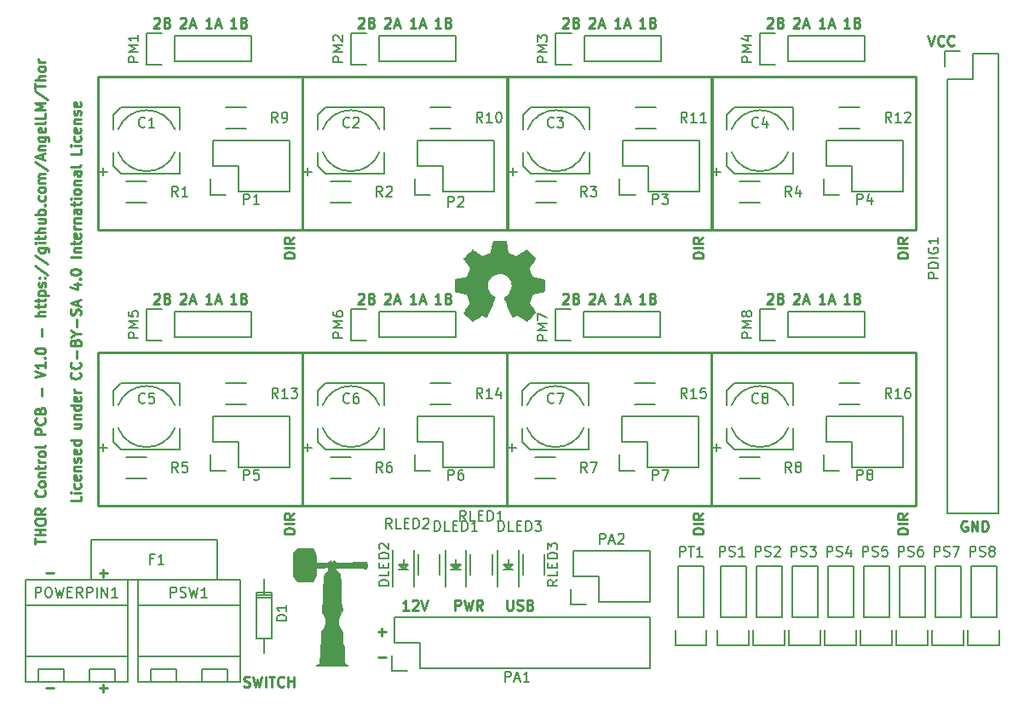
<source format=gbr>
G04 #@! TF.FileFunction,Legend,Top*
%FSLAX46Y46*%
G04 Gerber Fmt 4.6, Leading zero omitted, Abs format (unit mm)*
G04 Created by KiCad (PCBNEW 4.0.4+e1-6308~48~ubuntu15.10.1-stable) date Thu Dec  8 14:35:49 2016*
%MOMM*%
%LPD*%
G01*
G04 APERTURE LIST*
%ADD10C,0.100000*%
%ADD11C,0.250000*%
%ADD12C,0.150000*%
%ADD13C,0.010000*%
%ADD14C,0.254000*%
G04 APERTURE END LIST*
D10*
D11*
X99441048Y-128087429D02*
X100202953Y-128087429D01*
X99822001Y-128468381D02*
X99822001Y-127706476D01*
X94107048Y-128087429D02*
X94868953Y-128087429D01*
X113832000Y-139342762D02*
X113974857Y-139390381D01*
X114212953Y-139390381D01*
X114308191Y-139342762D01*
X114355810Y-139295143D01*
X114403429Y-139199905D01*
X114403429Y-139104667D01*
X114355810Y-139009429D01*
X114308191Y-138961810D01*
X114212953Y-138914190D01*
X114022476Y-138866571D01*
X113927238Y-138818952D01*
X113879619Y-138771333D01*
X113832000Y-138676095D01*
X113832000Y-138580857D01*
X113879619Y-138485619D01*
X113927238Y-138438000D01*
X114022476Y-138390381D01*
X114260572Y-138390381D01*
X114403429Y-138438000D01*
X114736762Y-138390381D02*
X114974857Y-139390381D01*
X115165334Y-138676095D01*
X115355810Y-139390381D01*
X115593905Y-138390381D01*
X115974857Y-139390381D02*
X115974857Y-138390381D01*
X116308190Y-138390381D02*
X116879619Y-138390381D01*
X116593904Y-139390381D02*
X116593904Y-138390381D01*
X117784381Y-139295143D02*
X117736762Y-139342762D01*
X117593905Y-139390381D01*
X117498667Y-139390381D01*
X117355809Y-139342762D01*
X117260571Y-139247524D01*
X117212952Y-139152286D01*
X117165333Y-138961810D01*
X117165333Y-138818952D01*
X117212952Y-138628476D01*
X117260571Y-138533238D01*
X117355809Y-138438000D01*
X117498667Y-138390381D01*
X117593905Y-138390381D01*
X117736762Y-138438000D01*
X117784381Y-138485619D01*
X118212952Y-139390381D02*
X118212952Y-138390381D01*
X118212952Y-138866571D02*
X118784381Y-138866571D01*
X118784381Y-139390381D02*
X118784381Y-138390381D01*
X94107048Y-139517429D02*
X94868953Y-139517429D01*
X99441048Y-139517429D02*
X100202953Y-139517429D01*
X99822001Y-139898381D02*
X99822001Y-139136476D01*
X93079381Y-125211050D02*
X93079381Y-124639621D01*
X94079381Y-124925336D02*
X93079381Y-124925336D01*
X94079381Y-124306288D02*
X93079381Y-124306288D01*
X93555571Y-124306288D02*
X93555571Y-123734859D01*
X94079381Y-123734859D02*
X93079381Y-123734859D01*
X93079381Y-123068193D02*
X93079381Y-122877716D01*
X93127000Y-122782478D01*
X93222238Y-122687240D01*
X93412714Y-122639621D01*
X93746048Y-122639621D01*
X93936524Y-122687240D01*
X94031762Y-122782478D01*
X94079381Y-122877716D01*
X94079381Y-123068193D01*
X94031762Y-123163431D01*
X93936524Y-123258669D01*
X93746048Y-123306288D01*
X93412714Y-123306288D01*
X93222238Y-123258669D01*
X93127000Y-123163431D01*
X93079381Y-123068193D01*
X94079381Y-121639621D02*
X93603190Y-121972955D01*
X94079381Y-122211050D02*
X93079381Y-122211050D01*
X93079381Y-121830097D01*
X93127000Y-121734859D01*
X93174619Y-121687240D01*
X93269857Y-121639621D01*
X93412714Y-121639621D01*
X93507952Y-121687240D01*
X93555571Y-121734859D01*
X93603190Y-121830097D01*
X93603190Y-122211050D01*
X93984143Y-119877716D02*
X94031762Y-119925335D01*
X94079381Y-120068192D01*
X94079381Y-120163430D01*
X94031762Y-120306288D01*
X93936524Y-120401526D01*
X93841286Y-120449145D01*
X93650810Y-120496764D01*
X93507952Y-120496764D01*
X93317476Y-120449145D01*
X93222238Y-120401526D01*
X93127000Y-120306288D01*
X93079381Y-120163430D01*
X93079381Y-120068192D01*
X93127000Y-119925335D01*
X93174619Y-119877716D01*
X94079381Y-119306288D02*
X94031762Y-119401526D01*
X93984143Y-119449145D01*
X93888905Y-119496764D01*
X93603190Y-119496764D01*
X93507952Y-119449145D01*
X93460333Y-119401526D01*
X93412714Y-119306288D01*
X93412714Y-119163430D01*
X93460333Y-119068192D01*
X93507952Y-119020573D01*
X93603190Y-118972954D01*
X93888905Y-118972954D01*
X93984143Y-119020573D01*
X94031762Y-119068192D01*
X94079381Y-119163430D01*
X94079381Y-119306288D01*
X93412714Y-118544383D02*
X94079381Y-118544383D01*
X93507952Y-118544383D02*
X93460333Y-118496764D01*
X93412714Y-118401526D01*
X93412714Y-118258668D01*
X93460333Y-118163430D01*
X93555571Y-118115811D01*
X94079381Y-118115811D01*
X93412714Y-117782478D02*
X93412714Y-117401526D01*
X93079381Y-117639621D02*
X93936524Y-117639621D01*
X94031762Y-117592002D01*
X94079381Y-117496764D01*
X94079381Y-117401526D01*
X94079381Y-117068192D02*
X93412714Y-117068192D01*
X93603190Y-117068192D02*
X93507952Y-117020573D01*
X93460333Y-116972954D01*
X93412714Y-116877716D01*
X93412714Y-116782477D01*
X94079381Y-116306287D02*
X94031762Y-116401525D01*
X93984143Y-116449144D01*
X93888905Y-116496763D01*
X93603190Y-116496763D01*
X93507952Y-116449144D01*
X93460333Y-116401525D01*
X93412714Y-116306287D01*
X93412714Y-116163429D01*
X93460333Y-116068191D01*
X93507952Y-116020572D01*
X93603190Y-115972953D01*
X93888905Y-115972953D01*
X93984143Y-116020572D01*
X94031762Y-116068191D01*
X94079381Y-116163429D01*
X94079381Y-116306287D01*
X94079381Y-115401525D02*
X94031762Y-115496763D01*
X93936524Y-115544382D01*
X93079381Y-115544382D01*
X94079381Y-114258667D02*
X93079381Y-114258667D01*
X93079381Y-113877714D01*
X93127000Y-113782476D01*
X93174619Y-113734857D01*
X93269857Y-113687238D01*
X93412714Y-113687238D01*
X93507952Y-113734857D01*
X93555571Y-113782476D01*
X93603190Y-113877714D01*
X93603190Y-114258667D01*
X93984143Y-112687238D02*
X94031762Y-112734857D01*
X94079381Y-112877714D01*
X94079381Y-112972952D01*
X94031762Y-113115810D01*
X93936524Y-113211048D01*
X93841286Y-113258667D01*
X93650810Y-113306286D01*
X93507952Y-113306286D01*
X93317476Y-113258667D01*
X93222238Y-113211048D01*
X93127000Y-113115810D01*
X93079381Y-112972952D01*
X93079381Y-112877714D01*
X93127000Y-112734857D01*
X93174619Y-112687238D01*
X93555571Y-111925333D02*
X93603190Y-111782476D01*
X93650810Y-111734857D01*
X93746048Y-111687238D01*
X93888905Y-111687238D01*
X93984143Y-111734857D01*
X94031762Y-111782476D01*
X94079381Y-111877714D01*
X94079381Y-112258667D01*
X93079381Y-112258667D01*
X93079381Y-111925333D01*
X93127000Y-111830095D01*
X93174619Y-111782476D01*
X93269857Y-111734857D01*
X93365095Y-111734857D01*
X93460333Y-111782476D01*
X93507952Y-111830095D01*
X93555571Y-111925333D01*
X93555571Y-112258667D01*
X93698429Y-110496762D02*
X93698429Y-109734857D01*
X93079381Y-108639619D02*
X94079381Y-108306286D01*
X93079381Y-107972952D01*
X94079381Y-107115809D02*
X94079381Y-107687238D01*
X94079381Y-107401524D02*
X93079381Y-107401524D01*
X93222238Y-107496762D01*
X93317476Y-107592000D01*
X93365095Y-107687238D01*
X93984143Y-106687238D02*
X94031762Y-106639619D01*
X94079381Y-106687238D01*
X94031762Y-106734857D01*
X93984143Y-106687238D01*
X94079381Y-106687238D01*
X93079381Y-106020572D02*
X93079381Y-105925333D01*
X93127000Y-105830095D01*
X93174619Y-105782476D01*
X93269857Y-105734857D01*
X93460333Y-105687238D01*
X93698429Y-105687238D01*
X93888905Y-105734857D01*
X93984143Y-105782476D01*
X94031762Y-105830095D01*
X94079381Y-105925333D01*
X94079381Y-106020572D01*
X94031762Y-106115810D01*
X93984143Y-106163429D01*
X93888905Y-106211048D01*
X93698429Y-106258667D01*
X93460333Y-106258667D01*
X93269857Y-106211048D01*
X93174619Y-106163429D01*
X93127000Y-106115810D01*
X93079381Y-106020572D01*
X93698429Y-104496762D02*
X93698429Y-103734857D01*
X94079381Y-102496762D02*
X93079381Y-102496762D01*
X94079381Y-102068190D02*
X93555571Y-102068190D01*
X93460333Y-102115809D01*
X93412714Y-102211047D01*
X93412714Y-102353905D01*
X93460333Y-102449143D01*
X93507952Y-102496762D01*
X93412714Y-101734857D02*
X93412714Y-101353905D01*
X93079381Y-101592000D02*
X93936524Y-101592000D01*
X94031762Y-101544381D01*
X94079381Y-101449143D01*
X94079381Y-101353905D01*
X93412714Y-101163428D02*
X93412714Y-100782476D01*
X93079381Y-101020571D02*
X93936524Y-101020571D01*
X94031762Y-100972952D01*
X94079381Y-100877714D01*
X94079381Y-100782476D01*
X93412714Y-100449142D02*
X94412714Y-100449142D01*
X93460333Y-100449142D02*
X93412714Y-100353904D01*
X93412714Y-100163427D01*
X93460333Y-100068189D01*
X93507952Y-100020570D01*
X93603190Y-99972951D01*
X93888905Y-99972951D01*
X93984143Y-100020570D01*
X94031762Y-100068189D01*
X94079381Y-100163427D01*
X94079381Y-100353904D01*
X94031762Y-100449142D01*
X94031762Y-99591999D02*
X94079381Y-99496761D01*
X94079381Y-99306285D01*
X94031762Y-99211046D01*
X93936524Y-99163427D01*
X93888905Y-99163427D01*
X93793667Y-99211046D01*
X93746048Y-99306285D01*
X93746048Y-99449142D01*
X93698429Y-99544380D01*
X93603190Y-99591999D01*
X93555571Y-99591999D01*
X93460333Y-99544380D01*
X93412714Y-99449142D01*
X93412714Y-99306285D01*
X93460333Y-99211046D01*
X93984143Y-98734856D02*
X94031762Y-98687237D01*
X94079381Y-98734856D01*
X94031762Y-98782475D01*
X93984143Y-98734856D01*
X94079381Y-98734856D01*
X93460333Y-98734856D02*
X93507952Y-98687237D01*
X93555571Y-98734856D01*
X93507952Y-98782475D01*
X93460333Y-98734856D01*
X93555571Y-98734856D01*
X93031762Y-97544380D02*
X94317476Y-98401523D01*
X93031762Y-96496761D02*
X94317476Y-97353904D01*
X93412714Y-95734856D02*
X94222238Y-95734856D01*
X94317476Y-95782475D01*
X94365095Y-95830094D01*
X94412714Y-95925333D01*
X94412714Y-96068190D01*
X94365095Y-96163428D01*
X94031762Y-95734856D02*
X94079381Y-95830094D01*
X94079381Y-96020571D01*
X94031762Y-96115809D01*
X93984143Y-96163428D01*
X93888905Y-96211047D01*
X93603190Y-96211047D01*
X93507952Y-96163428D01*
X93460333Y-96115809D01*
X93412714Y-96020571D01*
X93412714Y-95830094D01*
X93460333Y-95734856D01*
X94079381Y-95258666D02*
X93412714Y-95258666D01*
X93079381Y-95258666D02*
X93127000Y-95306285D01*
X93174619Y-95258666D01*
X93127000Y-95211047D01*
X93079381Y-95258666D01*
X93174619Y-95258666D01*
X93412714Y-94925333D02*
X93412714Y-94544381D01*
X93079381Y-94782476D02*
X93936524Y-94782476D01*
X94031762Y-94734857D01*
X94079381Y-94639619D01*
X94079381Y-94544381D01*
X94079381Y-94211047D02*
X93079381Y-94211047D01*
X94079381Y-93782475D02*
X93555571Y-93782475D01*
X93460333Y-93830094D01*
X93412714Y-93925332D01*
X93412714Y-94068190D01*
X93460333Y-94163428D01*
X93507952Y-94211047D01*
X93412714Y-92877713D02*
X94079381Y-92877713D01*
X93412714Y-93306285D02*
X93936524Y-93306285D01*
X94031762Y-93258666D01*
X94079381Y-93163428D01*
X94079381Y-93020570D01*
X94031762Y-92925332D01*
X93984143Y-92877713D01*
X94079381Y-92401523D02*
X93079381Y-92401523D01*
X93460333Y-92401523D02*
X93412714Y-92306285D01*
X93412714Y-92115808D01*
X93460333Y-92020570D01*
X93507952Y-91972951D01*
X93603190Y-91925332D01*
X93888905Y-91925332D01*
X93984143Y-91972951D01*
X94031762Y-92020570D01*
X94079381Y-92115808D01*
X94079381Y-92306285D01*
X94031762Y-92401523D01*
X93984143Y-91496761D02*
X94031762Y-91449142D01*
X94079381Y-91496761D01*
X94031762Y-91544380D01*
X93984143Y-91496761D01*
X94079381Y-91496761D01*
X94031762Y-90591999D02*
X94079381Y-90687237D01*
X94079381Y-90877714D01*
X94031762Y-90972952D01*
X93984143Y-91020571D01*
X93888905Y-91068190D01*
X93603190Y-91068190D01*
X93507952Y-91020571D01*
X93460333Y-90972952D01*
X93412714Y-90877714D01*
X93412714Y-90687237D01*
X93460333Y-90591999D01*
X94079381Y-90020571D02*
X94031762Y-90115809D01*
X93984143Y-90163428D01*
X93888905Y-90211047D01*
X93603190Y-90211047D01*
X93507952Y-90163428D01*
X93460333Y-90115809D01*
X93412714Y-90020571D01*
X93412714Y-89877713D01*
X93460333Y-89782475D01*
X93507952Y-89734856D01*
X93603190Y-89687237D01*
X93888905Y-89687237D01*
X93984143Y-89734856D01*
X94031762Y-89782475D01*
X94079381Y-89877713D01*
X94079381Y-90020571D01*
X94079381Y-89258666D02*
X93412714Y-89258666D01*
X93507952Y-89258666D02*
X93460333Y-89211047D01*
X93412714Y-89115809D01*
X93412714Y-88972951D01*
X93460333Y-88877713D01*
X93555571Y-88830094D01*
X94079381Y-88830094D01*
X93555571Y-88830094D02*
X93460333Y-88782475D01*
X93412714Y-88687237D01*
X93412714Y-88544380D01*
X93460333Y-88449142D01*
X93555571Y-88401523D01*
X94079381Y-88401523D01*
X93031762Y-87211047D02*
X94317476Y-88068190D01*
X93793667Y-86925333D02*
X93793667Y-86449142D01*
X94079381Y-87020571D02*
X93079381Y-86687238D01*
X94079381Y-86353904D01*
X93412714Y-86020571D02*
X94079381Y-86020571D01*
X93507952Y-86020571D02*
X93460333Y-85972952D01*
X93412714Y-85877714D01*
X93412714Y-85734856D01*
X93460333Y-85639618D01*
X93555571Y-85591999D01*
X94079381Y-85591999D01*
X93412714Y-84687237D02*
X94222238Y-84687237D01*
X94317476Y-84734856D01*
X94365095Y-84782475D01*
X94412714Y-84877714D01*
X94412714Y-85020571D01*
X94365095Y-85115809D01*
X94031762Y-84687237D02*
X94079381Y-84782475D01*
X94079381Y-84972952D01*
X94031762Y-85068190D01*
X93984143Y-85115809D01*
X93888905Y-85163428D01*
X93603190Y-85163428D01*
X93507952Y-85115809D01*
X93460333Y-85068190D01*
X93412714Y-84972952D01*
X93412714Y-84782475D01*
X93460333Y-84687237D01*
X94031762Y-83830094D02*
X94079381Y-83925332D01*
X94079381Y-84115809D01*
X94031762Y-84211047D01*
X93936524Y-84258666D01*
X93555571Y-84258666D01*
X93460333Y-84211047D01*
X93412714Y-84115809D01*
X93412714Y-83925332D01*
X93460333Y-83830094D01*
X93555571Y-83782475D01*
X93650810Y-83782475D01*
X93746048Y-84258666D01*
X94079381Y-83211047D02*
X94031762Y-83306285D01*
X93936524Y-83353904D01*
X93079381Y-83353904D01*
X94079381Y-82353903D02*
X94079381Y-82830094D01*
X93079381Y-82830094D01*
X94079381Y-82020570D02*
X93079381Y-82020570D01*
X93793667Y-81687236D01*
X93079381Y-81353903D01*
X94079381Y-81353903D01*
X93031762Y-80163427D02*
X94317476Y-81020570D01*
X93079381Y-79972951D02*
X93079381Y-79401522D01*
X94079381Y-79687237D02*
X93079381Y-79687237D01*
X94079381Y-79068189D02*
X93079381Y-79068189D01*
X94079381Y-78639617D02*
X93555571Y-78639617D01*
X93460333Y-78687236D01*
X93412714Y-78782474D01*
X93412714Y-78925332D01*
X93460333Y-79020570D01*
X93507952Y-79068189D01*
X94079381Y-78020570D02*
X94031762Y-78115808D01*
X93984143Y-78163427D01*
X93888905Y-78211046D01*
X93603190Y-78211046D01*
X93507952Y-78163427D01*
X93460333Y-78115808D01*
X93412714Y-78020570D01*
X93412714Y-77877712D01*
X93460333Y-77782474D01*
X93507952Y-77734855D01*
X93603190Y-77687236D01*
X93888905Y-77687236D01*
X93984143Y-77734855D01*
X94031762Y-77782474D01*
X94079381Y-77877712D01*
X94079381Y-78020570D01*
X94079381Y-77258665D02*
X93412714Y-77258665D01*
X93603190Y-77258665D02*
X93507952Y-77211046D01*
X93460333Y-77163427D01*
X93412714Y-77068189D01*
X93412714Y-76972950D01*
X97579381Y-120425335D02*
X97579381Y-120901526D01*
X96579381Y-120901526D01*
X97579381Y-120092002D02*
X96912714Y-120092002D01*
X96579381Y-120092002D02*
X96627000Y-120139621D01*
X96674619Y-120092002D01*
X96627000Y-120044383D01*
X96579381Y-120092002D01*
X96674619Y-120092002D01*
X97531762Y-119187240D02*
X97579381Y-119282478D01*
X97579381Y-119472955D01*
X97531762Y-119568193D01*
X97484143Y-119615812D01*
X97388905Y-119663431D01*
X97103190Y-119663431D01*
X97007952Y-119615812D01*
X96960333Y-119568193D01*
X96912714Y-119472955D01*
X96912714Y-119282478D01*
X96960333Y-119187240D01*
X97531762Y-118377716D02*
X97579381Y-118472954D01*
X97579381Y-118663431D01*
X97531762Y-118758669D01*
X97436524Y-118806288D01*
X97055571Y-118806288D01*
X96960333Y-118758669D01*
X96912714Y-118663431D01*
X96912714Y-118472954D01*
X96960333Y-118377716D01*
X97055571Y-118330097D01*
X97150810Y-118330097D01*
X97246048Y-118806288D01*
X96912714Y-117901526D02*
X97579381Y-117901526D01*
X97007952Y-117901526D02*
X96960333Y-117853907D01*
X96912714Y-117758669D01*
X96912714Y-117615811D01*
X96960333Y-117520573D01*
X97055571Y-117472954D01*
X97579381Y-117472954D01*
X97531762Y-117044383D02*
X97579381Y-116949145D01*
X97579381Y-116758669D01*
X97531762Y-116663430D01*
X97436524Y-116615811D01*
X97388905Y-116615811D01*
X97293667Y-116663430D01*
X97246048Y-116758669D01*
X97246048Y-116901526D01*
X97198429Y-116996764D01*
X97103190Y-117044383D01*
X97055571Y-117044383D01*
X96960333Y-116996764D01*
X96912714Y-116901526D01*
X96912714Y-116758669D01*
X96960333Y-116663430D01*
X97531762Y-115806287D02*
X97579381Y-115901525D01*
X97579381Y-116092002D01*
X97531762Y-116187240D01*
X97436524Y-116234859D01*
X97055571Y-116234859D01*
X96960333Y-116187240D01*
X96912714Y-116092002D01*
X96912714Y-115901525D01*
X96960333Y-115806287D01*
X97055571Y-115758668D01*
X97150810Y-115758668D01*
X97246048Y-116234859D01*
X97579381Y-114901525D02*
X96579381Y-114901525D01*
X97531762Y-114901525D02*
X97579381Y-114996763D01*
X97579381Y-115187240D01*
X97531762Y-115282478D01*
X97484143Y-115330097D01*
X97388905Y-115377716D01*
X97103190Y-115377716D01*
X97007952Y-115330097D01*
X96960333Y-115282478D01*
X96912714Y-115187240D01*
X96912714Y-114996763D01*
X96960333Y-114901525D01*
X96912714Y-113234858D02*
X97579381Y-113234858D01*
X96912714Y-113663430D02*
X97436524Y-113663430D01*
X97531762Y-113615811D01*
X97579381Y-113520573D01*
X97579381Y-113377715D01*
X97531762Y-113282477D01*
X97484143Y-113234858D01*
X96912714Y-112758668D02*
X97579381Y-112758668D01*
X97007952Y-112758668D02*
X96960333Y-112711049D01*
X96912714Y-112615811D01*
X96912714Y-112472953D01*
X96960333Y-112377715D01*
X97055571Y-112330096D01*
X97579381Y-112330096D01*
X97579381Y-111425334D02*
X96579381Y-111425334D01*
X97531762Y-111425334D02*
X97579381Y-111520572D01*
X97579381Y-111711049D01*
X97531762Y-111806287D01*
X97484143Y-111853906D01*
X97388905Y-111901525D01*
X97103190Y-111901525D01*
X97007952Y-111853906D01*
X96960333Y-111806287D01*
X96912714Y-111711049D01*
X96912714Y-111520572D01*
X96960333Y-111425334D01*
X97531762Y-110568191D02*
X97579381Y-110663429D01*
X97579381Y-110853906D01*
X97531762Y-110949144D01*
X97436524Y-110996763D01*
X97055571Y-110996763D01*
X96960333Y-110949144D01*
X96912714Y-110853906D01*
X96912714Y-110663429D01*
X96960333Y-110568191D01*
X97055571Y-110520572D01*
X97150810Y-110520572D01*
X97246048Y-110996763D01*
X97579381Y-110092001D02*
X96912714Y-110092001D01*
X97103190Y-110092001D02*
X97007952Y-110044382D01*
X96960333Y-109996763D01*
X96912714Y-109901525D01*
X96912714Y-109806286D01*
X97484143Y-108139619D02*
X97531762Y-108187238D01*
X97579381Y-108330095D01*
X97579381Y-108425333D01*
X97531762Y-108568191D01*
X97436524Y-108663429D01*
X97341286Y-108711048D01*
X97150810Y-108758667D01*
X97007952Y-108758667D01*
X96817476Y-108711048D01*
X96722238Y-108663429D01*
X96627000Y-108568191D01*
X96579381Y-108425333D01*
X96579381Y-108330095D01*
X96627000Y-108187238D01*
X96674619Y-108139619D01*
X97484143Y-107139619D02*
X97531762Y-107187238D01*
X97579381Y-107330095D01*
X97579381Y-107425333D01*
X97531762Y-107568191D01*
X97436524Y-107663429D01*
X97341286Y-107711048D01*
X97150810Y-107758667D01*
X97007952Y-107758667D01*
X96817476Y-107711048D01*
X96722238Y-107663429D01*
X96627000Y-107568191D01*
X96579381Y-107425333D01*
X96579381Y-107330095D01*
X96627000Y-107187238D01*
X96674619Y-107139619D01*
X97198429Y-106711048D02*
X97198429Y-105949143D01*
X97055571Y-105139619D02*
X97103190Y-104996762D01*
X97150810Y-104949143D01*
X97246048Y-104901524D01*
X97388905Y-104901524D01*
X97484143Y-104949143D01*
X97531762Y-104996762D01*
X97579381Y-105092000D01*
X97579381Y-105472953D01*
X96579381Y-105472953D01*
X96579381Y-105139619D01*
X96627000Y-105044381D01*
X96674619Y-104996762D01*
X96769857Y-104949143D01*
X96865095Y-104949143D01*
X96960333Y-104996762D01*
X97007952Y-105044381D01*
X97055571Y-105139619D01*
X97055571Y-105472953D01*
X97103190Y-104282477D02*
X97579381Y-104282477D01*
X96579381Y-104615810D02*
X97103190Y-104282477D01*
X96579381Y-103949143D01*
X97198429Y-103615810D02*
X97198429Y-102853905D01*
X97531762Y-102425334D02*
X97579381Y-102282477D01*
X97579381Y-102044381D01*
X97531762Y-101949143D01*
X97484143Y-101901524D01*
X97388905Y-101853905D01*
X97293667Y-101853905D01*
X97198429Y-101901524D01*
X97150810Y-101949143D01*
X97103190Y-102044381D01*
X97055571Y-102234858D01*
X97007952Y-102330096D01*
X96960333Y-102377715D01*
X96865095Y-102425334D01*
X96769857Y-102425334D01*
X96674619Y-102377715D01*
X96627000Y-102330096D01*
X96579381Y-102234858D01*
X96579381Y-101996762D01*
X96627000Y-101853905D01*
X97293667Y-101472953D02*
X97293667Y-100996762D01*
X97579381Y-101568191D02*
X96579381Y-101234858D01*
X97579381Y-100901524D01*
X96912714Y-99377714D02*
X97579381Y-99377714D01*
X96531762Y-99615810D02*
X97246048Y-99853905D01*
X97246048Y-99234857D01*
X97484143Y-98853905D02*
X97531762Y-98806286D01*
X97579381Y-98853905D01*
X97531762Y-98901524D01*
X97484143Y-98853905D01*
X97579381Y-98853905D01*
X96579381Y-98187239D02*
X96579381Y-98092000D01*
X96627000Y-97996762D01*
X96674619Y-97949143D01*
X96769857Y-97901524D01*
X96960333Y-97853905D01*
X97198429Y-97853905D01*
X97388905Y-97901524D01*
X97484143Y-97949143D01*
X97531762Y-97996762D01*
X97579381Y-98092000D01*
X97579381Y-98187239D01*
X97531762Y-98282477D01*
X97484143Y-98330096D01*
X97388905Y-98377715D01*
X97198429Y-98425334D01*
X96960333Y-98425334D01*
X96769857Y-98377715D01*
X96674619Y-98330096D01*
X96627000Y-98282477D01*
X96579381Y-98187239D01*
X97579381Y-96663429D02*
X96579381Y-96663429D01*
X96912714Y-96187239D02*
X97579381Y-96187239D01*
X97007952Y-96187239D02*
X96960333Y-96139620D01*
X96912714Y-96044382D01*
X96912714Y-95901524D01*
X96960333Y-95806286D01*
X97055571Y-95758667D01*
X97579381Y-95758667D01*
X96912714Y-95425334D02*
X96912714Y-95044382D01*
X96579381Y-95282477D02*
X97436524Y-95282477D01*
X97531762Y-95234858D01*
X97579381Y-95139620D01*
X97579381Y-95044382D01*
X97531762Y-94330095D02*
X97579381Y-94425333D01*
X97579381Y-94615810D01*
X97531762Y-94711048D01*
X97436524Y-94758667D01*
X97055571Y-94758667D01*
X96960333Y-94711048D01*
X96912714Y-94615810D01*
X96912714Y-94425333D01*
X96960333Y-94330095D01*
X97055571Y-94282476D01*
X97150810Y-94282476D01*
X97246048Y-94758667D01*
X97579381Y-93853905D02*
X96912714Y-93853905D01*
X97103190Y-93853905D02*
X97007952Y-93806286D01*
X96960333Y-93758667D01*
X96912714Y-93663429D01*
X96912714Y-93568190D01*
X96912714Y-93234857D02*
X97579381Y-93234857D01*
X97007952Y-93234857D02*
X96960333Y-93187238D01*
X96912714Y-93092000D01*
X96912714Y-92949142D01*
X96960333Y-92853904D01*
X97055571Y-92806285D01*
X97579381Y-92806285D01*
X97579381Y-91901523D02*
X97055571Y-91901523D01*
X96960333Y-91949142D01*
X96912714Y-92044380D01*
X96912714Y-92234857D01*
X96960333Y-92330095D01*
X97531762Y-91901523D02*
X97579381Y-91996761D01*
X97579381Y-92234857D01*
X97531762Y-92330095D01*
X97436524Y-92377714D01*
X97341286Y-92377714D01*
X97246048Y-92330095D01*
X97198429Y-92234857D01*
X97198429Y-91996761D01*
X97150810Y-91901523D01*
X96912714Y-91568190D02*
X96912714Y-91187238D01*
X96579381Y-91425333D02*
X97436524Y-91425333D01*
X97531762Y-91377714D01*
X97579381Y-91282476D01*
X97579381Y-91187238D01*
X97579381Y-90853904D02*
X96912714Y-90853904D01*
X96579381Y-90853904D02*
X96627000Y-90901523D01*
X96674619Y-90853904D01*
X96627000Y-90806285D01*
X96579381Y-90853904D01*
X96674619Y-90853904D01*
X97579381Y-90234857D02*
X97531762Y-90330095D01*
X97484143Y-90377714D01*
X97388905Y-90425333D01*
X97103190Y-90425333D01*
X97007952Y-90377714D01*
X96960333Y-90330095D01*
X96912714Y-90234857D01*
X96912714Y-90091999D01*
X96960333Y-89996761D01*
X97007952Y-89949142D01*
X97103190Y-89901523D01*
X97388905Y-89901523D01*
X97484143Y-89949142D01*
X97531762Y-89996761D01*
X97579381Y-90091999D01*
X97579381Y-90234857D01*
X96912714Y-89472952D02*
X97579381Y-89472952D01*
X97007952Y-89472952D02*
X96960333Y-89425333D01*
X96912714Y-89330095D01*
X96912714Y-89187237D01*
X96960333Y-89091999D01*
X97055571Y-89044380D01*
X97579381Y-89044380D01*
X97579381Y-88139618D02*
X97055571Y-88139618D01*
X96960333Y-88187237D01*
X96912714Y-88282475D01*
X96912714Y-88472952D01*
X96960333Y-88568190D01*
X97531762Y-88139618D02*
X97579381Y-88234856D01*
X97579381Y-88472952D01*
X97531762Y-88568190D01*
X97436524Y-88615809D01*
X97341286Y-88615809D01*
X97246048Y-88568190D01*
X97198429Y-88472952D01*
X97198429Y-88234856D01*
X97150810Y-88139618D01*
X97579381Y-87520571D02*
X97531762Y-87615809D01*
X97436524Y-87663428D01*
X96579381Y-87663428D01*
X97579381Y-85901522D02*
X97579381Y-86377713D01*
X96579381Y-86377713D01*
X97579381Y-85568189D02*
X96912714Y-85568189D01*
X96579381Y-85568189D02*
X96627000Y-85615808D01*
X96674619Y-85568189D01*
X96627000Y-85520570D01*
X96579381Y-85568189D01*
X96674619Y-85568189D01*
X97531762Y-84663427D02*
X97579381Y-84758665D01*
X97579381Y-84949142D01*
X97531762Y-85044380D01*
X97484143Y-85091999D01*
X97388905Y-85139618D01*
X97103190Y-85139618D01*
X97007952Y-85091999D01*
X96960333Y-85044380D01*
X96912714Y-84949142D01*
X96912714Y-84758665D01*
X96960333Y-84663427D01*
X97531762Y-83853903D02*
X97579381Y-83949141D01*
X97579381Y-84139618D01*
X97531762Y-84234856D01*
X97436524Y-84282475D01*
X97055571Y-84282475D01*
X96960333Y-84234856D01*
X96912714Y-84139618D01*
X96912714Y-83949141D01*
X96960333Y-83853903D01*
X97055571Y-83806284D01*
X97150810Y-83806284D01*
X97246048Y-84282475D01*
X96912714Y-83377713D02*
X97579381Y-83377713D01*
X97007952Y-83377713D02*
X96960333Y-83330094D01*
X96912714Y-83234856D01*
X96912714Y-83091998D01*
X96960333Y-82996760D01*
X97055571Y-82949141D01*
X97579381Y-82949141D01*
X97531762Y-82520570D02*
X97579381Y-82425332D01*
X97579381Y-82234856D01*
X97531762Y-82139617D01*
X97436524Y-82091998D01*
X97388905Y-82091998D01*
X97293667Y-82139617D01*
X97246048Y-82234856D01*
X97246048Y-82377713D01*
X97198429Y-82472951D01*
X97103190Y-82520570D01*
X97055571Y-82520570D01*
X96960333Y-82472951D01*
X96912714Y-82377713D01*
X96912714Y-82234856D01*
X96960333Y-82139617D01*
X97531762Y-81282474D02*
X97579381Y-81377712D01*
X97579381Y-81568189D01*
X97531762Y-81663427D01*
X97436524Y-81711046D01*
X97055571Y-81711046D01*
X96960333Y-81663427D01*
X96912714Y-81568189D01*
X96912714Y-81377712D01*
X96960333Y-81282474D01*
X97055571Y-81234855D01*
X97150810Y-81234855D01*
X97246048Y-81711046D01*
X181800667Y-74636381D02*
X182134000Y-75636381D01*
X182467334Y-74636381D01*
X183372096Y-75541143D02*
X183324477Y-75588762D01*
X183181620Y-75636381D01*
X183086382Y-75636381D01*
X182943524Y-75588762D01*
X182848286Y-75493524D01*
X182800667Y-75398286D01*
X182753048Y-75207810D01*
X182753048Y-75064952D01*
X182800667Y-74874476D01*
X182848286Y-74779238D01*
X182943524Y-74684000D01*
X183086382Y-74636381D01*
X183181620Y-74636381D01*
X183324477Y-74684000D01*
X183372096Y-74731619D01*
X184372096Y-75541143D02*
X184324477Y-75588762D01*
X184181620Y-75636381D01*
X184086382Y-75636381D01*
X183943524Y-75588762D01*
X183848286Y-75493524D01*
X183800667Y-75398286D01*
X183753048Y-75207810D01*
X183753048Y-75064952D01*
X183800667Y-74874476D01*
X183848286Y-74779238D01*
X183943524Y-74684000D01*
X184086382Y-74636381D01*
X184181620Y-74636381D01*
X184324477Y-74684000D01*
X184372096Y-74731619D01*
X185674096Y-122944000D02*
X185578858Y-122896381D01*
X185436001Y-122896381D01*
X185293143Y-122944000D01*
X185197905Y-123039238D01*
X185150286Y-123134476D01*
X185102667Y-123324952D01*
X185102667Y-123467810D01*
X185150286Y-123658286D01*
X185197905Y-123753524D01*
X185293143Y-123848762D01*
X185436001Y-123896381D01*
X185531239Y-123896381D01*
X185674096Y-123848762D01*
X185721715Y-123801143D01*
X185721715Y-123467810D01*
X185531239Y-123467810D01*
X186150286Y-123896381D02*
X186150286Y-122896381D01*
X186721715Y-123896381D01*
X186721715Y-122896381D01*
X187197905Y-123896381D02*
X187197905Y-122896381D01*
X187436000Y-122896381D01*
X187578858Y-122944000D01*
X187674096Y-123039238D01*
X187721715Y-123134476D01*
X187769334Y-123324952D01*
X187769334Y-123467810D01*
X187721715Y-123658286D01*
X187674096Y-123753524D01*
X187578858Y-123848762D01*
X187436000Y-123896381D01*
X187197905Y-123896381D01*
X127127048Y-136469429D02*
X127888953Y-136469429D01*
X127127048Y-133929429D02*
X127888953Y-133929429D01*
X127508001Y-134310381D02*
X127508001Y-133548476D01*
X139962095Y-130770381D02*
X139962095Y-131579905D01*
X140009714Y-131675143D01*
X140057333Y-131722762D01*
X140152571Y-131770381D01*
X140343048Y-131770381D01*
X140438286Y-131722762D01*
X140485905Y-131675143D01*
X140533524Y-131579905D01*
X140533524Y-130770381D01*
X140962095Y-131722762D02*
X141104952Y-131770381D01*
X141343048Y-131770381D01*
X141438286Y-131722762D01*
X141485905Y-131675143D01*
X141533524Y-131579905D01*
X141533524Y-131484667D01*
X141485905Y-131389429D01*
X141438286Y-131341810D01*
X141343048Y-131294190D01*
X141152571Y-131246571D01*
X141057333Y-131198952D01*
X141009714Y-131151333D01*
X140962095Y-131056095D01*
X140962095Y-130960857D01*
X141009714Y-130865619D01*
X141057333Y-130818000D01*
X141152571Y-130770381D01*
X141390667Y-130770381D01*
X141533524Y-130818000D01*
X142295429Y-131246571D02*
X142438286Y-131294190D01*
X142485905Y-131341810D01*
X142533524Y-131437048D01*
X142533524Y-131579905D01*
X142485905Y-131675143D01*
X142438286Y-131722762D01*
X142343048Y-131770381D01*
X141962095Y-131770381D01*
X141962095Y-130770381D01*
X142295429Y-130770381D01*
X142390667Y-130818000D01*
X142438286Y-130865619D01*
X142485905Y-130960857D01*
X142485905Y-131056095D01*
X142438286Y-131151333D01*
X142390667Y-131198952D01*
X142295429Y-131246571D01*
X141962095Y-131246571D01*
X130190953Y-131770381D02*
X129619524Y-131770381D01*
X129905238Y-131770381D02*
X129905238Y-130770381D01*
X129810000Y-130913238D01*
X129714762Y-131008476D01*
X129619524Y-131056095D01*
X130571905Y-130865619D02*
X130619524Y-130818000D01*
X130714762Y-130770381D01*
X130952858Y-130770381D01*
X131048096Y-130818000D01*
X131095715Y-130865619D01*
X131143334Y-130960857D01*
X131143334Y-131056095D01*
X131095715Y-131198952D01*
X130524286Y-131770381D01*
X131143334Y-131770381D01*
X131429048Y-130770381D02*
X131762381Y-131770381D01*
X132095715Y-130770381D01*
X134810667Y-131770381D02*
X134810667Y-130770381D01*
X135191620Y-130770381D01*
X135286858Y-130818000D01*
X135334477Y-130865619D01*
X135382096Y-130960857D01*
X135382096Y-131103714D01*
X135334477Y-131198952D01*
X135286858Y-131246571D01*
X135191620Y-131294190D01*
X134810667Y-131294190D01*
X135715429Y-130770381D02*
X135953524Y-131770381D01*
X136144001Y-131056095D01*
X136334477Y-131770381D01*
X136572572Y-130770381D01*
X137524953Y-131770381D02*
X137191619Y-131294190D01*
X136953524Y-131770381D02*
X136953524Y-130770381D01*
X137334477Y-130770381D01*
X137429715Y-130818000D01*
X137477334Y-130865619D01*
X137524953Y-130960857D01*
X137524953Y-131103714D01*
X137477334Y-131198952D01*
X137429715Y-131246571D01*
X137334477Y-131294190D01*
X136953524Y-131294190D01*
X107489714Y-72953619D02*
X107537333Y-72906000D01*
X107632571Y-72858381D01*
X107870667Y-72858381D01*
X107965905Y-72906000D01*
X108013524Y-72953619D01*
X108061143Y-73048857D01*
X108061143Y-73144095D01*
X108013524Y-73286952D01*
X107442095Y-73858381D01*
X108061143Y-73858381D01*
X108442095Y-73572667D02*
X108918286Y-73572667D01*
X108346857Y-73858381D02*
X108680190Y-72858381D01*
X109013524Y-73858381D01*
X104878286Y-72953619D02*
X104925905Y-72906000D01*
X105021143Y-72858381D01*
X105259239Y-72858381D01*
X105354477Y-72906000D01*
X105402096Y-72953619D01*
X105449715Y-73048857D01*
X105449715Y-73144095D01*
X105402096Y-73286952D01*
X104830667Y-73858381D01*
X105449715Y-73858381D01*
X106211620Y-73334571D02*
X106354477Y-73382190D01*
X106402096Y-73429810D01*
X106449715Y-73525048D01*
X106449715Y-73667905D01*
X106402096Y-73763143D01*
X106354477Y-73810762D01*
X106259239Y-73858381D01*
X105878286Y-73858381D01*
X105878286Y-72858381D01*
X106211620Y-72858381D01*
X106306858Y-72906000D01*
X106354477Y-72953619D01*
X106402096Y-73048857D01*
X106402096Y-73144095D01*
X106354477Y-73239333D01*
X106306858Y-73286952D01*
X106211620Y-73334571D01*
X105878286Y-73334571D01*
X110601143Y-73858381D02*
X110029714Y-73858381D01*
X110315428Y-73858381D02*
X110315428Y-72858381D01*
X110220190Y-73001238D01*
X110124952Y-73096476D01*
X110029714Y-73144095D01*
X110982095Y-73572667D02*
X111458286Y-73572667D01*
X110886857Y-73858381D02*
X111220190Y-72858381D01*
X111553524Y-73858381D01*
X113069715Y-73858381D02*
X112498286Y-73858381D01*
X112784000Y-73858381D02*
X112784000Y-72858381D01*
X112688762Y-73001238D01*
X112593524Y-73096476D01*
X112498286Y-73144095D01*
X113831620Y-73334571D02*
X113974477Y-73382190D01*
X114022096Y-73429810D01*
X114069715Y-73525048D01*
X114069715Y-73667905D01*
X114022096Y-73763143D01*
X113974477Y-73810762D01*
X113879239Y-73858381D01*
X113498286Y-73858381D01*
X113498286Y-72858381D01*
X113831620Y-72858381D01*
X113926858Y-72906000D01*
X113974477Y-72953619D01*
X114022096Y-73048857D01*
X114022096Y-73144095D01*
X113974477Y-73239333D01*
X113926858Y-73286952D01*
X113831620Y-73334571D01*
X113498286Y-73334571D01*
X133389715Y-73858381D02*
X132818286Y-73858381D01*
X133104000Y-73858381D02*
X133104000Y-72858381D01*
X133008762Y-73001238D01*
X132913524Y-73096476D01*
X132818286Y-73144095D01*
X134151620Y-73334571D02*
X134294477Y-73382190D01*
X134342096Y-73429810D01*
X134389715Y-73525048D01*
X134389715Y-73667905D01*
X134342096Y-73763143D01*
X134294477Y-73810762D01*
X134199239Y-73858381D01*
X133818286Y-73858381D01*
X133818286Y-72858381D01*
X134151620Y-72858381D01*
X134246858Y-72906000D01*
X134294477Y-72953619D01*
X134342096Y-73048857D01*
X134342096Y-73144095D01*
X134294477Y-73239333D01*
X134246858Y-73286952D01*
X134151620Y-73334571D01*
X133818286Y-73334571D01*
X130921143Y-73858381D02*
X130349714Y-73858381D01*
X130635428Y-73858381D02*
X130635428Y-72858381D01*
X130540190Y-73001238D01*
X130444952Y-73096476D01*
X130349714Y-73144095D01*
X131302095Y-73572667D02*
X131778286Y-73572667D01*
X131206857Y-73858381D02*
X131540190Y-72858381D01*
X131873524Y-73858381D01*
X125198286Y-72953619D02*
X125245905Y-72906000D01*
X125341143Y-72858381D01*
X125579239Y-72858381D01*
X125674477Y-72906000D01*
X125722096Y-72953619D01*
X125769715Y-73048857D01*
X125769715Y-73144095D01*
X125722096Y-73286952D01*
X125150667Y-73858381D01*
X125769715Y-73858381D01*
X126531620Y-73334571D02*
X126674477Y-73382190D01*
X126722096Y-73429810D01*
X126769715Y-73525048D01*
X126769715Y-73667905D01*
X126722096Y-73763143D01*
X126674477Y-73810762D01*
X126579239Y-73858381D01*
X126198286Y-73858381D01*
X126198286Y-72858381D01*
X126531620Y-72858381D01*
X126626858Y-72906000D01*
X126674477Y-72953619D01*
X126722096Y-73048857D01*
X126722096Y-73144095D01*
X126674477Y-73239333D01*
X126626858Y-73286952D01*
X126531620Y-73334571D01*
X126198286Y-73334571D01*
X127809714Y-72953619D02*
X127857333Y-72906000D01*
X127952571Y-72858381D01*
X128190667Y-72858381D01*
X128285905Y-72906000D01*
X128333524Y-72953619D01*
X128381143Y-73048857D01*
X128381143Y-73144095D01*
X128333524Y-73286952D01*
X127762095Y-73858381D01*
X128381143Y-73858381D01*
X128762095Y-73572667D02*
X129238286Y-73572667D01*
X128666857Y-73858381D02*
X129000190Y-72858381D01*
X129333524Y-73858381D01*
X148129714Y-72953619D02*
X148177333Y-72906000D01*
X148272571Y-72858381D01*
X148510667Y-72858381D01*
X148605905Y-72906000D01*
X148653524Y-72953619D01*
X148701143Y-73048857D01*
X148701143Y-73144095D01*
X148653524Y-73286952D01*
X148082095Y-73858381D01*
X148701143Y-73858381D01*
X149082095Y-73572667D02*
X149558286Y-73572667D01*
X148986857Y-73858381D02*
X149320190Y-72858381D01*
X149653524Y-73858381D01*
X145518286Y-72953619D02*
X145565905Y-72906000D01*
X145661143Y-72858381D01*
X145899239Y-72858381D01*
X145994477Y-72906000D01*
X146042096Y-72953619D01*
X146089715Y-73048857D01*
X146089715Y-73144095D01*
X146042096Y-73286952D01*
X145470667Y-73858381D01*
X146089715Y-73858381D01*
X146851620Y-73334571D02*
X146994477Y-73382190D01*
X147042096Y-73429810D01*
X147089715Y-73525048D01*
X147089715Y-73667905D01*
X147042096Y-73763143D01*
X146994477Y-73810762D01*
X146899239Y-73858381D01*
X146518286Y-73858381D01*
X146518286Y-72858381D01*
X146851620Y-72858381D01*
X146946858Y-72906000D01*
X146994477Y-72953619D01*
X147042096Y-73048857D01*
X147042096Y-73144095D01*
X146994477Y-73239333D01*
X146946858Y-73286952D01*
X146851620Y-73334571D01*
X146518286Y-73334571D01*
X151241143Y-73858381D02*
X150669714Y-73858381D01*
X150955428Y-73858381D02*
X150955428Y-72858381D01*
X150860190Y-73001238D01*
X150764952Y-73096476D01*
X150669714Y-73144095D01*
X151622095Y-73572667D02*
X152098286Y-73572667D01*
X151526857Y-73858381D02*
X151860190Y-72858381D01*
X152193524Y-73858381D01*
X153709715Y-73858381D02*
X153138286Y-73858381D01*
X153424000Y-73858381D02*
X153424000Y-72858381D01*
X153328762Y-73001238D01*
X153233524Y-73096476D01*
X153138286Y-73144095D01*
X154471620Y-73334571D02*
X154614477Y-73382190D01*
X154662096Y-73429810D01*
X154709715Y-73525048D01*
X154709715Y-73667905D01*
X154662096Y-73763143D01*
X154614477Y-73810762D01*
X154519239Y-73858381D01*
X154138286Y-73858381D01*
X154138286Y-72858381D01*
X154471620Y-72858381D01*
X154566858Y-72906000D01*
X154614477Y-72953619D01*
X154662096Y-73048857D01*
X154662096Y-73144095D01*
X154614477Y-73239333D01*
X154566858Y-73286952D01*
X154471620Y-73334571D01*
X154138286Y-73334571D01*
X174029715Y-73858381D02*
X173458286Y-73858381D01*
X173744000Y-73858381D02*
X173744000Y-72858381D01*
X173648762Y-73001238D01*
X173553524Y-73096476D01*
X173458286Y-73144095D01*
X174791620Y-73334571D02*
X174934477Y-73382190D01*
X174982096Y-73429810D01*
X175029715Y-73525048D01*
X175029715Y-73667905D01*
X174982096Y-73763143D01*
X174934477Y-73810762D01*
X174839239Y-73858381D01*
X174458286Y-73858381D01*
X174458286Y-72858381D01*
X174791620Y-72858381D01*
X174886858Y-72906000D01*
X174934477Y-72953619D01*
X174982096Y-73048857D01*
X174982096Y-73144095D01*
X174934477Y-73239333D01*
X174886858Y-73286952D01*
X174791620Y-73334571D01*
X174458286Y-73334571D01*
X171561143Y-73858381D02*
X170989714Y-73858381D01*
X171275428Y-73858381D02*
X171275428Y-72858381D01*
X171180190Y-73001238D01*
X171084952Y-73096476D01*
X170989714Y-73144095D01*
X171942095Y-73572667D02*
X172418286Y-73572667D01*
X171846857Y-73858381D02*
X172180190Y-72858381D01*
X172513524Y-73858381D01*
X165838286Y-72953619D02*
X165885905Y-72906000D01*
X165981143Y-72858381D01*
X166219239Y-72858381D01*
X166314477Y-72906000D01*
X166362096Y-72953619D01*
X166409715Y-73048857D01*
X166409715Y-73144095D01*
X166362096Y-73286952D01*
X165790667Y-73858381D01*
X166409715Y-73858381D01*
X167171620Y-73334571D02*
X167314477Y-73382190D01*
X167362096Y-73429810D01*
X167409715Y-73525048D01*
X167409715Y-73667905D01*
X167362096Y-73763143D01*
X167314477Y-73810762D01*
X167219239Y-73858381D01*
X166838286Y-73858381D01*
X166838286Y-72858381D01*
X167171620Y-72858381D01*
X167266858Y-72906000D01*
X167314477Y-72953619D01*
X167362096Y-73048857D01*
X167362096Y-73144095D01*
X167314477Y-73239333D01*
X167266858Y-73286952D01*
X167171620Y-73334571D01*
X166838286Y-73334571D01*
X168449714Y-72953619D02*
X168497333Y-72906000D01*
X168592571Y-72858381D01*
X168830667Y-72858381D01*
X168925905Y-72906000D01*
X168973524Y-72953619D01*
X169021143Y-73048857D01*
X169021143Y-73144095D01*
X168973524Y-73286952D01*
X168402095Y-73858381D01*
X169021143Y-73858381D01*
X169402095Y-73572667D02*
X169878286Y-73572667D01*
X169306857Y-73858381D02*
X169640190Y-72858381D01*
X169973524Y-73858381D01*
X168449714Y-100385619D02*
X168497333Y-100338000D01*
X168592571Y-100290381D01*
X168830667Y-100290381D01*
X168925905Y-100338000D01*
X168973524Y-100385619D01*
X169021143Y-100480857D01*
X169021143Y-100576095D01*
X168973524Y-100718952D01*
X168402095Y-101290381D01*
X169021143Y-101290381D01*
X169402095Y-101004667D02*
X169878286Y-101004667D01*
X169306857Y-101290381D02*
X169640190Y-100290381D01*
X169973524Y-101290381D01*
X165838286Y-100385619D02*
X165885905Y-100338000D01*
X165981143Y-100290381D01*
X166219239Y-100290381D01*
X166314477Y-100338000D01*
X166362096Y-100385619D01*
X166409715Y-100480857D01*
X166409715Y-100576095D01*
X166362096Y-100718952D01*
X165790667Y-101290381D01*
X166409715Y-101290381D01*
X167171620Y-100766571D02*
X167314477Y-100814190D01*
X167362096Y-100861810D01*
X167409715Y-100957048D01*
X167409715Y-101099905D01*
X167362096Y-101195143D01*
X167314477Y-101242762D01*
X167219239Y-101290381D01*
X166838286Y-101290381D01*
X166838286Y-100290381D01*
X167171620Y-100290381D01*
X167266858Y-100338000D01*
X167314477Y-100385619D01*
X167362096Y-100480857D01*
X167362096Y-100576095D01*
X167314477Y-100671333D01*
X167266858Y-100718952D01*
X167171620Y-100766571D01*
X166838286Y-100766571D01*
X171561143Y-101290381D02*
X170989714Y-101290381D01*
X171275428Y-101290381D02*
X171275428Y-100290381D01*
X171180190Y-100433238D01*
X171084952Y-100528476D01*
X170989714Y-100576095D01*
X171942095Y-101004667D02*
X172418286Y-101004667D01*
X171846857Y-101290381D02*
X172180190Y-100290381D01*
X172513524Y-101290381D01*
X174029715Y-101290381D02*
X173458286Y-101290381D01*
X173744000Y-101290381D02*
X173744000Y-100290381D01*
X173648762Y-100433238D01*
X173553524Y-100528476D01*
X173458286Y-100576095D01*
X174791620Y-100766571D02*
X174934477Y-100814190D01*
X174982096Y-100861810D01*
X175029715Y-100957048D01*
X175029715Y-101099905D01*
X174982096Y-101195143D01*
X174934477Y-101242762D01*
X174839239Y-101290381D01*
X174458286Y-101290381D01*
X174458286Y-100290381D01*
X174791620Y-100290381D01*
X174886858Y-100338000D01*
X174934477Y-100385619D01*
X174982096Y-100480857D01*
X174982096Y-100576095D01*
X174934477Y-100671333D01*
X174886858Y-100718952D01*
X174791620Y-100766571D01*
X174458286Y-100766571D01*
X153709715Y-101290381D02*
X153138286Y-101290381D01*
X153424000Y-101290381D02*
X153424000Y-100290381D01*
X153328762Y-100433238D01*
X153233524Y-100528476D01*
X153138286Y-100576095D01*
X154471620Y-100766571D02*
X154614477Y-100814190D01*
X154662096Y-100861810D01*
X154709715Y-100957048D01*
X154709715Y-101099905D01*
X154662096Y-101195143D01*
X154614477Y-101242762D01*
X154519239Y-101290381D01*
X154138286Y-101290381D01*
X154138286Y-100290381D01*
X154471620Y-100290381D01*
X154566858Y-100338000D01*
X154614477Y-100385619D01*
X154662096Y-100480857D01*
X154662096Y-100576095D01*
X154614477Y-100671333D01*
X154566858Y-100718952D01*
X154471620Y-100766571D01*
X154138286Y-100766571D01*
X151241143Y-101290381D02*
X150669714Y-101290381D01*
X150955428Y-101290381D02*
X150955428Y-100290381D01*
X150860190Y-100433238D01*
X150764952Y-100528476D01*
X150669714Y-100576095D01*
X151622095Y-101004667D02*
X152098286Y-101004667D01*
X151526857Y-101290381D02*
X151860190Y-100290381D01*
X152193524Y-101290381D01*
X145518286Y-100385619D02*
X145565905Y-100338000D01*
X145661143Y-100290381D01*
X145899239Y-100290381D01*
X145994477Y-100338000D01*
X146042096Y-100385619D01*
X146089715Y-100480857D01*
X146089715Y-100576095D01*
X146042096Y-100718952D01*
X145470667Y-101290381D01*
X146089715Y-101290381D01*
X146851620Y-100766571D02*
X146994477Y-100814190D01*
X147042096Y-100861810D01*
X147089715Y-100957048D01*
X147089715Y-101099905D01*
X147042096Y-101195143D01*
X146994477Y-101242762D01*
X146899239Y-101290381D01*
X146518286Y-101290381D01*
X146518286Y-100290381D01*
X146851620Y-100290381D01*
X146946858Y-100338000D01*
X146994477Y-100385619D01*
X147042096Y-100480857D01*
X147042096Y-100576095D01*
X146994477Y-100671333D01*
X146946858Y-100718952D01*
X146851620Y-100766571D01*
X146518286Y-100766571D01*
X148129714Y-100385619D02*
X148177333Y-100338000D01*
X148272571Y-100290381D01*
X148510667Y-100290381D01*
X148605905Y-100338000D01*
X148653524Y-100385619D01*
X148701143Y-100480857D01*
X148701143Y-100576095D01*
X148653524Y-100718952D01*
X148082095Y-101290381D01*
X148701143Y-101290381D01*
X149082095Y-101004667D02*
X149558286Y-101004667D01*
X148986857Y-101290381D02*
X149320190Y-100290381D01*
X149653524Y-101290381D01*
X127809714Y-100385619D02*
X127857333Y-100338000D01*
X127952571Y-100290381D01*
X128190667Y-100290381D01*
X128285905Y-100338000D01*
X128333524Y-100385619D01*
X128381143Y-100480857D01*
X128381143Y-100576095D01*
X128333524Y-100718952D01*
X127762095Y-101290381D01*
X128381143Y-101290381D01*
X128762095Y-101004667D02*
X129238286Y-101004667D01*
X128666857Y-101290381D02*
X129000190Y-100290381D01*
X129333524Y-101290381D01*
X125198286Y-100385619D02*
X125245905Y-100338000D01*
X125341143Y-100290381D01*
X125579239Y-100290381D01*
X125674477Y-100338000D01*
X125722096Y-100385619D01*
X125769715Y-100480857D01*
X125769715Y-100576095D01*
X125722096Y-100718952D01*
X125150667Y-101290381D01*
X125769715Y-101290381D01*
X126531620Y-100766571D02*
X126674477Y-100814190D01*
X126722096Y-100861810D01*
X126769715Y-100957048D01*
X126769715Y-101099905D01*
X126722096Y-101195143D01*
X126674477Y-101242762D01*
X126579239Y-101290381D01*
X126198286Y-101290381D01*
X126198286Y-100290381D01*
X126531620Y-100290381D01*
X126626858Y-100338000D01*
X126674477Y-100385619D01*
X126722096Y-100480857D01*
X126722096Y-100576095D01*
X126674477Y-100671333D01*
X126626858Y-100718952D01*
X126531620Y-100766571D01*
X126198286Y-100766571D01*
X130921143Y-101290381D02*
X130349714Y-101290381D01*
X130635428Y-101290381D02*
X130635428Y-100290381D01*
X130540190Y-100433238D01*
X130444952Y-100528476D01*
X130349714Y-100576095D01*
X131302095Y-101004667D02*
X131778286Y-101004667D01*
X131206857Y-101290381D02*
X131540190Y-100290381D01*
X131873524Y-101290381D01*
X133389715Y-101290381D02*
X132818286Y-101290381D01*
X133104000Y-101290381D02*
X133104000Y-100290381D01*
X133008762Y-100433238D01*
X132913524Y-100528476D01*
X132818286Y-100576095D01*
X134151620Y-100766571D02*
X134294477Y-100814190D01*
X134342096Y-100861810D01*
X134389715Y-100957048D01*
X134389715Y-101099905D01*
X134342096Y-101195143D01*
X134294477Y-101242762D01*
X134199239Y-101290381D01*
X133818286Y-101290381D01*
X133818286Y-100290381D01*
X134151620Y-100290381D01*
X134246858Y-100338000D01*
X134294477Y-100385619D01*
X134342096Y-100480857D01*
X134342096Y-100576095D01*
X134294477Y-100671333D01*
X134246858Y-100718952D01*
X134151620Y-100766571D01*
X133818286Y-100766571D01*
X113069715Y-101290381D02*
X112498286Y-101290381D01*
X112784000Y-101290381D02*
X112784000Y-100290381D01*
X112688762Y-100433238D01*
X112593524Y-100528476D01*
X112498286Y-100576095D01*
X113831620Y-100766571D02*
X113974477Y-100814190D01*
X114022096Y-100861810D01*
X114069715Y-100957048D01*
X114069715Y-101099905D01*
X114022096Y-101195143D01*
X113974477Y-101242762D01*
X113879239Y-101290381D01*
X113498286Y-101290381D01*
X113498286Y-100290381D01*
X113831620Y-100290381D01*
X113926858Y-100338000D01*
X113974477Y-100385619D01*
X114022096Y-100480857D01*
X114022096Y-100576095D01*
X113974477Y-100671333D01*
X113926858Y-100718952D01*
X113831620Y-100766571D01*
X113498286Y-100766571D01*
X110601143Y-101290381D02*
X110029714Y-101290381D01*
X110315428Y-101290381D02*
X110315428Y-100290381D01*
X110220190Y-100433238D01*
X110124952Y-100528476D01*
X110029714Y-100576095D01*
X110982095Y-101004667D02*
X111458286Y-101004667D01*
X110886857Y-101290381D02*
X111220190Y-100290381D01*
X111553524Y-101290381D01*
X104878286Y-100385619D02*
X104925905Y-100338000D01*
X105021143Y-100290381D01*
X105259239Y-100290381D01*
X105354477Y-100338000D01*
X105402096Y-100385619D01*
X105449715Y-100480857D01*
X105449715Y-100576095D01*
X105402096Y-100718952D01*
X104830667Y-101290381D01*
X105449715Y-101290381D01*
X106211620Y-100766571D02*
X106354477Y-100814190D01*
X106402096Y-100861810D01*
X106449715Y-100957048D01*
X106449715Y-101099905D01*
X106402096Y-101195143D01*
X106354477Y-101242762D01*
X106259239Y-101290381D01*
X105878286Y-101290381D01*
X105878286Y-100290381D01*
X106211620Y-100290381D01*
X106306858Y-100338000D01*
X106354477Y-100385619D01*
X106402096Y-100480857D01*
X106402096Y-100576095D01*
X106354477Y-100671333D01*
X106306858Y-100718952D01*
X106211620Y-100766571D01*
X105878286Y-100766571D01*
X107489714Y-100385619D02*
X107537333Y-100338000D01*
X107632571Y-100290381D01*
X107870667Y-100290381D01*
X107965905Y-100338000D01*
X108013524Y-100385619D01*
X108061143Y-100480857D01*
X108061143Y-100576095D01*
X108013524Y-100718952D01*
X107442095Y-101290381D01*
X108061143Y-101290381D01*
X108442095Y-101004667D02*
X108918286Y-101004667D01*
X108346857Y-101290381D02*
X108680190Y-100290381D01*
X109013524Y-101290381D01*
X118816381Y-124190000D02*
X117816381Y-124190000D01*
X117816381Y-123951905D01*
X117864000Y-123809047D01*
X117959238Y-123713809D01*
X118054476Y-123666190D01*
X118244952Y-123618571D01*
X118387810Y-123618571D01*
X118578286Y-123666190D01*
X118673524Y-123713809D01*
X118768762Y-123809047D01*
X118816381Y-123951905D01*
X118816381Y-124190000D01*
X118816381Y-123190000D02*
X117816381Y-123190000D01*
X118816381Y-122142381D02*
X118340190Y-122475715D01*
X118816381Y-122713810D02*
X117816381Y-122713810D01*
X117816381Y-122332857D01*
X117864000Y-122237619D01*
X117911619Y-122190000D01*
X118006857Y-122142381D01*
X118149714Y-122142381D01*
X118244952Y-122190000D01*
X118292571Y-122237619D01*
X118340190Y-122332857D01*
X118340190Y-122713810D01*
X159456381Y-124190000D02*
X158456381Y-124190000D01*
X158456381Y-123951905D01*
X158504000Y-123809047D01*
X158599238Y-123713809D01*
X158694476Y-123666190D01*
X158884952Y-123618571D01*
X159027810Y-123618571D01*
X159218286Y-123666190D01*
X159313524Y-123713809D01*
X159408762Y-123809047D01*
X159456381Y-123951905D01*
X159456381Y-124190000D01*
X159456381Y-123190000D02*
X158456381Y-123190000D01*
X159456381Y-122142381D02*
X158980190Y-122475715D01*
X159456381Y-122713810D02*
X158456381Y-122713810D01*
X158456381Y-122332857D01*
X158504000Y-122237619D01*
X158551619Y-122190000D01*
X158646857Y-122142381D01*
X158789714Y-122142381D01*
X158884952Y-122190000D01*
X158932571Y-122237619D01*
X158980190Y-122332857D01*
X158980190Y-122713810D01*
X179776381Y-124190000D02*
X178776381Y-124190000D01*
X178776381Y-123951905D01*
X178824000Y-123809047D01*
X178919238Y-123713809D01*
X179014476Y-123666190D01*
X179204952Y-123618571D01*
X179347810Y-123618571D01*
X179538286Y-123666190D01*
X179633524Y-123713809D01*
X179728762Y-123809047D01*
X179776381Y-123951905D01*
X179776381Y-124190000D01*
X179776381Y-123190000D02*
X178776381Y-123190000D01*
X179776381Y-122142381D02*
X179300190Y-122475715D01*
X179776381Y-122713810D02*
X178776381Y-122713810D01*
X178776381Y-122332857D01*
X178824000Y-122237619D01*
X178871619Y-122190000D01*
X178966857Y-122142381D01*
X179109714Y-122142381D01*
X179204952Y-122190000D01*
X179252571Y-122237619D01*
X179300190Y-122332857D01*
X179300190Y-122713810D01*
X179776381Y-96758000D02*
X178776381Y-96758000D01*
X178776381Y-96519905D01*
X178824000Y-96377047D01*
X178919238Y-96281809D01*
X179014476Y-96234190D01*
X179204952Y-96186571D01*
X179347810Y-96186571D01*
X179538286Y-96234190D01*
X179633524Y-96281809D01*
X179728762Y-96377047D01*
X179776381Y-96519905D01*
X179776381Y-96758000D01*
X179776381Y-95758000D02*
X178776381Y-95758000D01*
X179776381Y-94710381D02*
X179300190Y-95043715D01*
X179776381Y-95281810D02*
X178776381Y-95281810D01*
X178776381Y-94900857D01*
X178824000Y-94805619D01*
X178871619Y-94758000D01*
X178966857Y-94710381D01*
X179109714Y-94710381D01*
X179204952Y-94758000D01*
X179252571Y-94805619D01*
X179300190Y-94900857D01*
X179300190Y-95281810D01*
X159456381Y-96758000D02*
X158456381Y-96758000D01*
X158456381Y-96519905D01*
X158504000Y-96377047D01*
X158599238Y-96281809D01*
X158694476Y-96234190D01*
X158884952Y-96186571D01*
X159027810Y-96186571D01*
X159218286Y-96234190D01*
X159313524Y-96281809D01*
X159408762Y-96377047D01*
X159456381Y-96519905D01*
X159456381Y-96758000D01*
X159456381Y-95758000D02*
X158456381Y-95758000D01*
X159456381Y-94710381D02*
X158980190Y-95043715D01*
X159456381Y-95281810D02*
X158456381Y-95281810D01*
X158456381Y-94900857D01*
X158504000Y-94805619D01*
X158551619Y-94758000D01*
X158646857Y-94710381D01*
X158789714Y-94710381D01*
X158884952Y-94758000D01*
X158932571Y-94805619D01*
X158980190Y-94900857D01*
X158980190Y-95281810D01*
X118816381Y-96758000D02*
X117816381Y-96758000D01*
X117816381Y-96519905D01*
X117864000Y-96377047D01*
X117959238Y-96281809D01*
X118054476Y-96234190D01*
X118244952Y-96186571D01*
X118387810Y-96186571D01*
X118578286Y-96234190D01*
X118673524Y-96281809D01*
X118768762Y-96377047D01*
X118816381Y-96519905D01*
X118816381Y-96758000D01*
X118816381Y-95758000D02*
X117816381Y-95758000D01*
X118816381Y-94710381D02*
X118340190Y-95043715D01*
X118816381Y-95281810D02*
X117816381Y-95281810D01*
X117816381Y-94900857D01*
X117864000Y-94805619D01*
X117911619Y-94758000D01*
X118006857Y-94710381D01*
X118149714Y-94710381D01*
X118244952Y-94758000D01*
X118292571Y-94805619D01*
X118340190Y-94900857D01*
X118340190Y-95281810D01*
D12*
X111152000Y-124746000D02*
X98652000Y-124746000D01*
X98652000Y-128746000D02*
X111152000Y-128746000D01*
X98652580Y-124747020D02*
X98652580Y-128744980D01*
X111151420Y-128744980D02*
X111151420Y-124747020D01*
X115826540Y-134620520D02*
X115826540Y-136017520D01*
X115826540Y-130175520D02*
X115826540Y-128651520D01*
X116588540Y-130556520D02*
X115064540Y-130556520D01*
X116588540Y-130302520D02*
X115064540Y-130302520D01*
X115826540Y-130048520D02*
X115064540Y-130048520D01*
X115064540Y-130048520D02*
X115064540Y-134620520D01*
X115064540Y-134620520D02*
X116588540Y-134620520D01*
X116588540Y-134620520D02*
X116588540Y-130048520D01*
X116588540Y-130048520D02*
X115826540Y-130048520D01*
D13*
G36*
X139938536Y-95660427D02*
X140051118Y-96257618D01*
X140466531Y-96428865D01*
X140881945Y-96600112D01*
X141380302Y-96261233D01*
X141519869Y-96166877D01*
X141646029Y-96082630D01*
X141752896Y-96012338D01*
X141834583Y-95959847D01*
X141885202Y-95929004D01*
X141898987Y-95922353D01*
X141923821Y-95939458D01*
X141976889Y-95986744D01*
X142052241Y-96058172D01*
X142143930Y-96147700D01*
X142246008Y-96249289D01*
X142352527Y-96356898D01*
X142457537Y-96464487D01*
X142555092Y-96566015D01*
X142639243Y-96655441D01*
X142704041Y-96726726D01*
X142743538Y-96773828D01*
X142752981Y-96789592D01*
X142739392Y-96818653D01*
X142701294Y-96882321D01*
X142642694Y-96974367D01*
X142567598Y-97088564D01*
X142480009Y-97218684D01*
X142429255Y-97292901D01*
X142336746Y-97428422D01*
X142254541Y-97550716D01*
X142186631Y-97653695D01*
X142137001Y-97731273D01*
X142109641Y-97777361D01*
X142105530Y-97787047D01*
X142114850Y-97814574D01*
X142140255Y-97878728D01*
X142177912Y-97970490D01*
X142223987Y-98080839D01*
X142274647Y-98200755D01*
X142326060Y-98321219D01*
X142374390Y-98433209D01*
X142415807Y-98527707D01*
X142446475Y-98595692D01*
X142462562Y-98628143D01*
X142463512Y-98629420D01*
X142488773Y-98635617D01*
X142556046Y-98649440D01*
X142658361Y-98669532D01*
X142788742Y-98694534D01*
X142940217Y-98723086D01*
X143028594Y-98739551D01*
X143190453Y-98770369D01*
X143336650Y-98799694D01*
X143459788Y-98825921D01*
X143552470Y-98847446D01*
X143607302Y-98862665D01*
X143618324Y-98867493D01*
X143629119Y-98900174D01*
X143637830Y-98973985D01*
X143644461Y-99080292D01*
X143649019Y-99210467D01*
X143651510Y-99355876D01*
X143651939Y-99507890D01*
X143650312Y-99657877D01*
X143646636Y-99797206D01*
X143640916Y-99917245D01*
X143633158Y-100009365D01*
X143623369Y-100064932D01*
X143617497Y-100076500D01*
X143582400Y-100090365D01*
X143508029Y-100110188D01*
X143404224Y-100133639D01*
X143280820Y-100158391D01*
X143237742Y-100166398D01*
X143030048Y-100204441D01*
X142865985Y-100235079D01*
X142740131Y-100259529D01*
X142647066Y-100279009D01*
X142581368Y-100294736D01*
X142537618Y-100307928D01*
X142510393Y-100319804D01*
X142494273Y-100331580D01*
X142492018Y-100333908D01*
X142469504Y-100371400D01*
X142435159Y-100444365D01*
X142392412Y-100543867D01*
X142344693Y-100660973D01*
X142295431Y-100786748D01*
X142248056Y-100912257D01*
X142205996Y-101028565D01*
X142172681Y-101126739D01*
X142151542Y-101197843D01*
X142146006Y-101232942D01*
X142146467Y-101234172D01*
X142165224Y-101262861D01*
X142207777Y-101325985D01*
X142269654Y-101416973D01*
X142346383Y-101529255D01*
X142433492Y-101656260D01*
X142458299Y-101692353D01*
X142546753Y-101823203D01*
X142624589Y-101942591D01*
X142687567Y-102043662D01*
X142731446Y-102119559D01*
X142751986Y-102163427D01*
X142752981Y-102168817D01*
X142735723Y-102197144D01*
X142688036Y-102253261D01*
X142616051Y-102331137D01*
X142525898Y-102424740D01*
X142423706Y-102528041D01*
X142315606Y-102635006D01*
X142207729Y-102739606D01*
X142106205Y-102835809D01*
X142017163Y-102917584D01*
X141946734Y-102978900D01*
X141901048Y-103013726D01*
X141888410Y-103019412D01*
X141858992Y-103006020D01*
X141798762Y-102969899D01*
X141717530Y-102917136D01*
X141655031Y-102874667D01*
X141541786Y-102796740D01*
X141407675Y-102704984D01*
X141273156Y-102613375D01*
X141200834Y-102564346D01*
X140956039Y-102398770D01*
X140750551Y-102509875D01*
X140656937Y-102558548D01*
X140577331Y-102596381D01*
X140523468Y-102617958D01*
X140509758Y-102620961D01*
X140493271Y-102598793D01*
X140460746Y-102536149D01*
X140414609Y-102438809D01*
X140357291Y-102312549D01*
X140291217Y-102163150D01*
X140218816Y-101996388D01*
X140142517Y-101818042D01*
X140064747Y-101633891D01*
X139987935Y-101449712D01*
X139914507Y-101271285D01*
X139846893Y-101104387D01*
X139787521Y-100954797D01*
X139738817Y-100828293D01*
X139703211Y-100730654D01*
X139683131Y-100667657D01*
X139679901Y-100646021D01*
X139705497Y-100618424D01*
X139761539Y-100573625D01*
X139836312Y-100520934D01*
X139842588Y-100516765D01*
X140035846Y-100362069D01*
X140191675Y-100181591D01*
X140308725Y-99981102D01*
X140385646Y-99766374D01*
X140421087Y-99543177D01*
X140413698Y-99317281D01*
X140362128Y-99094459D01*
X140265027Y-98880479D01*
X140236459Y-98833664D01*
X140087869Y-98644618D01*
X139912328Y-98492812D01*
X139715911Y-98379034D01*
X139504694Y-98304075D01*
X139284754Y-98268722D01*
X139062164Y-98273767D01*
X138843002Y-98319999D01*
X138633343Y-98408206D01*
X138439262Y-98539179D01*
X138379227Y-98592337D01*
X138226436Y-98758739D01*
X138115098Y-98933912D01*
X138038724Y-99130266D01*
X137996188Y-99324717D01*
X137985687Y-99543342D01*
X138020701Y-99763052D01*
X138097674Y-99976420D01*
X138213048Y-100176022D01*
X138363266Y-100354429D01*
X138544774Y-100504217D01*
X138568628Y-100520006D01*
X138644202Y-100571712D01*
X138701652Y-100616512D01*
X138729118Y-100645117D01*
X138729518Y-100646021D01*
X138723621Y-100676964D01*
X138700246Y-100747191D01*
X138661822Y-100850925D01*
X138610778Y-100982390D01*
X138549543Y-101135807D01*
X138480545Y-101305401D01*
X138406214Y-101485393D01*
X138328979Y-101670008D01*
X138251269Y-101853468D01*
X138175512Y-102029996D01*
X138104138Y-102193814D01*
X138039575Y-102339147D01*
X137984253Y-102460217D01*
X137940601Y-102551247D01*
X137911047Y-102606460D01*
X137899145Y-102620961D01*
X137862778Y-102609669D01*
X137794731Y-102579385D01*
X137706737Y-102535520D01*
X137658351Y-102509875D01*
X137452864Y-102398770D01*
X137208069Y-102564346D01*
X137083107Y-102649170D01*
X136946296Y-102742516D01*
X136818089Y-102830408D01*
X136753872Y-102874667D01*
X136663552Y-102935318D01*
X136587072Y-102983381D01*
X136534408Y-103012770D01*
X136517303Y-103018982D01*
X136492406Y-103002223D01*
X136437306Y-102955436D01*
X136357344Y-102883480D01*
X136257861Y-102791212D01*
X136144201Y-102683490D01*
X136072316Y-102614326D01*
X135946552Y-102490757D01*
X135837864Y-102380234D01*
X135750646Y-102287485D01*
X135689290Y-102217237D01*
X135658192Y-102174220D01*
X135655209Y-102165490D01*
X135669054Y-102132284D01*
X135707313Y-102065142D01*
X135765742Y-101970863D01*
X135840098Y-101856245D01*
X135926136Y-101728083D01*
X135950603Y-101692353D01*
X136039755Y-101562489D01*
X136119739Y-101445569D01*
X136186081Y-101348162D01*
X136234312Y-101276839D01*
X136259958Y-101238170D01*
X136262436Y-101234172D01*
X136258730Y-101203355D01*
X136239062Y-101135599D01*
X136206861Y-101039839D01*
X136165556Y-100925009D01*
X136118576Y-100800044D01*
X136069350Y-100673879D01*
X136021309Y-100555448D01*
X135977882Y-100453685D01*
X135942497Y-100377526D01*
X135918585Y-100335904D01*
X135916885Y-100333908D01*
X135902263Y-100322013D01*
X135877566Y-100310250D01*
X135837373Y-100297401D01*
X135776264Y-100282249D01*
X135688818Y-100263576D01*
X135569613Y-100240165D01*
X135413228Y-100210797D01*
X135214244Y-100174255D01*
X135171161Y-100166398D01*
X135043471Y-100141727D01*
X134932154Y-100117593D01*
X134847046Y-100096324D01*
X134797984Y-100080248D01*
X134791406Y-100076500D01*
X134780565Y-100043273D01*
X134771754Y-99969021D01*
X134764977Y-99862376D01*
X134760241Y-99731967D01*
X134757551Y-99586427D01*
X134756914Y-99434386D01*
X134758335Y-99284476D01*
X134761821Y-99145328D01*
X134767377Y-99025572D01*
X134775009Y-98933841D01*
X134784723Y-98878766D01*
X134790579Y-98867493D01*
X134823181Y-98856123D01*
X134897419Y-98837624D01*
X135005897Y-98813602D01*
X135141218Y-98785662D01*
X135295986Y-98755408D01*
X135380308Y-98739551D01*
X135540297Y-98709644D01*
X135682968Y-98682550D01*
X135801349Y-98659631D01*
X135888466Y-98642243D01*
X135937346Y-98631747D01*
X135945391Y-98629420D01*
X135958988Y-98603186D01*
X135987730Y-98539995D01*
X136027786Y-98448877D01*
X136075325Y-98338857D01*
X136126516Y-98218965D01*
X136177527Y-98098227D01*
X136224527Y-97985671D01*
X136263685Y-97890326D01*
X136291170Y-97821217D01*
X136303150Y-97787374D01*
X136303373Y-97785895D01*
X136289792Y-97759197D01*
X136251716Y-97697760D01*
X136193148Y-97607689D01*
X136118089Y-97495090D01*
X136030541Y-97366070D01*
X135979648Y-97291961D01*
X135886910Y-97156077D01*
X135804542Y-97032709D01*
X135736562Y-96928097D01*
X135686989Y-96848483D01*
X135659843Y-96800107D01*
X135655922Y-96789262D01*
X135672776Y-96764020D01*
X135719369Y-96710124D01*
X135789749Y-96633613D01*
X135877966Y-96540523D01*
X135978066Y-96436895D01*
X136084099Y-96328764D01*
X136190112Y-96222170D01*
X136290153Y-96123150D01*
X136378271Y-96037742D01*
X136448514Y-95971985D01*
X136494929Y-95931916D01*
X136510457Y-95922353D01*
X136535740Y-95935800D01*
X136596212Y-95973575D01*
X136685993Y-96031835D01*
X136799204Y-96106734D01*
X136929964Y-96194425D01*
X137028600Y-96261233D01*
X137526958Y-96600112D01*
X137942371Y-96428865D01*
X138357785Y-96257618D01*
X138470367Y-95660427D01*
X138582950Y-95063235D01*
X139825953Y-95063235D01*
X139938536Y-95660427D01*
X139938536Y-95660427D01*
G37*
X139938536Y-95660427D02*
X140051118Y-96257618D01*
X140466531Y-96428865D01*
X140881945Y-96600112D01*
X141380302Y-96261233D01*
X141519869Y-96166877D01*
X141646029Y-96082630D01*
X141752896Y-96012338D01*
X141834583Y-95959847D01*
X141885202Y-95929004D01*
X141898987Y-95922353D01*
X141923821Y-95939458D01*
X141976889Y-95986744D01*
X142052241Y-96058172D01*
X142143930Y-96147700D01*
X142246008Y-96249289D01*
X142352527Y-96356898D01*
X142457537Y-96464487D01*
X142555092Y-96566015D01*
X142639243Y-96655441D01*
X142704041Y-96726726D01*
X142743538Y-96773828D01*
X142752981Y-96789592D01*
X142739392Y-96818653D01*
X142701294Y-96882321D01*
X142642694Y-96974367D01*
X142567598Y-97088564D01*
X142480009Y-97218684D01*
X142429255Y-97292901D01*
X142336746Y-97428422D01*
X142254541Y-97550716D01*
X142186631Y-97653695D01*
X142137001Y-97731273D01*
X142109641Y-97777361D01*
X142105530Y-97787047D01*
X142114850Y-97814574D01*
X142140255Y-97878728D01*
X142177912Y-97970490D01*
X142223987Y-98080839D01*
X142274647Y-98200755D01*
X142326060Y-98321219D01*
X142374390Y-98433209D01*
X142415807Y-98527707D01*
X142446475Y-98595692D01*
X142462562Y-98628143D01*
X142463512Y-98629420D01*
X142488773Y-98635617D01*
X142556046Y-98649440D01*
X142658361Y-98669532D01*
X142788742Y-98694534D01*
X142940217Y-98723086D01*
X143028594Y-98739551D01*
X143190453Y-98770369D01*
X143336650Y-98799694D01*
X143459788Y-98825921D01*
X143552470Y-98847446D01*
X143607302Y-98862665D01*
X143618324Y-98867493D01*
X143629119Y-98900174D01*
X143637830Y-98973985D01*
X143644461Y-99080292D01*
X143649019Y-99210467D01*
X143651510Y-99355876D01*
X143651939Y-99507890D01*
X143650312Y-99657877D01*
X143646636Y-99797206D01*
X143640916Y-99917245D01*
X143633158Y-100009365D01*
X143623369Y-100064932D01*
X143617497Y-100076500D01*
X143582400Y-100090365D01*
X143508029Y-100110188D01*
X143404224Y-100133639D01*
X143280820Y-100158391D01*
X143237742Y-100166398D01*
X143030048Y-100204441D01*
X142865985Y-100235079D01*
X142740131Y-100259529D01*
X142647066Y-100279009D01*
X142581368Y-100294736D01*
X142537618Y-100307928D01*
X142510393Y-100319804D01*
X142494273Y-100331580D01*
X142492018Y-100333908D01*
X142469504Y-100371400D01*
X142435159Y-100444365D01*
X142392412Y-100543867D01*
X142344693Y-100660973D01*
X142295431Y-100786748D01*
X142248056Y-100912257D01*
X142205996Y-101028565D01*
X142172681Y-101126739D01*
X142151542Y-101197843D01*
X142146006Y-101232942D01*
X142146467Y-101234172D01*
X142165224Y-101262861D01*
X142207777Y-101325985D01*
X142269654Y-101416973D01*
X142346383Y-101529255D01*
X142433492Y-101656260D01*
X142458299Y-101692353D01*
X142546753Y-101823203D01*
X142624589Y-101942591D01*
X142687567Y-102043662D01*
X142731446Y-102119559D01*
X142751986Y-102163427D01*
X142752981Y-102168817D01*
X142735723Y-102197144D01*
X142688036Y-102253261D01*
X142616051Y-102331137D01*
X142525898Y-102424740D01*
X142423706Y-102528041D01*
X142315606Y-102635006D01*
X142207729Y-102739606D01*
X142106205Y-102835809D01*
X142017163Y-102917584D01*
X141946734Y-102978900D01*
X141901048Y-103013726D01*
X141888410Y-103019412D01*
X141858992Y-103006020D01*
X141798762Y-102969899D01*
X141717530Y-102917136D01*
X141655031Y-102874667D01*
X141541786Y-102796740D01*
X141407675Y-102704984D01*
X141273156Y-102613375D01*
X141200834Y-102564346D01*
X140956039Y-102398770D01*
X140750551Y-102509875D01*
X140656937Y-102558548D01*
X140577331Y-102596381D01*
X140523468Y-102617958D01*
X140509758Y-102620961D01*
X140493271Y-102598793D01*
X140460746Y-102536149D01*
X140414609Y-102438809D01*
X140357291Y-102312549D01*
X140291217Y-102163150D01*
X140218816Y-101996388D01*
X140142517Y-101818042D01*
X140064747Y-101633891D01*
X139987935Y-101449712D01*
X139914507Y-101271285D01*
X139846893Y-101104387D01*
X139787521Y-100954797D01*
X139738817Y-100828293D01*
X139703211Y-100730654D01*
X139683131Y-100667657D01*
X139679901Y-100646021D01*
X139705497Y-100618424D01*
X139761539Y-100573625D01*
X139836312Y-100520934D01*
X139842588Y-100516765D01*
X140035846Y-100362069D01*
X140191675Y-100181591D01*
X140308725Y-99981102D01*
X140385646Y-99766374D01*
X140421087Y-99543177D01*
X140413698Y-99317281D01*
X140362128Y-99094459D01*
X140265027Y-98880479D01*
X140236459Y-98833664D01*
X140087869Y-98644618D01*
X139912328Y-98492812D01*
X139715911Y-98379034D01*
X139504694Y-98304075D01*
X139284754Y-98268722D01*
X139062164Y-98273767D01*
X138843002Y-98319999D01*
X138633343Y-98408206D01*
X138439262Y-98539179D01*
X138379227Y-98592337D01*
X138226436Y-98758739D01*
X138115098Y-98933912D01*
X138038724Y-99130266D01*
X137996188Y-99324717D01*
X137985687Y-99543342D01*
X138020701Y-99763052D01*
X138097674Y-99976420D01*
X138213048Y-100176022D01*
X138363266Y-100354429D01*
X138544774Y-100504217D01*
X138568628Y-100520006D01*
X138644202Y-100571712D01*
X138701652Y-100616512D01*
X138729118Y-100645117D01*
X138729518Y-100646021D01*
X138723621Y-100676964D01*
X138700246Y-100747191D01*
X138661822Y-100850925D01*
X138610778Y-100982390D01*
X138549543Y-101135807D01*
X138480545Y-101305401D01*
X138406214Y-101485393D01*
X138328979Y-101670008D01*
X138251269Y-101853468D01*
X138175512Y-102029996D01*
X138104138Y-102193814D01*
X138039575Y-102339147D01*
X137984253Y-102460217D01*
X137940601Y-102551247D01*
X137911047Y-102606460D01*
X137899145Y-102620961D01*
X137862778Y-102609669D01*
X137794731Y-102579385D01*
X137706737Y-102535520D01*
X137658351Y-102509875D01*
X137452864Y-102398770D01*
X137208069Y-102564346D01*
X137083107Y-102649170D01*
X136946296Y-102742516D01*
X136818089Y-102830408D01*
X136753872Y-102874667D01*
X136663552Y-102935318D01*
X136587072Y-102983381D01*
X136534408Y-103012770D01*
X136517303Y-103018982D01*
X136492406Y-103002223D01*
X136437306Y-102955436D01*
X136357344Y-102883480D01*
X136257861Y-102791212D01*
X136144201Y-102683490D01*
X136072316Y-102614326D01*
X135946552Y-102490757D01*
X135837864Y-102380234D01*
X135750646Y-102287485D01*
X135689290Y-102217237D01*
X135658192Y-102174220D01*
X135655209Y-102165490D01*
X135669054Y-102132284D01*
X135707313Y-102065142D01*
X135765742Y-101970863D01*
X135840098Y-101856245D01*
X135926136Y-101728083D01*
X135950603Y-101692353D01*
X136039755Y-101562489D01*
X136119739Y-101445569D01*
X136186081Y-101348162D01*
X136234312Y-101276839D01*
X136259958Y-101238170D01*
X136262436Y-101234172D01*
X136258730Y-101203355D01*
X136239062Y-101135599D01*
X136206861Y-101039839D01*
X136165556Y-100925009D01*
X136118576Y-100800044D01*
X136069350Y-100673879D01*
X136021309Y-100555448D01*
X135977882Y-100453685D01*
X135942497Y-100377526D01*
X135918585Y-100335904D01*
X135916885Y-100333908D01*
X135902263Y-100322013D01*
X135877566Y-100310250D01*
X135837373Y-100297401D01*
X135776264Y-100282249D01*
X135688818Y-100263576D01*
X135569613Y-100240165D01*
X135413228Y-100210797D01*
X135214244Y-100174255D01*
X135171161Y-100166398D01*
X135043471Y-100141727D01*
X134932154Y-100117593D01*
X134847046Y-100096324D01*
X134797984Y-100080248D01*
X134791406Y-100076500D01*
X134780565Y-100043273D01*
X134771754Y-99969021D01*
X134764977Y-99862376D01*
X134760241Y-99731967D01*
X134757551Y-99586427D01*
X134756914Y-99434386D01*
X134758335Y-99284476D01*
X134761821Y-99145328D01*
X134767377Y-99025572D01*
X134775009Y-98933841D01*
X134784723Y-98878766D01*
X134790579Y-98867493D01*
X134823181Y-98856123D01*
X134897419Y-98837624D01*
X135005897Y-98813602D01*
X135141218Y-98785662D01*
X135295986Y-98755408D01*
X135380308Y-98739551D01*
X135540297Y-98709644D01*
X135682968Y-98682550D01*
X135801349Y-98659631D01*
X135888466Y-98642243D01*
X135937346Y-98631747D01*
X135945391Y-98629420D01*
X135958988Y-98603186D01*
X135987730Y-98539995D01*
X136027786Y-98448877D01*
X136075325Y-98338857D01*
X136126516Y-98218965D01*
X136177527Y-98098227D01*
X136224527Y-97985671D01*
X136263685Y-97890326D01*
X136291170Y-97821217D01*
X136303150Y-97787374D01*
X136303373Y-97785895D01*
X136289792Y-97759197D01*
X136251716Y-97697760D01*
X136193148Y-97607689D01*
X136118089Y-97495090D01*
X136030541Y-97366070D01*
X135979648Y-97291961D01*
X135886910Y-97156077D01*
X135804542Y-97032709D01*
X135736562Y-96928097D01*
X135686989Y-96848483D01*
X135659843Y-96800107D01*
X135655922Y-96789262D01*
X135672776Y-96764020D01*
X135719369Y-96710124D01*
X135789749Y-96633613D01*
X135877966Y-96540523D01*
X135978066Y-96436895D01*
X136084099Y-96328764D01*
X136190112Y-96222170D01*
X136290153Y-96123150D01*
X136378271Y-96037742D01*
X136448514Y-95971985D01*
X136494929Y-95931916D01*
X136510457Y-95922353D01*
X136535740Y-95935800D01*
X136596212Y-95973575D01*
X136685993Y-96031835D01*
X136799204Y-96106734D01*
X136929964Y-96194425D01*
X137028600Y-96261233D01*
X137526958Y-96600112D01*
X137942371Y-96428865D01*
X138357785Y-96257618D01*
X138470367Y-95660427D01*
X138582950Y-95063235D01*
X139825953Y-95063235D01*
X139938536Y-95660427D01*
D12*
X102235000Y-136398000D02*
X92075000Y-136398000D01*
X92075000Y-136398000D02*
X92075000Y-131318000D01*
X92075000Y-131318000D02*
X102235000Y-131318000D01*
X100965000Y-138938000D02*
X100965000Y-137668000D01*
X100965000Y-137668000D02*
X98425000Y-137668000D01*
X98425000Y-137668000D02*
X98425000Y-138938000D01*
X98425000Y-138938000D02*
X95885000Y-138938000D01*
X95885000Y-138938000D02*
X95885000Y-137668000D01*
X95885000Y-137668000D02*
X93345000Y-137668000D01*
X93345000Y-137668000D02*
X93345000Y-138938000D01*
X92075000Y-128778000D02*
X102235000Y-128778000D01*
X102235000Y-128778000D02*
X102235000Y-138938000D01*
X102235000Y-138938000D02*
X92075000Y-138938000D01*
X92075000Y-138938000D02*
X92075000Y-128778000D01*
X188802000Y-76454000D02*
X188802000Y-122174000D01*
X183722000Y-122174000D02*
X183722000Y-78994000D01*
X188802000Y-122174000D02*
X183722000Y-122174000D01*
X188802000Y-76454000D02*
X186262000Y-76454000D01*
X184992000Y-76174000D02*
X183442000Y-76174000D01*
X186262000Y-76454000D02*
X186262000Y-78994000D01*
X186262000Y-78994000D02*
X183722000Y-78994000D01*
X183442000Y-76174000D02*
X183442000Y-77724000D01*
X153924000Y-117602000D02*
X159004000Y-117602000D01*
X151104000Y-117882000D02*
X151104000Y-116332000D01*
X151384000Y-115062000D02*
X153924000Y-115062000D01*
X153924000Y-115062000D02*
X153924000Y-117602000D01*
X159004000Y-117602000D02*
X159004000Y-112522000D01*
X159004000Y-112522000D02*
X153924000Y-112522000D01*
X151104000Y-117882000D02*
X152654000Y-117882000D01*
X151384000Y-112522000D02*
X151384000Y-115062000D01*
X153924000Y-112522000D02*
X151384000Y-112522000D01*
X113284000Y-117602000D02*
X118364000Y-117602000D01*
X110464000Y-117882000D02*
X110464000Y-116332000D01*
X110744000Y-115062000D02*
X113284000Y-115062000D01*
X113284000Y-115062000D02*
X113284000Y-117602000D01*
X118364000Y-117602000D02*
X118364000Y-112522000D01*
X118364000Y-112522000D02*
X113284000Y-112522000D01*
X110464000Y-117882000D02*
X112014000Y-117882000D01*
X110744000Y-112522000D02*
X110744000Y-115062000D01*
X113284000Y-112522000D02*
X110744000Y-112522000D01*
X133604000Y-117602000D02*
X138684000Y-117602000D01*
X130784000Y-117882000D02*
X130784000Y-116332000D01*
X131064000Y-115062000D02*
X133604000Y-115062000D01*
X133604000Y-115062000D02*
X133604000Y-117602000D01*
X138684000Y-117602000D02*
X138684000Y-112522000D01*
X138684000Y-112522000D02*
X133604000Y-112522000D01*
X130784000Y-117882000D02*
X132334000Y-117882000D01*
X131064000Y-112522000D02*
X131064000Y-115062000D01*
X133604000Y-112522000D02*
X131064000Y-112522000D01*
X174244000Y-117602000D02*
X179324000Y-117602000D01*
X171424000Y-117882000D02*
X171424000Y-116332000D01*
X171704000Y-115062000D02*
X174244000Y-115062000D01*
X174244000Y-115062000D02*
X174244000Y-117602000D01*
X179324000Y-117602000D02*
X179324000Y-112522000D01*
X179324000Y-112522000D02*
X174244000Y-112522000D01*
X171424000Y-117882000D02*
X172974000Y-117882000D01*
X171704000Y-112522000D02*
X171704000Y-115062000D01*
X174244000Y-112522000D02*
X171704000Y-112522000D01*
X174244000Y-90170000D02*
X179324000Y-90170000D01*
X171424000Y-90450000D02*
X171424000Y-88900000D01*
X171704000Y-87630000D02*
X174244000Y-87630000D01*
X174244000Y-87630000D02*
X174244000Y-90170000D01*
X179324000Y-90170000D02*
X179324000Y-85090000D01*
X179324000Y-85090000D02*
X174244000Y-85090000D01*
X171424000Y-90450000D02*
X172974000Y-90450000D01*
X171704000Y-85090000D02*
X171704000Y-87630000D01*
X174244000Y-85090000D02*
X171704000Y-85090000D01*
X153987500Y-90170000D02*
X159067500Y-90170000D01*
X151167500Y-90450000D02*
X151167500Y-88900000D01*
X151447500Y-87630000D02*
X153987500Y-87630000D01*
X153987500Y-87630000D02*
X153987500Y-90170000D01*
X159067500Y-90170000D02*
X159067500Y-85090000D01*
X159067500Y-85090000D02*
X153987500Y-85090000D01*
X151167500Y-90450000D02*
X152717500Y-90450000D01*
X151447500Y-85090000D02*
X151447500Y-87630000D01*
X153987500Y-85090000D02*
X151447500Y-85090000D01*
X133604000Y-90170000D02*
X138684000Y-90170000D01*
X130784000Y-90450000D02*
X130784000Y-88900000D01*
X131064000Y-87630000D02*
X133604000Y-87630000D01*
X133604000Y-87630000D02*
X133604000Y-90170000D01*
X138684000Y-90170000D02*
X138684000Y-85090000D01*
X138684000Y-85090000D02*
X133604000Y-85090000D01*
X130784000Y-90450000D02*
X132334000Y-90450000D01*
X131064000Y-85090000D02*
X131064000Y-87630000D01*
X133604000Y-85090000D02*
X131064000Y-85090000D01*
X113284000Y-90170000D02*
X118364000Y-90170000D01*
X110464000Y-90450000D02*
X110464000Y-88900000D01*
X110744000Y-87630000D02*
X113284000Y-87630000D01*
X113284000Y-87630000D02*
X113284000Y-90170000D01*
X118364000Y-90170000D02*
X118364000Y-85090000D01*
X118364000Y-85090000D02*
X113284000Y-85090000D01*
X110464000Y-90450000D02*
X112014000Y-90450000D01*
X110744000Y-85090000D02*
X110744000Y-87630000D01*
X113284000Y-85090000D02*
X110744000Y-85090000D01*
X154178000Y-132461000D02*
X128778000Y-132461000D01*
X131318000Y-137541000D02*
X154178000Y-137541000D01*
X154178000Y-132461000D02*
X154178000Y-137541000D01*
X128778000Y-132461000D02*
X128778000Y-135001000D01*
X128498000Y-136271000D02*
X128498000Y-137821000D01*
X128778000Y-135001000D02*
X131318000Y-135001000D01*
X131318000Y-135001000D02*
X131318000Y-137541000D01*
X128498000Y-137821000D02*
X130048000Y-137821000D01*
X149098000Y-130937000D02*
X154178000Y-130937000D01*
X146278000Y-131217000D02*
X146278000Y-129667000D01*
X146558000Y-128397000D02*
X149098000Y-128397000D01*
X149098000Y-128397000D02*
X149098000Y-130937000D01*
X154178000Y-130937000D02*
X154178000Y-125857000D01*
X154178000Y-125857000D02*
X149098000Y-125857000D01*
X146278000Y-131217000D02*
X147828000Y-131217000D01*
X146558000Y-125857000D02*
X146558000Y-128397000D01*
X149098000Y-125857000D02*
X146558000Y-125857000D01*
X106934000Y-77216000D02*
X114554000Y-77216000D01*
X106934000Y-74676000D02*
X114554000Y-74676000D01*
X104114000Y-74396000D02*
X105664000Y-74396000D01*
X114554000Y-77216000D02*
X114554000Y-74676000D01*
X106934000Y-74676000D02*
X106934000Y-77216000D01*
X105664000Y-77496000D02*
X104114000Y-77496000D01*
X104114000Y-77496000D02*
X104114000Y-74396000D01*
X127254000Y-77216000D02*
X134874000Y-77216000D01*
X127254000Y-74676000D02*
X134874000Y-74676000D01*
X124434000Y-74396000D02*
X125984000Y-74396000D01*
X134874000Y-77216000D02*
X134874000Y-74676000D01*
X127254000Y-74676000D02*
X127254000Y-77216000D01*
X125984000Y-77496000D02*
X124434000Y-77496000D01*
X124434000Y-77496000D02*
X124434000Y-74396000D01*
X147637500Y-77216000D02*
X155257500Y-77216000D01*
X147637500Y-74676000D02*
X155257500Y-74676000D01*
X144817500Y-74396000D02*
X146367500Y-74396000D01*
X155257500Y-77216000D02*
X155257500Y-74676000D01*
X147637500Y-74676000D02*
X147637500Y-77216000D01*
X146367500Y-77496000D02*
X144817500Y-77496000D01*
X144817500Y-77496000D02*
X144817500Y-74396000D01*
X167894000Y-77216000D02*
X175514000Y-77216000D01*
X167894000Y-74676000D02*
X175514000Y-74676000D01*
X165074000Y-74396000D02*
X166624000Y-74396000D01*
X175514000Y-77216000D02*
X175514000Y-74676000D01*
X167894000Y-74676000D02*
X167894000Y-77216000D01*
X166624000Y-77496000D02*
X165074000Y-77496000D01*
X165074000Y-77496000D02*
X165074000Y-74396000D01*
X106934000Y-104648000D02*
X114554000Y-104648000D01*
X106934000Y-102108000D02*
X114554000Y-102108000D01*
X104114000Y-101828000D02*
X105664000Y-101828000D01*
X114554000Y-104648000D02*
X114554000Y-102108000D01*
X106934000Y-102108000D02*
X106934000Y-104648000D01*
X105664000Y-104928000D02*
X104114000Y-104928000D01*
X104114000Y-104928000D02*
X104114000Y-101828000D01*
X127254000Y-104648000D02*
X134874000Y-104648000D01*
X127254000Y-102108000D02*
X134874000Y-102108000D01*
X124434000Y-101828000D02*
X125984000Y-101828000D01*
X134874000Y-104648000D02*
X134874000Y-102108000D01*
X127254000Y-102108000D02*
X127254000Y-104648000D01*
X125984000Y-104928000D02*
X124434000Y-104928000D01*
X124434000Y-104928000D02*
X124434000Y-101828000D01*
X147574000Y-104648000D02*
X155194000Y-104648000D01*
X147574000Y-102108000D02*
X155194000Y-102108000D01*
X144754000Y-101828000D02*
X146304000Y-101828000D01*
X155194000Y-104648000D02*
X155194000Y-102108000D01*
X147574000Y-102108000D02*
X147574000Y-104648000D01*
X146304000Y-104928000D02*
X144754000Y-104928000D01*
X144754000Y-104928000D02*
X144754000Y-101828000D01*
X167894000Y-104648000D02*
X175514000Y-104648000D01*
X167894000Y-102108000D02*
X175514000Y-102108000D01*
X165074000Y-101828000D02*
X166624000Y-101828000D01*
X175514000Y-104648000D02*
X175514000Y-102108000D01*
X167894000Y-102108000D02*
X167894000Y-104648000D01*
X166624000Y-104928000D02*
X165074000Y-104928000D01*
X165074000Y-104928000D02*
X165074000Y-101828000D01*
X163703000Y-132461000D02*
X163703000Y-127381000D01*
X163703000Y-127381000D02*
X161163000Y-127381000D01*
X161163000Y-127381000D02*
X161163000Y-132461000D01*
X160883000Y-135281000D02*
X160883000Y-133731000D01*
X161163000Y-132461000D02*
X163703000Y-132461000D01*
X163983000Y-133731000D02*
X163983000Y-135281000D01*
X163983000Y-135281000D02*
X160883000Y-135281000D01*
X167259000Y-132461000D02*
X167259000Y-127381000D01*
X167259000Y-127381000D02*
X164719000Y-127381000D01*
X164719000Y-127381000D02*
X164719000Y-132461000D01*
X164439000Y-135281000D02*
X164439000Y-133731000D01*
X164719000Y-132461000D02*
X167259000Y-132461000D01*
X167539000Y-133731000D02*
X167539000Y-135281000D01*
X167539000Y-135281000D02*
X164439000Y-135281000D01*
X170815000Y-132461000D02*
X170815000Y-127381000D01*
X170815000Y-127381000D02*
X168275000Y-127381000D01*
X168275000Y-127381000D02*
X168275000Y-132461000D01*
X167995000Y-135281000D02*
X167995000Y-133731000D01*
X168275000Y-132461000D02*
X170815000Y-132461000D01*
X171095000Y-133731000D02*
X171095000Y-135281000D01*
X171095000Y-135281000D02*
X167995000Y-135281000D01*
X174371000Y-132461000D02*
X174371000Y-127381000D01*
X174371000Y-127381000D02*
X171831000Y-127381000D01*
X171831000Y-127381000D02*
X171831000Y-132461000D01*
X171551000Y-135281000D02*
X171551000Y-133731000D01*
X171831000Y-132461000D02*
X174371000Y-132461000D01*
X174651000Y-133731000D02*
X174651000Y-135281000D01*
X174651000Y-135281000D02*
X171551000Y-135281000D01*
X177927000Y-132461000D02*
X177927000Y-127381000D01*
X177927000Y-127381000D02*
X175387000Y-127381000D01*
X175387000Y-127381000D02*
X175387000Y-132461000D01*
X175107000Y-135281000D02*
X175107000Y-133731000D01*
X175387000Y-132461000D02*
X177927000Y-132461000D01*
X178207000Y-133731000D02*
X178207000Y-135281000D01*
X178207000Y-135281000D02*
X175107000Y-135281000D01*
X181483000Y-132461000D02*
X181483000Y-127381000D01*
X181483000Y-127381000D02*
X178943000Y-127381000D01*
X178943000Y-127381000D02*
X178943000Y-132461000D01*
X178663000Y-135281000D02*
X178663000Y-133731000D01*
X178943000Y-132461000D02*
X181483000Y-132461000D01*
X181763000Y-133731000D02*
X181763000Y-135281000D01*
X181763000Y-135281000D02*
X178663000Y-135281000D01*
X185039000Y-132461000D02*
X185039000Y-127381000D01*
X185039000Y-127381000D02*
X182499000Y-127381000D01*
X182499000Y-127381000D02*
X182499000Y-132461000D01*
X182219000Y-135281000D02*
X182219000Y-133731000D01*
X182499000Y-132461000D02*
X185039000Y-132461000D01*
X185319000Y-133731000D02*
X185319000Y-135281000D01*
X185319000Y-135281000D02*
X182219000Y-135281000D01*
X188595000Y-132461000D02*
X188595000Y-127381000D01*
X188595000Y-127381000D02*
X186055000Y-127381000D01*
X186055000Y-127381000D02*
X186055000Y-132461000D01*
X185775000Y-135281000D02*
X185775000Y-133731000D01*
X186055000Y-132461000D02*
X188595000Y-132461000D01*
X188875000Y-133731000D02*
X188875000Y-135281000D01*
X188875000Y-135281000D02*
X185775000Y-135281000D01*
X159512000Y-132461000D02*
X159512000Y-127381000D01*
X159512000Y-127381000D02*
X156972000Y-127381000D01*
X156972000Y-127381000D02*
X156972000Y-132461000D01*
X156692000Y-135281000D02*
X156692000Y-133731000D01*
X156972000Y-132461000D02*
X159512000Y-132461000D01*
X159792000Y-133731000D02*
X159792000Y-135281000D01*
X159792000Y-135281000D02*
X156692000Y-135281000D01*
X141546000Y-128254000D02*
X141546000Y-126254000D01*
X143696000Y-126254000D02*
X143696000Y-128254000D01*
X131132000Y-128254000D02*
X131132000Y-126254000D01*
X133282000Y-126254000D02*
X133282000Y-128254000D01*
X136339000Y-128254000D02*
X136339000Y-126254000D01*
X138489000Y-126254000D02*
X138489000Y-128254000D01*
X165084000Y-118677000D02*
X163084000Y-118677000D01*
X163084000Y-116527000D02*
X165084000Y-116527000D01*
X144764000Y-118677000D02*
X142764000Y-118677000D01*
X142764000Y-116527000D02*
X144764000Y-116527000D01*
X124444000Y-118677000D02*
X122444000Y-118677000D01*
X122444000Y-116527000D02*
X124444000Y-116527000D01*
X104124000Y-118677000D02*
X102124000Y-118677000D01*
X102124000Y-116527000D02*
X104124000Y-116527000D01*
X165084000Y-91245000D02*
X163084000Y-91245000D01*
X163084000Y-89095000D02*
X165084000Y-89095000D01*
X144827500Y-91245000D02*
X142827500Y-91245000D01*
X142827500Y-89095000D02*
X144827500Y-89095000D01*
X124444000Y-91245000D02*
X122444000Y-91245000D01*
X122444000Y-89095000D02*
X124444000Y-89095000D01*
X104124000Y-91245000D02*
X102124000Y-91245000D01*
X102124000Y-89095000D02*
X104124000Y-89095000D01*
X141131000Y-129404000D02*
X141131000Y-125804000D01*
X139031000Y-129404000D02*
X139031000Y-125804000D01*
X139781000Y-127354000D02*
X140381000Y-127354000D01*
X140381000Y-127354000D02*
X140081000Y-127654000D01*
X140081000Y-127654000D02*
X139881000Y-127454000D01*
X139881000Y-127454000D02*
X140131000Y-127454000D01*
X140131000Y-127454000D02*
X140081000Y-127504000D01*
X139581000Y-127754000D02*
X140581000Y-127754000D01*
X140081000Y-127254000D02*
X140081000Y-126754000D01*
X140081000Y-127754000D02*
X139581000Y-127254000D01*
X139581000Y-127254000D02*
X140581000Y-127254000D01*
X140581000Y-127254000D02*
X140081000Y-127754000D01*
X130717000Y-129404000D02*
X130717000Y-125804000D01*
X128617000Y-129404000D02*
X128617000Y-125804000D01*
X129367000Y-127354000D02*
X129967000Y-127354000D01*
X129967000Y-127354000D02*
X129667000Y-127654000D01*
X129667000Y-127654000D02*
X129467000Y-127454000D01*
X129467000Y-127454000D02*
X129717000Y-127454000D01*
X129717000Y-127454000D02*
X129667000Y-127504000D01*
X129167000Y-127754000D02*
X130167000Y-127754000D01*
X129667000Y-127254000D02*
X129667000Y-126754000D01*
X129667000Y-127754000D02*
X129167000Y-127254000D01*
X129167000Y-127254000D02*
X130167000Y-127254000D01*
X130167000Y-127254000D02*
X129667000Y-127754000D01*
X135924000Y-129404000D02*
X135924000Y-125804000D01*
X133824000Y-129404000D02*
X133824000Y-125804000D01*
X134574000Y-127354000D02*
X135174000Y-127354000D01*
X135174000Y-127354000D02*
X134874000Y-127654000D01*
X134874000Y-127654000D02*
X134674000Y-127454000D01*
X134674000Y-127454000D02*
X134924000Y-127454000D01*
X134924000Y-127454000D02*
X134874000Y-127504000D01*
X134374000Y-127754000D02*
X135374000Y-127754000D01*
X134874000Y-127254000D02*
X134874000Y-126754000D01*
X134874000Y-127754000D02*
X134374000Y-127254000D01*
X134374000Y-127254000D02*
X135374000Y-127254000D01*
X135374000Y-127254000D02*
X134874000Y-127754000D01*
X162267900Y-113639600D02*
G75*
G03X167932100Y-113639600I2832100J1117600D01*
G01*
X167932100Y-111404400D02*
G75*
G03X162267900Y-111404400I-2832100J-1117600D01*
G01*
X168402000Y-109220000D02*
X168402000Y-111404400D01*
X168402000Y-115824000D02*
X168402000Y-113639600D01*
X161798000Y-115062000D02*
X161798000Y-113639600D01*
X161798000Y-109982000D02*
X161798000Y-111404400D01*
X168402000Y-115824000D02*
X162560000Y-115824000D01*
X162560000Y-115824000D02*
X161798000Y-115062000D01*
X161798000Y-109982000D02*
X162560000Y-109220000D01*
X162560000Y-109220000D02*
X168402000Y-109220000D01*
X141947900Y-113639600D02*
G75*
G03X147612100Y-113639600I2832100J1117600D01*
G01*
X147612100Y-111404400D02*
G75*
G03X141947900Y-111404400I-2832100J-1117600D01*
G01*
X148082000Y-109220000D02*
X148082000Y-111404400D01*
X148082000Y-115824000D02*
X148082000Y-113639600D01*
X141478000Y-115062000D02*
X141478000Y-113639600D01*
X141478000Y-109982000D02*
X141478000Y-111404400D01*
X148082000Y-115824000D02*
X142240000Y-115824000D01*
X142240000Y-115824000D02*
X141478000Y-115062000D01*
X141478000Y-109982000D02*
X142240000Y-109220000D01*
X142240000Y-109220000D02*
X148082000Y-109220000D01*
X121627900Y-113639600D02*
G75*
G03X127292100Y-113639600I2832100J1117600D01*
G01*
X127292100Y-111404400D02*
G75*
G03X121627900Y-111404400I-2832100J-1117600D01*
G01*
X127762000Y-109220000D02*
X127762000Y-111404400D01*
X127762000Y-115824000D02*
X127762000Y-113639600D01*
X121158000Y-115062000D02*
X121158000Y-113639600D01*
X121158000Y-109982000D02*
X121158000Y-111404400D01*
X127762000Y-115824000D02*
X121920000Y-115824000D01*
X121920000Y-115824000D02*
X121158000Y-115062000D01*
X121158000Y-109982000D02*
X121920000Y-109220000D01*
X121920000Y-109220000D02*
X127762000Y-109220000D01*
X101307900Y-113639600D02*
G75*
G03X106972100Y-113639600I2832100J1117600D01*
G01*
X106972100Y-111404400D02*
G75*
G03X101307900Y-111404400I-2832100J-1117600D01*
G01*
X107442000Y-109220000D02*
X107442000Y-111404400D01*
X107442000Y-115824000D02*
X107442000Y-113639600D01*
X100838000Y-115062000D02*
X100838000Y-113639600D01*
X100838000Y-109982000D02*
X100838000Y-111404400D01*
X107442000Y-115824000D02*
X101600000Y-115824000D01*
X101600000Y-115824000D02*
X100838000Y-115062000D01*
X100838000Y-109982000D02*
X101600000Y-109220000D01*
X101600000Y-109220000D02*
X107442000Y-109220000D01*
X162267900Y-86207600D02*
G75*
G03X167932100Y-86207600I2832100J1117600D01*
G01*
X167932100Y-83972400D02*
G75*
G03X162267900Y-83972400I-2832100J-1117600D01*
G01*
X168402000Y-81788000D02*
X168402000Y-83972400D01*
X168402000Y-88392000D02*
X168402000Y-86207600D01*
X161798000Y-87630000D02*
X161798000Y-86207600D01*
X161798000Y-82550000D02*
X161798000Y-83972400D01*
X168402000Y-88392000D02*
X162560000Y-88392000D01*
X162560000Y-88392000D02*
X161798000Y-87630000D01*
X161798000Y-82550000D02*
X162560000Y-81788000D01*
X162560000Y-81788000D02*
X168402000Y-81788000D01*
X142011400Y-86207600D02*
G75*
G03X147675600Y-86207600I2832100J1117600D01*
G01*
X147675600Y-83972400D02*
G75*
G03X142011400Y-83972400I-2832100J-1117600D01*
G01*
X148145500Y-81788000D02*
X148145500Y-83972400D01*
X148145500Y-88392000D02*
X148145500Y-86207600D01*
X141541500Y-87630000D02*
X141541500Y-86207600D01*
X141541500Y-82550000D02*
X141541500Y-83972400D01*
X148145500Y-88392000D02*
X142303500Y-88392000D01*
X142303500Y-88392000D02*
X141541500Y-87630000D01*
X141541500Y-82550000D02*
X142303500Y-81788000D01*
X142303500Y-81788000D02*
X148145500Y-81788000D01*
X121627900Y-86207600D02*
G75*
G03X127292100Y-86207600I2832100J1117600D01*
G01*
X127292100Y-83972400D02*
G75*
G03X121627900Y-83972400I-2832100J-1117600D01*
G01*
X127762000Y-81788000D02*
X127762000Y-83972400D01*
X127762000Y-88392000D02*
X127762000Y-86207600D01*
X121158000Y-87630000D02*
X121158000Y-86207600D01*
X121158000Y-82550000D02*
X121158000Y-83972400D01*
X127762000Y-88392000D02*
X121920000Y-88392000D01*
X121920000Y-88392000D02*
X121158000Y-87630000D01*
X121158000Y-82550000D02*
X121920000Y-81788000D01*
X121920000Y-81788000D02*
X127762000Y-81788000D01*
X101307900Y-86207600D02*
G75*
G03X106972100Y-86207600I2832100J1117600D01*
G01*
X106972100Y-83972400D02*
G75*
G03X101307900Y-83972400I-2832100J-1117600D01*
G01*
X107442000Y-81788000D02*
X107442000Y-83972400D01*
X107442000Y-88392000D02*
X107442000Y-86207600D01*
X100838000Y-87630000D02*
X100838000Y-86207600D01*
X100838000Y-82550000D02*
X100838000Y-83972400D01*
X107442000Y-88392000D02*
X101600000Y-88392000D01*
X101600000Y-88392000D02*
X100838000Y-87630000D01*
X100838000Y-82550000D02*
X101600000Y-81788000D01*
X101600000Y-81788000D02*
X107442000Y-81788000D01*
X112030000Y-81729000D02*
X114030000Y-81729000D01*
X114030000Y-83879000D02*
X112030000Y-83879000D01*
X132350000Y-81729000D02*
X134350000Y-81729000D01*
X134350000Y-83879000D02*
X132350000Y-83879000D01*
X152733500Y-81729000D02*
X154733500Y-81729000D01*
X154733500Y-83879000D02*
X152733500Y-83879000D01*
X172990000Y-81729000D02*
X174990000Y-81729000D01*
X174990000Y-83879000D02*
X172990000Y-83879000D01*
X112030000Y-109161000D02*
X114030000Y-109161000D01*
X114030000Y-111311000D02*
X112030000Y-111311000D01*
X132350000Y-109161000D02*
X134350000Y-109161000D01*
X134350000Y-111311000D02*
X132350000Y-111311000D01*
X152670000Y-109161000D02*
X154670000Y-109161000D01*
X154670000Y-111311000D02*
X152670000Y-111311000D01*
X172990000Y-109161000D02*
X174990000Y-109161000D01*
X174990000Y-111311000D02*
X172990000Y-111311000D01*
X113411000Y-136398000D02*
X103251000Y-136398000D01*
X103251000Y-136398000D02*
X103251000Y-131318000D01*
X103251000Y-131318000D02*
X113411000Y-131318000D01*
X112141000Y-138938000D02*
X112141000Y-137668000D01*
X112141000Y-137668000D02*
X109601000Y-137668000D01*
X109601000Y-137668000D02*
X109601000Y-138938000D01*
X109601000Y-138938000D02*
X107061000Y-138938000D01*
X107061000Y-138938000D02*
X107061000Y-137668000D01*
X107061000Y-137668000D02*
X104521000Y-137668000D01*
X104521000Y-137668000D02*
X104521000Y-138938000D01*
X103251000Y-128778000D02*
X113411000Y-128778000D01*
X113411000Y-128778000D02*
X113411000Y-138938000D01*
X113411000Y-138938000D02*
X103251000Y-138938000D01*
X103251000Y-138938000D02*
X103251000Y-128778000D01*
D13*
G36*
X120939125Y-126113074D02*
X120944616Y-126445076D01*
X120950248Y-126655640D01*
X120960234Y-126810922D01*
X120976165Y-126919080D01*
X120999630Y-126988271D01*
X121032221Y-127026653D01*
X121060452Y-127039330D01*
X121115358Y-127045800D01*
X121220878Y-127051345D01*
X121364127Y-127055532D01*
X121532222Y-127057925D01*
X121623459Y-127058316D01*
X122117293Y-127058750D01*
X122226197Y-126946389D01*
X122322249Y-126866934D01*
X122399323Y-126843806D01*
X122453735Y-126876988D01*
X122479107Y-126947625D01*
X122506121Y-127020687D01*
X122557916Y-127042874D01*
X122558375Y-127042875D01*
X122610369Y-127020999D01*
X122637522Y-126948319D01*
X122637642Y-126947625D01*
X122671133Y-126866962D01*
X122732834Y-126842077D01*
X122820628Y-126872959D01*
X122921045Y-126949184D01*
X123050020Y-127065705D01*
X123677322Y-127045008D01*
X123897436Y-127037511D01*
X124161647Y-127028137D01*
X124450602Y-127017596D01*
X124744952Y-127006597D01*
X125025345Y-126995849D01*
X125129685Y-126991763D01*
X125954746Y-126959215D01*
X126010748Y-127028375D01*
X126049015Y-127113924D01*
X126067595Y-127235398D01*
X126066558Y-127368374D01*
X126045978Y-127488431D01*
X126009138Y-127567362D01*
X125951526Y-127638510D01*
X125382075Y-127603941D01*
X125191295Y-127594141D01*
X124952962Y-127584685D01*
X124683023Y-127576041D01*
X124397425Y-127568679D01*
X124112115Y-127563067D01*
X123891875Y-127560123D01*
X122971125Y-127550875D01*
X122961078Y-127638187D01*
X122938982Y-127703489D01*
X122905516Y-127725499D01*
X122863228Y-127737352D01*
X122876139Y-127769631D01*
X122941225Y-127817420D01*
X122973213Y-127835529D01*
X123118911Y-127943084D01*
X123249474Y-128093442D01*
X123341400Y-128253624D01*
X123356264Y-128291733D01*
X123368656Y-128336949D01*
X123378917Y-128395554D01*
X123387384Y-128473831D01*
X123394396Y-128578062D01*
X123400292Y-128714529D01*
X123405411Y-128889514D01*
X123410092Y-129109300D01*
X123414672Y-129380169D01*
X123419371Y-129699863D01*
X123424010Y-130023213D01*
X123428239Y-130289831D01*
X123432486Y-130506482D01*
X123437180Y-130679928D01*
X123442750Y-130816931D01*
X123449626Y-130924256D01*
X123458237Y-131008664D01*
X123469012Y-131076920D01*
X123482381Y-131135787D01*
X123498771Y-131192027D01*
X123517723Y-131249750D01*
X123568952Y-131431187D01*
X123590111Y-131594142D01*
X123579280Y-131753568D01*
X123534541Y-131924417D01*
X123453975Y-132121642D01*
X123388432Y-132257283D01*
X123314282Y-132406237D01*
X123264065Y-132515265D01*
X123233117Y-132601136D01*
X123216775Y-132680622D01*
X123210374Y-132770492D01*
X123209251Y-132887517D01*
X123209250Y-132901603D01*
X123209250Y-133189264D01*
X123399750Y-133538319D01*
X123590250Y-133887373D01*
X123590250Y-135214083D01*
X123661687Y-135224229D01*
X123694464Y-135232993D01*
X123716542Y-135256073D01*
X123731247Y-135305370D01*
X123741901Y-135392782D01*
X123751828Y-135530210D01*
X123753208Y-135551875D01*
X123760513Y-135697546D01*
X123767211Y-135886515D01*
X123772728Y-136098578D01*
X123776493Y-136313532D01*
X123777488Y-136409125D01*
X123782092Y-136659790D01*
X123791525Y-136847386D01*
X123805804Y-136972162D01*
X123821377Y-137028250D01*
X123872087Y-137088775D01*
X123957262Y-137154869D01*
X124011317Y-137187000D01*
X124095028Y-137234443D01*
X124149614Y-137271555D01*
X124161658Y-137285287D01*
X124131145Y-137295872D01*
X124044226Y-137305560D01*
X123907990Y-137314261D01*
X123729525Y-137321885D01*
X123515919Y-137328343D01*
X123274261Y-137333546D01*
X123011641Y-137337403D01*
X122735146Y-137339826D01*
X122451865Y-137340723D01*
X122168887Y-137340006D01*
X121893301Y-137337586D01*
X121632194Y-137333371D01*
X121392657Y-137327274D01*
X121248687Y-137322128D01*
X121128715Y-137314531D01*
X121037645Y-137303626D01*
X120990273Y-137291382D01*
X120986750Y-137287292D01*
X121012824Y-137260842D01*
X121079481Y-137219719D01*
X121131441Y-137192856D01*
X121194928Y-137159657D01*
X121245745Y-137123622D01*
X121285530Y-137077538D01*
X121315916Y-137014190D01*
X121338539Y-136926364D01*
X121355035Y-136806845D01*
X121367039Y-136648421D01*
X121376186Y-136443876D01*
X121384112Y-136185996D01*
X121387370Y-136063870D01*
X121394247Y-135810065D01*
X121400452Y-135612695D01*
X121406658Y-135464712D01*
X121413537Y-135359065D01*
X121421761Y-135288705D01*
X121432002Y-135246581D01*
X121444934Y-135225644D01*
X121461228Y-135218844D01*
X121467989Y-135218500D01*
X121487892Y-135214908D01*
X121502697Y-135198708D01*
X121513155Y-135161763D01*
X121520013Y-135095939D01*
X121524021Y-134993098D01*
X121525929Y-134845105D01*
X121526484Y-134643824D01*
X121526500Y-134583011D01*
X121526500Y-133947523D01*
X121720113Y-133561289D01*
X121913726Y-133175056D01*
X121914711Y-132884662D01*
X121915697Y-132594269D01*
X121736973Y-132253495D01*
X121661864Y-132108869D01*
X121611466Y-132003440D01*
X121580876Y-131920231D01*
X121565195Y-131842265D01*
X121559521Y-131752565D01*
X121558947Y-131636797D01*
X121564803Y-131465922D01*
X121583397Y-131337948D01*
X121617769Y-131233023D01*
X121622447Y-131222470D01*
X121641326Y-131176440D01*
X121656034Y-131126025D01*
X121667099Y-131062974D01*
X121675046Y-130979038D01*
X121680402Y-130865967D01*
X121683693Y-130715511D01*
X121685444Y-130519420D01*
X121686183Y-130269445D01*
X121686245Y-130222345D01*
X121688887Y-129767224D01*
X121695779Y-129373407D01*
X121707049Y-129038833D01*
X121722830Y-128761438D01*
X121743252Y-128539160D01*
X121768445Y-128369938D01*
X121798541Y-128251709D01*
X121813469Y-128215106D01*
X121862297Y-128137569D01*
X121936696Y-128044885D01*
X122023691Y-127950376D01*
X122110309Y-127867363D01*
X122183577Y-127809169D01*
X122228433Y-127789000D01*
X122255949Y-127764738D01*
X122256750Y-127757250D01*
X122231033Y-127729082D01*
X122209125Y-127725500D01*
X122172794Y-127699618D01*
X122161500Y-127621537D01*
X122161500Y-127517574D01*
X121613812Y-127528178D01*
X121432027Y-127532313D01*
X121271429Y-127537129D01*
X121143179Y-127542198D01*
X121058441Y-127547092D01*
X121029601Y-127550555D01*
X120998602Y-127590606D01*
X120973311Y-127680166D01*
X120956047Y-127805330D01*
X120949126Y-127952197D01*
X120950186Y-128027125D01*
X120947217Y-128247542D01*
X120917609Y-128427402D01*
X120856277Y-128585874D01*
X120761867Y-128737012D01*
X120621625Y-128930149D01*
X119851914Y-128931074D01*
X119082203Y-128932000D01*
X118719175Y-128441112D01*
X118706075Y-127576790D01*
X118703362Y-127329612D01*
X118702578Y-127086131D01*
X118703623Y-126858743D01*
X118706395Y-126659842D01*
X118710794Y-126501823D01*
X118715566Y-126411154D01*
X118738156Y-126109839D01*
X118912240Y-125885794D01*
X119086323Y-125661750D01*
X120630745Y-125661750D01*
X120939125Y-126113074D01*
X120939125Y-126113074D01*
G37*
X120939125Y-126113074D02*
X120944616Y-126445076D01*
X120950248Y-126655640D01*
X120960234Y-126810922D01*
X120976165Y-126919080D01*
X120999630Y-126988271D01*
X121032221Y-127026653D01*
X121060452Y-127039330D01*
X121115358Y-127045800D01*
X121220878Y-127051345D01*
X121364127Y-127055532D01*
X121532222Y-127057925D01*
X121623459Y-127058316D01*
X122117293Y-127058750D01*
X122226197Y-126946389D01*
X122322249Y-126866934D01*
X122399323Y-126843806D01*
X122453735Y-126876988D01*
X122479107Y-126947625D01*
X122506121Y-127020687D01*
X122557916Y-127042874D01*
X122558375Y-127042875D01*
X122610369Y-127020999D01*
X122637522Y-126948319D01*
X122637642Y-126947625D01*
X122671133Y-126866962D01*
X122732834Y-126842077D01*
X122820628Y-126872959D01*
X122921045Y-126949184D01*
X123050020Y-127065705D01*
X123677322Y-127045008D01*
X123897436Y-127037511D01*
X124161647Y-127028137D01*
X124450602Y-127017596D01*
X124744952Y-127006597D01*
X125025345Y-126995849D01*
X125129685Y-126991763D01*
X125954746Y-126959215D01*
X126010748Y-127028375D01*
X126049015Y-127113924D01*
X126067595Y-127235398D01*
X126066558Y-127368374D01*
X126045978Y-127488431D01*
X126009138Y-127567362D01*
X125951526Y-127638510D01*
X125382075Y-127603941D01*
X125191295Y-127594141D01*
X124952962Y-127584685D01*
X124683023Y-127576041D01*
X124397425Y-127568679D01*
X124112115Y-127563067D01*
X123891875Y-127560123D01*
X122971125Y-127550875D01*
X122961078Y-127638187D01*
X122938982Y-127703489D01*
X122905516Y-127725499D01*
X122863228Y-127737352D01*
X122876139Y-127769631D01*
X122941225Y-127817420D01*
X122973213Y-127835529D01*
X123118911Y-127943084D01*
X123249474Y-128093442D01*
X123341400Y-128253624D01*
X123356264Y-128291733D01*
X123368656Y-128336949D01*
X123378917Y-128395554D01*
X123387384Y-128473831D01*
X123394396Y-128578062D01*
X123400292Y-128714529D01*
X123405411Y-128889514D01*
X123410092Y-129109300D01*
X123414672Y-129380169D01*
X123419371Y-129699863D01*
X123424010Y-130023213D01*
X123428239Y-130289831D01*
X123432486Y-130506482D01*
X123437180Y-130679928D01*
X123442750Y-130816931D01*
X123449626Y-130924256D01*
X123458237Y-131008664D01*
X123469012Y-131076920D01*
X123482381Y-131135787D01*
X123498771Y-131192027D01*
X123517723Y-131249750D01*
X123568952Y-131431187D01*
X123590111Y-131594142D01*
X123579280Y-131753568D01*
X123534541Y-131924417D01*
X123453975Y-132121642D01*
X123388432Y-132257283D01*
X123314282Y-132406237D01*
X123264065Y-132515265D01*
X123233117Y-132601136D01*
X123216775Y-132680622D01*
X123210374Y-132770492D01*
X123209251Y-132887517D01*
X123209250Y-132901603D01*
X123209250Y-133189264D01*
X123399750Y-133538319D01*
X123590250Y-133887373D01*
X123590250Y-135214083D01*
X123661687Y-135224229D01*
X123694464Y-135232993D01*
X123716542Y-135256073D01*
X123731247Y-135305370D01*
X123741901Y-135392782D01*
X123751828Y-135530210D01*
X123753208Y-135551875D01*
X123760513Y-135697546D01*
X123767211Y-135886515D01*
X123772728Y-136098578D01*
X123776493Y-136313532D01*
X123777488Y-136409125D01*
X123782092Y-136659790D01*
X123791525Y-136847386D01*
X123805804Y-136972162D01*
X123821377Y-137028250D01*
X123872087Y-137088775D01*
X123957262Y-137154869D01*
X124011317Y-137187000D01*
X124095028Y-137234443D01*
X124149614Y-137271555D01*
X124161658Y-137285287D01*
X124131145Y-137295872D01*
X124044226Y-137305560D01*
X123907990Y-137314261D01*
X123729525Y-137321885D01*
X123515919Y-137328343D01*
X123274261Y-137333546D01*
X123011641Y-137337403D01*
X122735146Y-137339826D01*
X122451865Y-137340723D01*
X122168887Y-137340006D01*
X121893301Y-137337586D01*
X121632194Y-137333371D01*
X121392657Y-137327274D01*
X121248687Y-137322128D01*
X121128715Y-137314531D01*
X121037645Y-137303626D01*
X120990273Y-137291382D01*
X120986750Y-137287292D01*
X121012824Y-137260842D01*
X121079481Y-137219719D01*
X121131441Y-137192856D01*
X121194928Y-137159657D01*
X121245745Y-137123622D01*
X121285530Y-137077538D01*
X121315916Y-137014190D01*
X121338539Y-136926364D01*
X121355035Y-136806845D01*
X121367039Y-136648421D01*
X121376186Y-136443876D01*
X121384112Y-136185996D01*
X121387370Y-136063870D01*
X121394247Y-135810065D01*
X121400452Y-135612695D01*
X121406658Y-135464712D01*
X121413537Y-135359065D01*
X121421761Y-135288705D01*
X121432002Y-135246581D01*
X121444934Y-135225644D01*
X121461228Y-135218844D01*
X121467989Y-135218500D01*
X121487892Y-135214908D01*
X121502697Y-135198708D01*
X121513155Y-135161763D01*
X121520013Y-135095939D01*
X121524021Y-134993098D01*
X121525929Y-134845105D01*
X121526484Y-134643824D01*
X121526500Y-134583011D01*
X121526500Y-133947523D01*
X121720113Y-133561289D01*
X121913726Y-133175056D01*
X121914711Y-132884662D01*
X121915697Y-132594269D01*
X121736973Y-132253495D01*
X121661864Y-132108869D01*
X121611466Y-132003440D01*
X121580876Y-131920231D01*
X121565195Y-131842265D01*
X121559521Y-131752565D01*
X121558947Y-131636797D01*
X121564803Y-131465922D01*
X121583397Y-131337948D01*
X121617769Y-131233023D01*
X121622447Y-131222470D01*
X121641326Y-131176440D01*
X121656034Y-131126025D01*
X121667099Y-131062974D01*
X121675046Y-130979038D01*
X121680402Y-130865967D01*
X121683693Y-130715511D01*
X121685444Y-130519420D01*
X121686183Y-130269445D01*
X121686245Y-130222345D01*
X121688887Y-129767224D01*
X121695779Y-129373407D01*
X121707049Y-129038833D01*
X121722830Y-128761438D01*
X121743252Y-128539160D01*
X121768445Y-128369938D01*
X121798541Y-128251709D01*
X121813469Y-128215106D01*
X121862297Y-128137569D01*
X121936696Y-128044885D01*
X122023691Y-127950376D01*
X122110309Y-127867363D01*
X122183577Y-127809169D01*
X122228433Y-127789000D01*
X122255949Y-127764738D01*
X122256750Y-127757250D01*
X122231033Y-127729082D01*
X122209125Y-127725500D01*
X122172794Y-127699618D01*
X122161500Y-127621537D01*
X122161500Y-127517574D01*
X121613812Y-127528178D01*
X121432027Y-127532313D01*
X121271429Y-127537129D01*
X121143179Y-127542198D01*
X121058441Y-127547092D01*
X121029601Y-127550555D01*
X120998602Y-127590606D01*
X120973311Y-127680166D01*
X120956047Y-127805330D01*
X120949126Y-127952197D01*
X120950186Y-128027125D01*
X120947217Y-128247542D01*
X120917609Y-128427402D01*
X120856277Y-128585874D01*
X120761867Y-128737012D01*
X120621625Y-128930149D01*
X119851914Y-128931074D01*
X119082203Y-128932000D01*
X118719175Y-128441112D01*
X118706075Y-127576790D01*
X118703362Y-127329612D01*
X118702578Y-127086131D01*
X118703623Y-126858743D01*
X118706395Y-126659842D01*
X118710794Y-126501823D01*
X118715566Y-126411154D01*
X118738156Y-126109839D01*
X118912240Y-125885794D01*
X119086323Y-125661750D01*
X120630745Y-125661750D01*
X120939125Y-126113074D01*
D14*
X180594000Y-121412000D02*
X160274000Y-121412000D01*
X160274000Y-121412000D02*
X160274000Y-106172000D01*
X160274000Y-106172000D02*
X180594000Y-106172000D01*
X180594000Y-106172000D02*
X180594000Y-121412000D01*
X160274000Y-121412000D02*
X139954000Y-121412000D01*
X139954000Y-121412000D02*
X139954000Y-106172000D01*
X139954000Y-106172000D02*
X160274000Y-106172000D01*
X160274000Y-106172000D02*
X160274000Y-121412000D01*
X139954000Y-121412000D02*
X119634000Y-121412000D01*
X119634000Y-121412000D02*
X119634000Y-106172000D01*
X119634000Y-106172000D02*
X139954000Y-106172000D01*
X139954000Y-106172000D02*
X139954000Y-121412000D01*
X119634000Y-121412000D02*
X99314000Y-121412000D01*
X99314000Y-121412000D02*
X99314000Y-106172000D01*
X99314000Y-106172000D02*
X119634000Y-106172000D01*
X119634000Y-106172000D02*
X119634000Y-121412000D01*
X180594000Y-93980000D02*
X160274000Y-93980000D01*
X160274000Y-93980000D02*
X160274000Y-78740000D01*
X160274000Y-78740000D02*
X180594000Y-78740000D01*
X180594000Y-78740000D02*
X180594000Y-93980000D01*
X160337500Y-93980000D02*
X140017500Y-93980000D01*
X140017500Y-93980000D02*
X140017500Y-78740000D01*
X140017500Y-78740000D02*
X160337500Y-78740000D01*
X160337500Y-78740000D02*
X160337500Y-93980000D01*
X139954000Y-93980000D02*
X119634000Y-93980000D01*
X119634000Y-93980000D02*
X119634000Y-78740000D01*
X119634000Y-78740000D02*
X139954000Y-78740000D01*
X139954000Y-78740000D02*
X139954000Y-93980000D01*
X119634000Y-93980000D02*
X99314000Y-93980000D01*
X99314000Y-93980000D02*
X99314000Y-78740000D01*
X99314000Y-78740000D02*
X119634000Y-78740000D01*
X119634000Y-78740000D02*
X119634000Y-93980000D01*
D12*
X104822667Y-126674571D02*
X104489333Y-126674571D01*
X104489333Y-127198381D02*
X104489333Y-126198381D01*
X104965524Y-126198381D01*
X105870286Y-127198381D02*
X105298857Y-127198381D01*
X105584571Y-127198381D02*
X105584571Y-126198381D01*
X105489333Y-126341238D01*
X105394095Y-126436476D01*
X105298857Y-126484095D01*
X118054381Y-132818095D02*
X117054381Y-132818095D01*
X117054381Y-132580000D01*
X117102000Y-132437142D01*
X117197238Y-132341904D01*
X117292476Y-132294285D01*
X117482952Y-132246666D01*
X117625810Y-132246666D01*
X117816286Y-132294285D01*
X117911524Y-132341904D01*
X118006762Y-132437142D01*
X118054381Y-132580000D01*
X118054381Y-132818095D01*
X118054381Y-131294285D02*
X118054381Y-131865714D01*
X118054381Y-131580000D02*
X117054381Y-131580000D01*
X117197238Y-131675238D01*
X117292476Y-131770476D01*
X117340095Y-131865714D01*
X93107381Y-130500381D02*
X93107381Y-129500381D01*
X93488334Y-129500381D01*
X93583572Y-129548000D01*
X93631191Y-129595619D01*
X93678810Y-129690857D01*
X93678810Y-129833714D01*
X93631191Y-129928952D01*
X93583572Y-129976571D01*
X93488334Y-130024190D01*
X93107381Y-130024190D01*
X94297857Y-129500381D02*
X94488334Y-129500381D01*
X94583572Y-129548000D01*
X94678810Y-129643238D01*
X94726429Y-129833714D01*
X94726429Y-130167048D01*
X94678810Y-130357524D01*
X94583572Y-130452762D01*
X94488334Y-130500381D01*
X94297857Y-130500381D01*
X94202619Y-130452762D01*
X94107381Y-130357524D01*
X94059762Y-130167048D01*
X94059762Y-129833714D01*
X94107381Y-129643238D01*
X94202619Y-129548000D01*
X94297857Y-129500381D01*
X95059762Y-129500381D02*
X95297857Y-130500381D01*
X95488334Y-129786095D01*
X95678810Y-130500381D01*
X95916905Y-129500381D01*
X96297857Y-129976571D02*
X96631191Y-129976571D01*
X96774048Y-130500381D02*
X96297857Y-130500381D01*
X96297857Y-129500381D01*
X96774048Y-129500381D01*
X97774048Y-130500381D02*
X97440714Y-130024190D01*
X97202619Y-130500381D02*
X97202619Y-129500381D01*
X97583572Y-129500381D01*
X97678810Y-129548000D01*
X97726429Y-129595619D01*
X97774048Y-129690857D01*
X97774048Y-129833714D01*
X97726429Y-129928952D01*
X97678810Y-129976571D01*
X97583572Y-130024190D01*
X97202619Y-130024190D01*
X98202619Y-130500381D02*
X98202619Y-129500381D01*
X98583572Y-129500381D01*
X98678810Y-129548000D01*
X98726429Y-129595619D01*
X98774048Y-129690857D01*
X98774048Y-129833714D01*
X98726429Y-129928952D01*
X98678810Y-129976571D01*
X98583572Y-130024190D01*
X98202619Y-130024190D01*
X99202619Y-130500381D02*
X99202619Y-129500381D01*
X99678809Y-130500381D02*
X99678809Y-129500381D01*
X100250238Y-130500381D01*
X100250238Y-129500381D01*
X101250238Y-130500381D02*
X100678809Y-130500381D01*
X100964523Y-130500381D02*
X100964523Y-129500381D01*
X100869285Y-129643238D01*
X100774047Y-129738476D01*
X100678809Y-129786095D01*
X182824381Y-98750190D02*
X181824381Y-98750190D01*
X181824381Y-98369237D01*
X181872000Y-98273999D01*
X181919619Y-98226380D01*
X182014857Y-98178761D01*
X182157714Y-98178761D01*
X182252952Y-98226380D01*
X182300571Y-98273999D01*
X182348190Y-98369237D01*
X182348190Y-98750190D01*
X182824381Y-97750190D02*
X181824381Y-97750190D01*
X181824381Y-97512095D01*
X181872000Y-97369237D01*
X181967238Y-97273999D01*
X182062476Y-97226380D01*
X182252952Y-97178761D01*
X182395810Y-97178761D01*
X182586286Y-97226380D01*
X182681524Y-97273999D01*
X182776762Y-97369237D01*
X182824381Y-97512095D01*
X182824381Y-97750190D01*
X182824381Y-96750190D02*
X181824381Y-96750190D01*
X181872000Y-95750190D02*
X181824381Y-95845428D01*
X181824381Y-95988285D01*
X181872000Y-96131143D01*
X181967238Y-96226381D01*
X182062476Y-96274000D01*
X182252952Y-96321619D01*
X182395810Y-96321619D01*
X182586286Y-96274000D01*
X182681524Y-96226381D01*
X182776762Y-96131143D01*
X182824381Y-95988285D01*
X182824381Y-95893047D01*
X182776762Y-95750190D01*
X182729143Y-95702571D01*
X182395810Y-95702571D01*
X182395810Y-95893047D01*
X182824381Y-94750190D02*
X182824381Y-95321619D01*
X182824381Y-95035905D02*
X181824381Y-95035905D01*
X181967238Y-95131143D01*
X182062476Y-95226381D01*
X182110095Y-95321619D01*
X154455905Y-118816381D02*
X154455905Y-117816381D01*
X154836858Y-117816381D01*
X154932096Y-117864000D01*
X154979715Y-117911619D01*
X155027334Y-118006857D01*
X155027334Y-118149714D01*
X154979715Y-118244952D01*
X154932096Y-118292571D01*
X154836858Y-118340190D01*
X154455905Y-118340190D01*
X155360667Y-117816381D02*
X156027334Y-117816381D01*
X155598762Y-118816381D01*
X113815905Y-118816381D02*
X113815905Y-117816381D01*
X114196858Y-117816381D01*
X114292096Y-117864000D01*
X114339715Y-117911619D01*
X114387334Y-118006857D01*
X114387334Y-118149714D01*
X114339715Y-118244952D01*
X114292096Y-118292571D01*
X114196858Y-118340190D01*
X113815905Y-118340190D01*
X115292096Y-117816381D02*
X114815905Y-117816381D01*
X114768286Y-118292571D01*
X114815905Y-118244952D01*
X114911143Y-118197333D01*
X115149239Y-118197333D01*
X115244477Y-118244952D01*
X115292096Y-118292571D01*
X115339715Y-118387810D01*
X115339715Y-118625905D01*
X115292096Y-118721143D01*
X115244477Y-118768762D01*
X115149239Y-118816381D01*
X114911143Y-118816381D01*
X114815905Y-118768762D01*
X114768286Y-118721143D01*
X134135905Y-118816381D02*
X134135905Y-117816381D01*
X134516858Y-117816381D01*
X134612096Y-117864000D01*
X134659715Y-117911619D01*
X134707334Y-118006857D01*
X134707334Y-118149714D01*
X134659715Y-118244952D01*
X134612096Y-118292571D01*
X134516858Y-118340190D01*
X134135905Y-118340190D01*
X135564477Y-117816381D02*
X135374000Y-117816381D01*
X135278762Y-117864000D01*
X135231143Y-117911619D01*
X135135905Y-118054476D01*
X135088286Y-118244952D01*
X135088286Y-118625905D01*
X135135905Y-118721143D01*
X135183524Y-118768762D01*
X135278762Y-118816381D01*
X135469239Y-118816381D01*
X135564477Y-118768762D01*
X135612096Y-118721143D01*
X135659715Y-118625905D01*
X135659715Y-118387810D01*
X135612096Y-118292571D01*
X135564477Y-118244952D01*
X135469239Y-118197333D01*
X135278762Y-118197333D01*
X135183524Y-118244952D01*
X135135905Y-118292571D01*
X135088286Y-118387810D01*
X174775905Y-118816381D02*
X174775905Y-117816381D01*
X175156858Y-117816381D01*
X175252096Y-117864000D01*
X175299715Y-117911619D01*
X175347334Y-118006857D01*
X175347334Y-118149714D01*
X175299715Y-118244952D01*
X175252096Y-118292571D01*
X175156858Y-118340190D01*
X174775905Y-118340190D01*
X175918762Y-118244952D02*
X175823524Y-118197333D01*
X175775905Y-118149714D01*
X175728286Y-118054476D01*
X175728286Y-118006857D01*
X175775905Y-117911619D01*
X175823524Y-117864000D01*
X175918762Y-117816381D01*
X176109239Y-117816381D01*
X176204477Y-117864000D01*
X176252096Y-117911619D01*
X176299715Y-118006857D01*
X176299715Y-118054476D01*
X176252096Y-118149714D01*
X176204477Y-118197333D01*
X176109239Y-118244952D01*
X175918762Y-118244952D01*
X175823524Y-118292571D01*
X175775905Y-118340190D01*
X175728286Y-118435429D01*
X175728286Y-118625905D01*
X175775905Y-118721143D01*
X175823524Y-118768762D01*
X175918762Y-118816381D01*
X176109239Y-118816381D01*
X176204477Y-118768762D01*
X176252096Y-118721143D01*
X176299715Y-118625905D01*
X176299715Y-118435429D01*
X176252096Y-118340190D01*
X176204477Y-118292571D01*
X176109239Y-118244952D01*
X174775905Y-91384381D02*
X174775905Y-90384381D01*
X175156858Y-90384381D01*
X175252096Y-90432000D01*
X175299715Y-90479619D01*
X175347334Y-90574857D01*
X175347334Y-90717714D01*
X175299715Y-90812952D01*
X175252096Y-90860571D01*
X175156858Y-90908190D01*
X174775905Y-90908190D01*
X176204477Y-90717714D02*
X176204477Y-91384381D01*
X175966381Y-90336762D02*
X175728286Y-91051048D01*
X176347334Y-91051048D01*
X154455905Y-91384381D02*
X154455905Y-90384381D01*
X154836858Y-90384381D01*
X154932096Y-90432000D01*
X154979715Y-90479619D01*
X155027334Y-90574857D01*
X155027334Y-90717714D01*
X154979715Y-90812952D01*
X154932096Y-90860571D01*
X154836858Y-90908190D01*
X154455905Y-90908190D01*
X155360667Y-90384381D02*
X155979715Y-90384381D01*
X155646381Y-90765333D01*
X155789239Y-90765333D01*
X155884477Y-90812952D01*
X155932096Y-90860571D01*
X155979715Y-90955810D01*
X155979715Y-91193905D01*
X155932096Y-91289143D01*
X155884477Y-91336762D01*
X155789239Y-91384381D01*
X155503524Y-91384381D01*
X155408286Y-91336762D01*
X155360667Y-91289143D01*
X134135905Y-91638381D02*
X134135905Y-90638381D01*
X134516858Y-90638381D01*
X134612096Y-90686000D01*
X134659715Y-90733619D01*
X134707334Y-90828857D01*
X134707334Y-90971714D01*
X134659715Y-91066952D01*
X134612096Y-91114571D01*
X134516858Y-91162190D01*
X134135905Y-91162190D01*
X135088286Y-90733619D02*
X135135905Y-90686000D01*
X135231143Y-90638381D01*
X135469239Y-90638381D01*
X135564477Y-90686000D01*
X135612096Y-90733619D01*
X135659715Y-90828857D01*
X135659715Y-90924095D01*
X135612096Y-91066952D01*
X135040667Y-91638381D01*
X135659715Y-91638381D01*
X113815905Y-91384381D02*
X113815905Y-90384381D01*
X114196858Y-90384381D01*
X114292096Y-90432000D01*
X114339715Y-90479619D01*
X114387334Y-90574857D01*
X114387334Y-90717714D01*
X114339715Y-90812952D01*
X114292096Y-90860571D01*
X114196858Y-90908190D01*
X113815905Y-90908190D01*
X115339715Y-91384381D02*
X114768286Y-91384381D01*
X115054000Y-91384381D02*
X115054000Y-90384381D01*
X114958762Y-90527238D01*
X114863524Y-90622476D01*
X114768286Y-90670095D01*
X139803333Y-138882381D02*
X139803333Y-137882381D01*
X140184286Y-137882381D01*
X140279524Y-137930000D01*
X140327143Y-137977619D01*
X140374762Y-138072857D01*
X140374762Y-138215714D01*
X140327143Y-138310952D01*
X140279524Y-138358571D01*
X140184286Y-138406190D01*
X139803333Y-138406190D01*
X140755714Y-138596667D02*
X141231905Y-138596667D01*
X140660476Y-138882381D02*
X140993809Y-137882381D01*
X141327143Y-138882381D01*
X142184286Y-138882381D02*
X141612857Y-138882381D01*
X141898571Y-138882381D02*
X141898571Y-137882381D01*
X141803333Y-138025238D01*
X141708095Y-138120476D01*
X141612857Y-138168095D01*
X149201333Y-125166381D02*
X149201333Y-124166381D01*
X149582286Y-124166381D01*
X149677524Y-124214000D01*
X149725143Y-124261619D01*
X149772762Y-124356857D01*
X149772762Y-124499714D01*
X149725143Y-124594952D01*
X149677524Y-124642571D01*
X149582286Y-124690190D01*
X149201333Y-124690190D01*
X150153714Y-124880667D02*
X150629905Y-124880667D01*
X150058476Y-125166381D02*
X150391809Y-124166381D01*
X150725143Y-125166381D01*
X151010857Y-124261619D02*
X151058476Y-124214000D01*
X151153714Y-124166381D01*
X151391810Y-124166381D01*
X151487048Y-124214000D01*
X151534667Y-124261619D01*
X151582286Y-124356857D01*
X151582286Y-124452095D01*
X151534667Y-124594952D01*
X150963238Y-125166381D01*
X151582286Y-125166381D01*
X103322381Y-77255524D02*
X102322381Y-77255524D01*
X102322381Y-76874571D01*
X102370000Y-76779333D01*
X102417619Y-76731714D01*
X102512857Y-76684095D01*
X102655714Y-76684095D01*
X102750952Y-76731714D01*
X102798571Y-76779333D01*
X102846190Y-76874571D01*
X102846190Y-77255524D01*
X103322381Y-76255524D02*
X102322381Y-76255524D01*
X103036667Y-75922190D01*
X102322381Y-75588857D01*
X103322381Y-75588857D01*
X103322381Y-74588857D02*
X103322381Y-75160286D01*
X103322381Y-74874572D02*
X102322381Y-74874572D01*
X102465238Y-74969810D01*
X102560476Y-75065048D01*
X102608095Y-75160286D01*
X123642381Y-77255524D02*
X122642381Y-77255524D01*
X122642381Y-76874571D01*
X122690000Y-76779333D01*
X122737619Y-76731714D01*
X122832857Y-76684095D01*
X122975714Y-76684095D01*
X123070952Y-76731714D01*
X123118571Y-76779333D01*
X123166190Y-76874571D01*
X123166190Y-77255524D01*
X123642381Y-76255524D02*
X122642381Y-76255524D01*
X123356667Y-75922190D01*
X122642381Y-75588857D01*
X123642381Y-75588857D01*
X122737619Y-75160286D02*
X122690000Y-75112667D01*
X122642381Y-75017429D01*
X122642381Y-74779333D01*
X122690000Y-74684095D01*
X122737619Y-74636476D01*
X122832857Y-74588857D01*
X122928095Y-74588857D01*
X123070952Y-74636476D01*
X123642381Y-75207905D01*
X123642381Y-74588857D01*
X143962381Y-77255524D02*
X142962381Y-77255524D01*
X142962381Y-76874571D01*
X143010000Y-76779333D01*
X143057619Y-76731714D01*
X143152857Y-76684095D01*
X143295714Y-76684095D01*
X143390952Y-76731714D01*
X143438571Y-76779333D01*
X143486190Y-76874571D01*
X143486190Y-77255524D01*
X143962381Y-76255524D02*
X142962381Y-76255524D01*
X143676667Y-75922190D01*
X142962381Y-75588857D01*
X143962381Y-75588857D01*
X142962381Y-75207905D02*
X142962381Y-74588857D01*
X143343333Y-74922191D01*
X143343333Y-74779333D01*
X143390952Y-74684095D01*
X143438571Y-74636476D01*
X143533810Y-74588857D01*
X143771905Y-74588857D01*
X143867143Y-74636476D01*
X143914762Y-74684095D01*
X143962381Y-74779333D01*
X143962381Y-75065048D01*
X143914762Y-75160286D01*
X143867143Y-75207905D01*
X164282381Y-77255524D02*
X163282381Y-77255524D01*
X163282381Y-76874571D01*
X163330000Y-76779333D01*
X163377619Y-76731714D01*
X163472857Y-76684095D01*
X163615714Y-76684095D01*
X163710952Y-76731714D01*
X163758571Y-76779333D01*
X163806190Y-76874571D01*
X163806190Y-77255524D01*
X164282381Y-76255524D02*
X163282381Y-76255524D01*
X163996667Y-75922190D01*
X163282381Y-75588857D01*
X164282381Y-75588857D01*
X163615714Y-74684095D02*
X164282381Y-74684095D01*
X163234762Y-74922191D02*
X163949048Y-75160286D01*
X163949048Y-74541238D01*
X103322381Y-104687524D02*
X102322381Y-104687524D01*
X102322381Y-104306571D01*
X102370000Y-104211333D01*
X102417619Y-104163714D01*
X102512857Y-104116095D01*
X102655714Y-104116095D01*
X102750952Y-104163714D01*
X102798571Y-104211333D01*
X102846190Y-104306571D01*
X102846190Y-104687524D01*
X103322381Y-103687524D02*
X102322381Y-103687524D01*
X103036667Y-103354190D01*
X102322381Y-103020857D01*
X103322381Y-103020857D01*
X102322381Y-102068476D02*
X102322381Y-102544667D01*
X102798571Y-102592286D01*
X102750952Y-102544667D01*
X102703333Y-102449429D01*
X102703333Y-102211333D01*
X102750952Y-102116095D01*
X102798571Y-102068476D01*
X102893810Y-102020857D01*
X103131905Y-102020857D01*
X103227143Y-102068476D01*
X103274762Y-102116095D01*
X103322381Y-102211333D01*
X103322381Y-102449429D01*
X103274762Y-102544667D01*
X103227143Y-102592286D01*
X123642381Y-104687524D02*
X122642381Y-104687524D01*
X122642381Y-104306571D01*
X122690000Y-104211333D01*
X122737619Y-104163714D01*
X122832857Y-104116095D01*
X122975714Y-104116095D01*
X123070952Y-104163714D01*
X123118571Y-104211333D01*
X123166190Y-104306571D01*
X123166190Y-104687524D01*
X123642381Y-103687524D02*
X122642381Y-103687524D01*
X123356667Y-103354190D01*
X122642381Y-103020857D01*
X123642381Y-103020857D01*
X122642381Y-102116095D02*
X122642381Y-102306572D01*
X122690000Y-102401810D01*
X122737619Y-102449429D01*
X122880476Y-102544667D01*
X123070952Y-102592286D01*
X123451905Y-102592286D01*
X123547143Y-102544667D01*
X123594762Y-102497048D01*
X123642381Y-102401810D01*
X123642381Y-102211333D01*
X123594762Y-102116095D01*
X123547143Y-102068476D01*
X123451905Y-102020857D01*
X123213810Y-102020857D01*
X123118571Y-102068476D01*
X123070952Y-102116095D01*
X123023333Y-102211333D01*
X123023333Y-102401810D01*
X123070952Y-102497048D01*
X123118571Y-102544667D01*
X123213810Y-102592286D01*
X143962381Y-104941524D02*
X142962381Y-104941524D01*
X142962381Y-104560571D01*
X143010000Y-104465333D01*
X143057619Y-104417714D01*
X143152857Y-104370095D01*
X143295714Y-104370095D01*
X143390952Y-104417714D01*
X143438571Y-104465333D01*
X143486190Y-104560571D01*
X143486190Y-104941524D01*
X143962381Y-103941524D02*
X142962381Y-103941524D01*
X143676667Y-103608190D01*
X142962381Y-103274857D01*
X143962381Y-103274857D01*
X142962381Y-102893905D02*
X142962381Y-102227238D01*
X143962381Y-102655810D01*
X164282381Y-104687524D02*
X163282381Y-104687524D01*
X163282381Y-104306571D01*
X163330000Y-104211333D01*
X163377619Y-104163714D01*
X163472857Y-104116095D01*
X163615714Y-104116095D01*
X163710952Y-104163714D01*
X163758571Y-104211333D01*
X163806190Y-104306571D01*
X163806190Y-104687524D01*
X164282381Y-103687524D02*
X163282381Y-103687524D01*
X163996667Y-103354190D01*
X163282381Y-103020857D01*
X164282381Y-103020857D01*
X163710952Y-102401810D02*
X163663333Y-102497048D01*
X163615714Y-102544667D01*
X163520476Y-102592286D01*
X163472857Y-102592286D01*
X163377619Y-102544667D01*
X163330000Y-102497048D01*
X163282381Y-102401810D01*
X163282381Y-102211333D01*
X163330000Y-102116095D01*
X163377619Y-102068476D01*
X163472857Y-102020857D01*
X163520476Y-102020857D01*
X163615714Y-102068476D01*
X163663333Y-102116095D01*
X163710952Y-102211333D01*
X163710952Y-102401810D01*
X163758571Y-102497048D01*
X163806190Y-102544667D01*
X163901429Y-102592286D01*
X164091905Y-102592286D01*
X164187143Y-102544667D01*
X164234762Y-102497048D01*
X164282381Y-102401810D01*
X164282381Y-102211333D01*
X164234762Y-102116095D01*
X164187143Y-102068476D01*
X164091905Y-102020857D01*
X163901429Y-102020857D01*
X163806190Y-102068476D01*
X163758571Y-102116095D01*
X163710952Y-102211333D01*
X161091714Y-126436381D02*
X161091714Y-125436381D01*
X161472667Y-125436381D01*
X161567905Y-125484000D01*
X161615524Y-125531619D01*
X161663143Y-125626857D01*
X161663143Y-125769714D01*
X161615524Y-125864952D01*
X161567905Y-125912571D01*
X161472667Y-125960190D01*
X161091714Y-125960190D01*
X162044095Y-126388762D02*
X162186952Y-126436381D01*
X162425048Y-126436381D01*
X162520286Y-126388762D01*
X162567905Y-126341143D01*
X162615524Y-126245905D01*
X162615524Y-126150667D01*
X162567905Y-126055429D01*
X162520286Y-126007810D01*
X162425048Y-125960190D01*
X162234571Y-125912571D01*
X162139333Y-125864952D01*
X162091714Y-125817333D01*
X162044095Y-125722095D01*
X162044095Y-125626857D01*
X162091714Y-125531619D01*
X162139333Y-125484000D01*
X162234571Y-125436381D01*
X162472667Y-125436381D01*
X162615524Y-125484000D01*
X163567905Y-126436381D02*
X162996476Y-126436381D01*
X163282190Y-126436381D02*
X163282190Y-125436381D01*
X163186952Y-125579238D01*
X163091714Y-125674476D01*
X162996476Y-125722095D01*
X164647714Y-126436381D02*
X164647714Y-125436381D01*
X165028667Y-125436381D01*
X165123905Y-125484000D01*
X165171524Y-125531619D01*
X165219143Y-125626857D01*
X165219143Y-125769714D01*
X165171524Y-125864952D01*
X165123905Y-125912571D01*
X165028667Y-125960190D01*
X164647714Y-125960190D01*
X165600095Y-126388762D02*
X165742952Y-126436381D01*
X165981048Y-126436381D01*
X166076286Y-126388762D01*
X166123905Y-126341143D01*
X166171524Y-126245905D01*
X166171524Y-126150667D01*
X166123905Y-126055429D01*
X166076286Y-126007810D01*
X165981048Y-125960190D01*
X165790571Y-125912571D01*
X165695333Y-125864952D01*
X165647714Y-125817333D01*
X165600095Y-125722095D01*
X165600095Y-125626857D01*
X165647714Y-125531619D01*
X165695333Y-125484000D01*
X165790571Y-125436381D01*
X166028667Y-125436381D01*
X166171524Y-125484000D01*
X166552476Y-125531619D02*
X166600095Y-125484000D01*
X166695333Y-125436381D01*
X166933429Y-125436381D01*
X167028667Y-125484000D01*
X167076286Y-125531619D01*
X167123905Y-125626857D01*
X167123905Y-125722095D01*
X167076286Y-125864952D01*
X166504857Y-126436381D01*
X167123905Y-126436381D01*
X168203714Y-126436381D02*
X168203714Y-125436381D01*
X168584667Y-125436381D01*
X168679905Y-125484000D01*
X168727524Y-125531619D01*
X168775143Y-125626857D01*
X168775143Y-125769714D01*
X168727524Y-125864952D01*
X168679905Y-125912571D01*
X168584667Y-125960190D01*
X168203714Y-125960190D01*
X169156095Y-126388762D02*
X169298952Y-126436381D01*
X169537048Y-126436381D01*
X169632286Y-126388762D01*
X169679905Y-126341143D01*
X169727524Y-126245905D01*
X169727524Y-126150667D01*
X169679905Y-126055429D01*
X169632286Y-126007810D01*
X169537048Y-125960190D01*
X169346571Y-125912571D01*
X169251333Y-125864952D01*
X169203714Y-125817333D01*
X169156095Y-125722095D01*
X169156095Y-125626857D01*
X169203714Y-125531619D01*
X169251333Y-125484000D01*
X169346571Y-125436381D01*
X169584667Y-125436381D01*
X169727524Y-125484000D01*
X170060857Y-125436381D02*
X170679905Y-125436381D01*
X170346571Y-125817333D01*
X170489429Y-125817333D01*
X170584667Y-125864952D01*
X170632286Y-125912571D01*
X170679905Y-126007810D01*
X170679905Y-126245905D01*
X170632286Y-126341143D01*
X170584667Y-126388762D01*
X170489429Y-126436381D01*
X170203714Y-126436381D01*
X170108476Y-126388762D01*
X170060857Y-126341143D01*
X171759714Y-126436381D02*
X171759714Y-125436381D01*
X172140667Y-125436381D01*
X172235905Y-125484000D01*
X172283524Y-125531619D01*
X172331143Y-125626857D01*
X172331143Y-125769714D01*
X172283524Y-125864952D01*
X172235905Y-125912571D01*
X172140667Y-125960190D01*
X171759714Y-125960190D01*
X172712095Y-126388762D02*
X172854952Y-126436381D01*
X173093048Y-126436381D01*
X173188286Y-126388762D01*
X173235905Y-126341143D01*
X173283524Y-126245905D01*
X173283524Y-126150667D01*
X173235905Y-126055429D01*
X173188286Y-126007810D01*
X173093048Y-125960190D01*
X172902571Y-125912571D01*
X172807333Y-125864952D01*
X172759714Y-125817333D01*
X172712095Y-125722095D01*
X172712095Y-125626857D01*
X172759714Y-125531619D01*
X172807333Y-125484000D01*
X172902571Y-125436381D01*
X173140667Y-125436381D01*
X173283524Y-125484000D01*
X174140667Y-125769714D02*
X174140667Y-126436381D01*
X173902571Y-125388762D02*
X173664476Y-126103048D01*
X174283524Y-126103048D01*
X175315714Y-126436381D02*
X175315714Y-125436381D01*
X175696667Y-125436381D01*
X175791905Y-125484000D01*
X175839524Y-125531619D01*
X175887143Y-125626857D01*
X175887143Y-125769714D01*
X175839524Y-125864952D01*
X175791905Y-125912571D01*
X175696667Y-125960190D01*
X175315714Y-125960190D01*
X176268095Y-126388762D02*
X176410952Y-126436381D01*
X176649048Y-126436381D01*
X176744286Y-126388762D01*
X176791905Y-126341143D01*
X176839524Y-126245905D01*
X176839524Y-126150667D01*
X176791905Y-126055429D01*
X176744286Y-126007810D01*
X176649048Y-125960190D01*
X176458571Y-125912571D01*
X176363333Y-125864952D01*
X176315714Y-125817333D01*
X176268095Y-125722095D01*
X176268095Y-125626857D01*
X176315714Y-125531619D01*
X176363333Y-125484000D01*
X176458571Y-125436381D01*
X176696667Y-125436381D01*
X176839524Y-125484000D01*
X177744286Y-125436381D02*
X177268095Y-125436381D01*
X177220476Y-125912571D01*
X177268095Y-125864952D01*
X177363333Y-125817333D01*
X177601429Y-125817333D01*
X177696667Y-125864952D01*
X177744286Y-125912571D01*
X177791905Y-126007810D01*
X177791905Y-126245905D01*
X177744286Y-126341143D01*
X177696667Y-126388762D01*
X177601429Y-126436381D01*
X177363333Y-126436381D01*
X177268095Y-126388762D01*
X177220476Y-126341143D01*
X178871714Y-126436381D02*
X178871714Y-125436381D01*
X179252667Y-125436381D01*
X179347905Y-125484000D01*
X179395524Y-125531619D01*
X179443143Y-125626857D01*
X179443143Y-125769714D01*
X179395524Y-125864952D01*
X179347905Y-125912571D01*
X179252667Y-125960190D01*
X178871714Y-125960190D01*
X179824095Y-126388762D02*
X179966952Y-126436381D01*
X180205048Y-126436381D01*
X180300286Y-126388762D01*
X180347905Y-126341143D01*
X180395524Y-126245905D01*
X180395524Y-126150667D01*
X180347905Y-126055429D01*
X180300286Y-126007810D01*
X180205048Y-125960190D01*
X180014571Y-125912571D01*
X179919333Y-125864952D01*
X179871714Y-125817333D01*
X179824095Y-125722095D01*
X179824095Y-125626857D01*
X179871714Y-125531619D01*
X179919333Y-125484000D01*
X180014571Y-125436381D01*
X180252667Y-125436381D01*
X180395524Y-125484000D01*
X181252667Y-125436381D02*
X181062190Y-125436381D01*
X180966952Y-125484000D01*
X180919333Y-125531619D01*
X180824095Y-125674476D01*
X180776476Y-125864952D01*
X180776476Y-126245905D01*
X180824095Y-126341143D01*
X180871714Y-126388762D01*
X180966952Y-126436381D01*
X181157429Y-126436381D01*
X181252667Y-126388762D01*
X181300286Y-126341143D01*
X181347905Y-126245905D01*
X181347905Y-126007810D01*
X181300286Y-125912571D01*
X181252667Y-125864952D01*
X181157429Y-125817333D01*
X180966952Y-125817333D01*
X180871714Y-125864952D01*
X180824095Y-125912571D01*
X180776476Y-126007810D01*
X182427714Y-126436381D02*
X182427714Y-125436381D01*
X182808667Y-125436381D01*
X182903905Y-125484000D01*
X182951524Y-125531619D01*
X182999143Y-125626857D01*
X182999143Y-125769714D01*
X182951524Y-125864952D01*
X182903905Y-125912571D01*
X182808667Y-125960190D01*
X182427714Y-125960190D01*
X183380095Y-126388762D02*
X183522952Y-126436381D01*
X183761048Y-126436381D01*
X183856286Y-126388762D01*
X183903905Y-126341143D01*
X183951524Y-126245905D01*
X183951524Y-126150667D01*
X183903905Y-126055429D01*
X183856286Y-126007810D01*
X183761048Y-125960190D01*
X183570571Y-125912571D01*
X183475333Y-125864952D01*
X183427714Y-125817333D01*
X183380095Y-125722095D01*
X183380095Y-125626857D01*
X183427714Y-125531619D01*
X183475333Y-125484000D01*
X183570571Y-125436381D01*
X183808667Y-125436381D01*
X183951524Y-125484000D01*
X184284857Y-125436381D02*
X184951524Y-125436381D01*
X184522952Y-126436381D01*
X185983714Y-126436381D02*
X185983714Y-125436381D01*
X186364667Y-125436381D01*
X186459905Y-125484000D01*
X186507524Y-125531619D01*
X186555143Y-125626857D01*
X186555143Y-125769714D01*
X186507524Y-125864952D01*
X186459905Y-125912571D01*
X186364667Y-125960190D01*
X185983714Y-125960190D01*
X186936095Y-126388762D02*
X187078952Y-126436381D01*
X187317048Y-126436381D01*
X187412286Y-126388762D01*
X187459905Y-126341143D01*
X187507524Y-126245905D01*
X187507524Y-126150667D01*
X187459905Y-126055429D01*
X187412286Y-126007810D01*
X187317048Y-125960190D01*
X187126571Y-125912571D01*
X187031333Y-125864952D01*
X186983714Y-125817333D01*
X186936095Y-125722095D01*
X186936095Y-125626857D01*
X186983714Y-125531619D01*
X187031333Y-125484000D01*
X187126571Y-125436381D01*
X187364667Y-125436381D01*
X187507524Y-125484000D01*
X188078952Y-125864952D02*
X187983714Y-125817333D01*
X187936095Y-125769714D01*
X187888476Y-125674476D01*
X187888476Y-125626857D01*
X187936095Y-125531619D01*
X187983714Y-125484000D01*
X188078952Y-125436381D01*
X188269429Y-125436381D01*
X188364667Y-125484000D01*
X188412286Y-125531619D01*
X188459905Y-125626857D01*
X188459905Y-125674476D01*
X188412286Y-125769714D01*
X188364667Y-125817333D01*
X188269429Y-125864952D01*
X188078952Y-125864952D01*
X187983714Y-125912571D01*
X187936095Y-125960190D01*
X187888476Y-126055429D01*
X187888476Y-126245905D01*
X187936095Y-126341143D01*
X187983714Y-126388762D01*
X188078952Y-126436381D01*
X188269429Y-126436381D01*
X188364667Y-126388762D01*
X188412286Y-126341143D01*
X188459905Y-126245905D01*
X188459905Y-126055429D01*
X188412286Y-125960190D01*
X188364667Y-125912571D01*
X188269429Y-125864952D01*
X157122952Y-126436381D02*
X157122952Y-125436381D01*
X157503905Y-125436381D01*
X157599143Y-125484000D01*
X157646762Y-125531619D01*
X157694381Y-125626857D01*
X157694381Y-125769714D01*
X157646762Y-125864952D01*
X157599143Y-125912571D01*
X157503905Y-125960190D01*
X157122952Y-125960190D01*
X157980095Y-125436381D02*
X158551524Y-125436381D01*
X158265809Y-126436381D02*
X158265809Y-125436381D01*
X159408667Y-126436381D02*
X158837238Y-126436381D01*
X159122952Y-126436381D02*
X159122952Y-125436381D01*
X159027714Y-125579238D01*
X158932476Y-125674476D01*
X158837238Y-125722095D01*
X144978381Y-128777809D02*
X144502190Y-129111143D01*
X144978381Y-129349238D02*
X143978381Y-129349238D01*
X143978381Y-128968285D01*
X144026000Y-128873047D01*
X144073619Y-128825428D01*
X144168857Y-128777809D01*
X144311714Y-128777809D01*
X144406952Y-128825428D01*
X144454571Y-128873047D01*
X144502190Y-128968285D01*
X144502190Y-129349238D01*
X144978381Y-127873047D02*
X144978381Y-128349238D01*
X143978381Y-128349238D01*
X144454571Y-127539714D02*
X144454571Y-127206380D01*
X144978381Y-127063523D02*
X144978381Y-127539714D01*
X143978381Y-127539714D01*
X143978381Y-127063523D01*
X144978381Y-126634952D02*
X143978381Y-126634952D01*
X143978381Y-126396857D01*
X144026000Y-126253999D01*
X144121238Y-126158761D01*
X144216476Y-126111142D01*
X144406952Y-126063523D01*
X144549810Y-126063523D01*
X144740286Y-126111142D01*
X144835524Y-126158761D01*
X144930762Y-126253999D01*
X144978381Y-126396857D01*
X144978381Y-126634952D01*
X143978381Y-125730190D02*
X143978381Y-125111142D01*
X144359333Y-125444476D01*
X144359333Y-125301618D01*
X144406952Y-125206380D01*
X144454571Y-125158761D01*
X144549810Y-125111142D01*
X144787905Y-125111142D01*
X144883143Y-125158761D01*
X144930762Y-125206380D01*
X144978381Y-125301618D01*
X144978381Y-125587333D01*
X144930762Y-125682571D01*
X144883143Y-125730190D01*
X128524191Y-123642381D02*
X128190857Y-123166190D01*
X127952762Y-123642381D02*
X127952762Y-122642381D01*
X128333715Y-122642381D01*
X128428953Y-122690000D01*
X128476572Y-122737619D01*
X128524191Y-122832857D01*
X128524191Y-122975714D01*
X128476572Y-123070952D01*
X128428953Y-123118571D01*
X128333715Y-123166190D01*
X127952762Y-123166190D01*
X129428953Y-123642381D02*
X128952762Y-123642381D01*
X128952762Y-122642381D01*
X129762286Y-123118571D02*
X130095620Y-123118571D01*
X130238477Y-123642381D02*
X129762286Y-123642381D01*
X129762286Y-122642381D01*
X130238477Y-122642381D01*
X130667048Y-123642381D02*
X130667048Y-122642381D01*
X130905143Y-122642381D01*
X131048001Y-122690000D01*
X131143239Y-122785238D01*
X131190858Y-122880476D01*
X131238477Y-123070952D01*
X131238477Y-123213810D01*
X131190858Y-123404286D01*
X131143239Y-123499524D01*
X131048001Y-123594762D01*
X130905143Y-123642381D01*
X130667048Y-123642381D01*
X131619429Y-122737619D02*
X131667048Y-122690000D01*
X131762286Y-122642381D01*
X132000382Y-122642381D01*
X132095620Y-122690000D01*
X132143239Y-122737619D01*
X132190858Y-122832857D01*
X132190858Y-122928095D01*
X132143239Y-123070952D01*
X131571810Y-123642381D01*
X132190858Y-123642381D01*
X135890191Y-122880381D02*
X135556857Y-122404190D01*
X135318762Y-122880381D02*
X135318762Y-121880381D01*
X135699715Y-121880381D01*
X135794953Y-121928000D01*
X135842572Y-121975619D01*
X135890191Y-122070857D01*
X135890191Y-122213714D01*
X135842572Y-122308952D01*
X135794953Y-122356571D01*
X135699715Y-122404190D01*
X135318762Y-122404190D01*
X136794953Y-122880381D02*
X136318762Y-122880381D01*
X136318762Y-121880381D01*
X137128286Y-122356571D02*
X137461620Y-122356571D01*
X137604477Y-122880381D02*
X137128286Y-122880381D01*
X137128286Y-121880381D01*
X137604477Y-121880381D01*
X138033048Y-122880381D02*
X138033048Y-121880381D01*
X138271143Y-121880381D01*
X138414001Y-121928000D01*
X138509239Y-122023238D01*
X138556858Y-122118476D01*
X138604477Y-122308952D01*
X138604477Y-122451810D01*
X138556858Y-122642286D01*
X138509239Y-122737524D01*
X138414001Y-122832762D01*
X138271143Y-122880381D01*
X138033048Y-122880381D01*
X139556858Y-122880381D02*
X138985429Y-122880381D01*
X139271143Y-122880381D02*
X139271143Y-121880381D01*
X139175905Y-122023238D01*
X139080667Y-122118476D01*
X138985429Y-122166095D01*
X168235334Y-118054381D02*
X167902000Y-117578190D01*
X167663905Y-118054381D02*
X167663905Y-117054381D01*
X168044858Y-117054381D01*
X168140096Y-117102000D01*
X168187715Y-117149619D01*
X168235334Y-117244857D01*
X168235334Y-117387714D01*
X168187715Y-117482952D01*
X168140096Y-117530571D01*
X168044858Y-117578190D01*
X167663905Y-117578190D01*
X168806762Y-117482952D02*
X168711524Y-117435333D01*
X168663905Y-117387714D01*
X168616286Y-117292476D01*
X168616286Y-117244857D01*
X168663905Y-117149619D01*
X168711524Y-117102000D01*
X168806762Y-117054381D01*
X168997239Y-117054381D01*
X169092477Y-117102000D01*
X169140096Y-117149619D01*
X169187715Y-117244857D01*
X169187715Y-117292476D01*
X169140096Y-117387714D01*
X169092477Y-117435333D01*
X168997239Y-117482952D01*
X168806762Y-117482952D01*
X168711524Y-117530571D01*
X168663905Y-117578190D01*
X168616286Y-117673429D01*
X168616286Y-117863905D01*
X168663905Y-117959143D01*
X168711524Y-118006762D01*
X168806762Y-118054381D01*
X168997239Y-118054381D01*
X169092477Y-118006762D01*
X169140096Y-117959143D01*
X169187715Y-117863905D01*
X169187715Y-117673429D01*
X169140096Y-117578190D01*
X169092477Y-117530571D01*
X168997239Y-117482952D01*
X147915334Y-118054381D02*
X147582000Y-117578190D01*
X147343905Y-118054381D02*
X147343905Y-117054381D01*
X147724858Y-117054381D01*
X147820096Y-117102000D01*
X147867715Y-117149619D01*
X147915334Y-117244857D01*
X147915334Y-117387714D01*
X147867715Y-117482952D01*
X147820096Y-117530571D01*
X147724858Y-117578190D01*
X147343905Y-117578190D01*
X148248667Y-117054381D02*
X148915334Y-117054381D01*
X148486762Y-118054381D01*
X127595334Y-118054381D02*
X127262000Y-117578190D01*
X127023905Y-118054381D02*
X127023905Y-117054381D01*
X127404858Y-117054381D01*
X127500096Y-117102000D01*
X127547715Y-117149619D01*
X127595334Y-117244857D01*
X127595334Y-117387714D01*
X127547715Y-117482952D01*
X127500096Y-117530571D01*
X127404858Y-117578190D01*
X127023905Y-117578190D01*
X128452477Y-117054381D02*
X128262000Y-117054381D01*
X128166762Y-117102000D01*
X128119143Y-117149619D01*
X128023905Y-117292476D01*
X127976286Y-117482952D01*
X127976286Y-117863905D01*
X128023905Y-117959143D01*
X128071524Y-118006762D01*
X128166762Y-118054381D01*
X128357239Y-118054381D01*
X128452477Y-118006762D01*
X128500096Y-117959143D01*
X128547715Y-117863905D01*
X128547715Y-117625810D01*
X128500096Y-117530571D01*
X128452477Y-117482952D01*
X128357239Y-117435333D01*
X128166762Y-117435333D01*
X128071524Y-117482952D01*
X128023905Y-117530571D01*
X127976286Y-117625810D01*
X107275334Y-118054381D02*
X106942000Y-117578190D01*
X106703905Y-118054381D02*
X106703905Y-117054381D01*
X107084858Y-117054381D01*
X107180096Y-117102000D01*
X107227715Y-117149619D01*
X107275334Y-117244857D01*
X107275334Y-117387714D01*
X107227715Y-117482952D01*
X107180096Y-117530571D01*
X107084858Y-117578190D01*
X106703905Y-117578190D01*
X108180096Y-117054381D02*
X107703905Y-117054381D01*
X107656286Y-117530571D01*
X107703905Y-117482952D01*
X107799143Y-117435333D01*
X108037239Y-117435333D01*
X108132477Y-117482952D01*
X108180096Y-117530571D01*
X108227715Y-117625810D01*
X108227715Y-117863905D01*
X108180096Y-117959143D01*
X108132477Y-118006762D01*
X108037239Y-118054381D01*
X107799143Y-118054381D01*
X107703905Y-118006762D01*
X107656286Y-117959143D01*
X168235334Y-90622381D02*
X167902000Y-90146190D01*
X167663905Y-90622381D02*
X167663905Y-89622381D01*
X168044858Y-89622381D01*
X168140096Y-89670000D01*
X168187715Y-89717619D01*
X168235334Y-89812857D01*
X168235334Y-89955714D01*
X168187715Y-90050952D01*
X168140096Y-90098571D01*
X168044858Y-90146190D01*
X167663905Y-90146190D01*
X169092477Y-89955714D02*
X169092477Y-90622381D01*
X168854381Y-89574762D02*
X168616286Y-90289048D01*
X169235334Y-90289048D01*
X147915334Y-90622381D02*
X147582000Y-90146190D01*
X147343905Y-90622381D02*
X147343905Y-89622381D01*
X147724858Y-89622381D01*
X147820096Y-89670000D01*
X147867715Y-89717619D01*
X147915334Y-89812857D01*
X147915334Y-89955714D01*
X147867715Y-90050952D01*
X147820096Y-90098571D01*
X147724858Y-90146190D01*
X147343905Y-90146190D01*
X148248667Y-89622381D02*
X148867715Y-89622381D01*
X148534381Y-90003333D01*
X148677239Y-90003333D01*
X148772477Y-90050952D01*
X148820096Y-90098571D01*
X148867715Y-90193810D01*
X148867715Y-90431905D01*
X148820096Y-90527143D01*
X148772477Y-90574762D01*
X148677239Y-90622381D01*
X148391524Y-90622381D01*
X148296286Y-90574762D01*
X148248667Y-90527143D01*
X127595334Y-90622381D02*
X127262000Y-90146190D01*
X127023905Y-90622381D02*
X127023905Y-89622381D01*
X127404858Y-89622381D01*
X127500096Y-89670000D01*
X127547715Y-89717619D01*
X127595334Y-89812857D01*
X127595334Y-89955714D01*
X127547715Y-90050952D01*
X127500096Y-90098571D01*
X127404858Y-90146190D01*
X127023905Y-90146190D01*
X127976286Y-89717619D02*
X128023905Y-89670000D01*
X128119143Y-89622381D01*
X128357239Y-89622381D01*
X128452477Y-89670000D01*
X128500096Y-89717619D01*
X128547715Y-89812857D01*
X128547715Y-89908095D01*
X128500096Y-90050952D01*
X127928667Y-90622381D01*
X128547715Y-90622381D01*
X107275334Y-90622381D02*
X106942000Y-90146190D01*
X106703905Y-90622381D02*
X106703905Y-89622381D01*
X107084858Y-89622381D01*
X107180096Y-89670000D01*
X107227715Y-89717619D01*
X107275334Y-89812857D01*
X107275334Y-89955714D01*
X107227715Y-90050952D01*
X107180096Y-90098571D01*
X107084858Y-90146190D01*
X106703905Y-90146190D01*
X108227715Y-90622381D02*
X107656286Y-90622381D01*
X107942000Y-90622381D02*
X107942000Y-89622381D01*
X107846762Y-89765238D01*
X107751524Y-89860476D01*
X107656286Y-89908095D01*
X139128762Y-123896381D02*
X139128762Y-122896381D01*
X139366857Y-122896381D01*
X139509715Y-122944000D01*
X139604953Y-123039238D01*
X139652572Y-123134476D01*
X139700191Y-123324952D01*
X139700191Y-123467810D01*
X139652572Y-123658286D01*
X139604953Y-123753524D01*
X139509715Y-123848762D01*
X139366857Y-123896381D01*
X139128762Y-123896381D01*
X140604953Y-123896381D02*
X140128762Y-123896381D01*
X140128762Y-122896381D01*
X140938286Y-123372571D02*
X141271620Y-123372571D01*
X141414477Y-123896381D02*
X140938286Y-123896381D01*
X140938286Y-122896381D01*
X141414477Y-122896381D01*
X141843048Y-123896381D02*
X141843048Y-122896381D01*
X142081143Y-122896381D01*
X142224001Y-122944000D01*
X142319239Y-123039238D01*
X142366858Y-123134476D01*
X142414477Y-123324952D01*
X142414477Y-123467810D01*
X142366858Y-123658286D01*
X142319239Y-123753524D01*
X142224001Y-123848762D01*
X142081143Y-123896381D01*
X141843048Y-123896381D01*
X142747810Y-122896381D02*
X143366858Y-122896381D01*
X143033524Y-123277333D01*
X143176382Y-123277333D01*
X143271620Y-123324952D01*
X143319239Y-123372571D01*
X143366858Y-123467810D01*
X143366858Y-123705905D01*
X143319239Y-123801143D01*
X143271620Y-123848762D01*
X143176382Y-123896381D01*
X142890667Y-123896381D01*
X142795429Y-123848762D01*
X142747810Y-123801143D01*
X128214381Y-129349238D02*
X127214381Y-129349238D01*
X127214381Y-129111143D01*
X127262000Y-128968285D01*
X127357238Y-128873047D01*
X127452476Y-128825428D01*
X127642952Y-128777809D01*
X127785810Y-128777809D01*
X127976286Y-128825428D01*
X128071524Y-128873047D01*
X128166762Y-128968285D01*
X128214381Y-129111143D01*
X128214381Y-129349238D01*
X128214381Y-127873047D02*
X128214381Y-128349238D01*
X127214381Y-128349238D01*
X127690571Y-127539714D02*
X127690571Y-127206380D01*
X128214381Y-127063523D02*
X128214381Y-127539714D01*
X127214381Y-127539714D01*
X127214381Y-127063523D01*
X128214381Y-126634952D02*
X127214381Y-126634952D01*
X127214381Y-126396857D01*
X127262000Y-126253999D01*
X127357238Y-126158761D01*
X127452476Y-126111142D01*
X127642952Y-126063523D01*
X127785810Y-126063523D01*
X127976286Y-126111142D01*
X128071524Y-126158761D01*
X128166762Y-126253999D01*
X128214381Y-126396857D01*
X128214381Y-126634952D01*
X127309619Y-125682571D02*
X127262000Y-125634952D01*
X127214381Y-125539714D01*
X127214381Y-125301618D01*
X127262000Y-125206380D01*
X127309619Y-125158761D01*
X127404857Y-125111142D01*
X127500095Y-125111142D01*
X127642952Y-125158761D01*
X128214381Y-125730190D01*
X128214381Y-125111142D01*
X132778762Y-123896381D02*
X132778762Y-122896381D01*
X133016857Y-122896381D01*
X133159715Y-122944000D01*
X133254953Y-123039238D01*
X133302572Y-123134476D01*
X133350191Y-123324952D01*
X133350191Y-123467810D01*
X133302572Y-123658286D01*
X133254953Y-123753524D01*
X133159715Y-123848762D01*
X133016857Y-123896381D01*
X132778762Y-123896381D01*
X134254953Y-123896381D02*
X133778762Y-123896381D01*
X133778762Y-122896381D01*
X134588286Y-123372571D02*
X134921620Y-123372571D01*
X135064477Y-123896381D02*
X134588286Y-123896381D01*
X134588286Y-122896381D01*
X135064477Y-122896381D01*
X135493048Y-123896381D02*
X135493048Y-122896381D01*
X135731143Y-122896381D01*
X135874001Y-122944000D01*
X135969239Y-123039238D01*
X136016858Y-123134476D01*
X136064477Y-123324952D01*
X136064477Y-123467810D01*
X136016858Y-123658286D01*
X135969239Y-123753524D01*
X135874001Y-123848762D01*
X135731143Y-123896381D01*
X135493048Y-123896381D01*
X137016858Y-123896381D02*
X136445429Y-123896381D01*
X136731143Y-123896381D02*
X136731143Y-122896381D01*
X136635905Y-123039238D01*
X136540667Y-123134476D01*
X136445429Y-123182095D01*
X164933334Y-111101143D02*
X164885715Y-111148762D01*
X164742858Y-111196381D01*
X164647620Y-111196381D01*
X164504762Y-111148762D01*
X164409524Y-111053524D01*
X164361905Y-110958286D01*
X164314286Y-110767810D01*
X164314286Y-110624952D01*
X164361905Y-110434476D01*
X164409524Y-110339238D01*
X164504762Y-110244000D01*
X164647620Y-110196381D01*
X164742858Y-110196381D01*
X164885715Y-110244000D01*
X164933334Y-110291619D01*
X165504762Y-110624952D02*
X165409524Y-110577333D01*
X165361905Y-110529714D01*
X165314286Y-110434476D01*
X165314286Y-110386857D01*
X165361905Y-110291619D01*
X165409524Y-110244000D01*
X165504762Y-110196381D01*
X165695239Y-110196381D01*
X165790477Y-110244000D01*
X165838096Y-110291619D01*
X165885715Y-110386857D01*
X165885715Y-110434476D01*
X165838096Y-110529714D01*
X165790477Y-110577333D01*
X165695239Y-110624952D01*
X165504762Y-110624952D01*
X165409524Y-110672571D01*
X165361905Y-110720190D01*
X165314286Y-110815429D01*
X165314286Y-111005905D01*
X165361905Y-111101143D01*
X165409524Y-111148762D01*
X165504762Y-111196381D01*
X165695239Y-111196381D01*
X165790477Y-111148762D01*
X165838096Y-111101143D01*
X165885715Y-111005905D01*
X165885715Y-110815429D01*
X165838096Y-110720190D01*
X165790477Y-110672571D01*
X165695239Y-110624952D01*
X160439148Y-115603329D02*
X161201053Y-115603329D01*
X160820101Y-115984281D02*
X160820101Y-115222376D01*
X144613334Y-111101143D02*
X144565715Y-111148762D01*
X144422858Y-111196381D01*
X144327620Y-111196381D01*
X144184762Y-111148762D01*
X144089524Y-111053524D01*
X144041905Y-110958286D01*
X143994286Y-110767810D01*
X143994286Y-110624952D01*
X144041905Y-110434476D01*
X144089524Y-110339238D01*
X144184762Y-110244000D01*
X144327620Y-110196381D01*
X144422858Y-110196381D01*
X144565715Y-110244000D01*
X144613334Y-110291619D01*
X144946667Y-110196381D02*
X145613334Y-110196381D01*
X145184762Y-111196381D01*
X140119148Y-115603329D02*
X140881053Y-115603329D01*
X140500101Y-115984281D02*
X140500101Y-115222376D01*
X124293334Y-111101143D02*
X124245715Y-111148762D01*
X124102858Y-111196381D01*
X124007620Y-111196381D01*
X123864762Y-111148762D01*
X123769524Y-111053524D01*
X123721905Y-110958286D01*
X123674286Y-110767810D01*
X123674286Y-110624952D01*
X123721905Y-110434476D01*
X123769524Y-110339238D01*
X123864762Y-110244000D01*
X124007620Y-110196381D01*
X124102858Y-110196381D01*
X124245715Y-110244000D01*
X124293334Y-110291619D01*
X125150477Y-110196381D02*
X124960000Y-110196381D01*
X124864762Y-110244000D01*
X124817143Y-110291619D01*
X124721905Y-110434476D01*
X124674286Y-110624952D01*
X124674286Y-111005905D01*
X124721905Y-111101143D01*
X124769524Y-111148762D01*
X124864762Y-111196381D01*
X125055239Y-111196381D01*
X125150477Y-111148762D01*
X125198096Y-111101143D01*
X125245715Y-111005905D01*
X125245715Y-110767810D01*
X125198096Y-110672571D01*
X125150477Y-110624952D01*
X125055239Y-110577333D01*
X124864762Y-110577333D01*
X124769524Y-110624952D01*
X124721905Y-110672571D01*
X124674286Y-110767810D01*
X119799148Y-115603329D02*
X120561053Y-115603329D01*
X120180101Y-115984281D02*
X120180101Y-115222376D01*
X103973334Y-111101143D02*
X103925715Y-111148762D01*
X103782858Y-111196381D01*
X103687620Y-111196381D01*
X103544762Y-111148762D01*
X103449524Y-111053524D01*
X103401905Y-110958286D01*
X103354286Y-110767810D01*
X103354286Y-110624952D01*
X103401905Y-110434476D01*
X103449524Y-110339238D01*
X103544762Y-110244000D01*
X103687620Y-110196381D01*
X103782858Y-110196381D01*
X103925715Y-110244000D01*
X103973334Y-110291619D01*
X104878096Y-110196381D02*
X104401905Y-110196381D01*
X104354286Y-110672571D01*
X104401905Y-110624952D01*
X104497143Y-110577333D01*
X104735239Y-110577333D01*
X104830477Y-110624952D01*
X104878096Y-110672571D01*
X104925715Y-110767810D01*
X104925715Y-111005905D01*
X104878096Y-111101143D01*
X104830477Y-111148762D01*
X104735239Y-111196381D01*
X104497143Y-111196381D01*
X104401905Y-111148762D01*
X104354286Y-111101143D01*
X99479148Y-115603329D02*
X100241053Y-115603329D01*
X99860101Y-115984281D02*
X99860101Y-115222376D01*
X164933334Y-83669143D02*
X164885715Y-83716762D01*
X164742858Y-83764381D01*
X164647620Y-83764381D01*
X164504762Y-83716762D01*
X164409524Y-83621524D01*
X164361905Y-83526286D01*
X164314286Y-83335810D01*
X164314286Y-83192952D01*
X164361905Y-83002476D01*
X164409524Y-82907238D01*
X164504762Y-82812000D01*
X164647620Y-82764381D01*
X164742858Y-82764381D01*
X164885715Y-82812000D01*
X164933334Y-82859619D01*
X165790477Y-83097714D02*
X165790477Y-83764381D01*
X165552381Y-82716762D02*
X165314286Y-83431048D01*
X165933334Y-83431048D01*
X160439148Y-88171329D02*
X161201053Y-88171329D01*
X160820101Y-88552281D02*
X160820101Y-87790376D01*
X144613334Y-83669143D02*
X144565715Y-83716762D01*
X144422858Y-83764381D01*
X144327620Y-83764381D01*
X144184762Y-83716762D01*
X144089524Y-83621524D01*
X144041905Y-83526286D01*
X143994286Y-83335810D01*
X143994286Y-83192952D01*
X144041905Y-83002476D01*
X144089524Y-82907238D01*
X144184762Y-82812000D01*
X144327620Y-82764381D01*
X144422858Y-82764381D01*
X144565715Y-82812000D01*
X144613334Y-82859619D01*
X144946667Y-82764381D02*
X145565715Y-82764381D01*
X145232381Y-83145333D01*
X145375239Y-83145333D01*
X145470477Y-83192952D01*
X145518096Y-83240571D01*
X145565715Y-83335810D01*
X145565715Y-83573905D01*
X145518096Y-83669143D01*
X145470477Y-83716762D01*
X145375239Y-83764381D01*
X145089524Y-83764381D01*
X144994286Y-83716762D01*
X144946667Y-83669143D01*
X140182648Y-88171329D02*
X140944553Y-88171329D01*
X140563601Y-88552281D02*
X140563601Y-87790376D01*
X124293334Y-83669143D02*
X124245715Y-83716762D01*
X124102858Y-83764381D01*
X124007620Y-83764381D01*
X123864762Y-83716762D01*
X123769524Y-83621524D01*
X123721905Y-83526286D01*
X123674286Y-83335810D01*
X123674286Y-83192952D01*
X123721905Y-83002476D01*
X123769524Y-82907238D01*
X123864762Y-82812000D01*
X124007620Y-82764381D01*
X124102858Y-82764381D01*
X124245715Y-82812000D01*
X124293334Y-82859619D01*
X124674286Y-82859619D02*
X124721905Y-82812000D01*
X124817143Y-82764381D01*
X125055239Y-82764381D01*
X125150477Y-82812000D01*
X125198096Y-82859619D01*
X125245715Y-82954857D01*
X125245715Y-83050095D01*
X125198096Y-83192952D01*
X124626667Y-83764381D01*
X125245715Y-83764381D01*
X119799148Y-88171329D02*
X120561053Y-88171329D01*
X120180101Y-88552281D02*
X120180101Y-87790376D01*
X103973334Y-83669143D02*
X103925715Y-83716762D01*
X103782858Y-83764381D01*
X103687620Y-83764381D01*
X103544762Y-83716762D01*
X103449524Y-83621524D01*
X103401905Y-83526286D01*
X103354286Y-83335810D01*
X103354286Y-83192952D01*
X103401905Y-83002476D01*
X103449524Y-82907238D01*
X103544762Y-82812000D01*
X103687620Y-82764381D01*
X103782858Y-82764381D01*
X103925715Y-82812000D01*
X103973334Y-82859619D01*
X104925715Y-83764381D02*
X104354286Y-83764381D01*
X104640000Y-83764381D02*
X104640000Y-82764381D01*
X104544762Y-82907238D01*
X104449524Y-83002476D01*
X104354286Y-83050095D01*
X99479148Y-88171329D02*
X100241053Y-88171329D01*
X99860101Y-88552281D02*
X99860101Y-87790376D01*
X117181334Y-83256381D02*
X116848000Y-82780190D01*
X116609905Y-83256381D02*
X116609905Y-82256381D01*
X116990858Y-82256381D01*
X117086096Y-82304000D01*
X117133715Y-82351619D01*
X117181334Y-82446857D01*
X117181334Y-82589714D01*
X117133715Y-82684952D01*
X117086096Y-82732571D01*
X116990858Y-82780190D01*
X116609905Y-82780190D01*
X117657524Y-83256381D02*
X117848000Y-83256381D01*
X117943239Y-83208762D01*
X117990858Y-83161143D01*
X118086096Y-83018286D01*
X118133715Y-82827810D01*
X118133715Y-82446857D01*
X118086096Y-82351619D01*
X118038477Y-82304000D01*
X117943239Y-82256381D01*
X117752762Y-82256381D01*
X117657524Y-82304000D01*
X117609905Y-82351619D01*
X117562286Y-82446857D01*
X117562286Y-82684952D01*
X117609905Y-82780190D01*
X117657524Y-82827810D01*
X117752762Y-82875429D01*
X117943239Y-82875429D01*
X118038477Y-82827810D01*
X118086096Y-82780190D01*
X118133715Y-82684952D01*
X137533143Y-83256381D02*
X137199809Y-82780190D01*
X136961714Y-83256381D02*
X136961714Y-82256381D01*
X137342667Y-82256381D01*
X137437905Y-82304000D01*
X137485524Y-82351619D01*
X137533143Y-82446857D01*
X137533143Y-82589714D01*
X137485524Y-82684952D01*
X137437905Y-82732571D01*
X137342667Y-82780190D01*
X136961714Y-82780190D01*
X138485524Y-83256381D02*
X137914095Y-83256381D01*
X138199809Y-83256381D02*
X138199809Y-82256381D01*
X138104571Y-82399238D01*
X138009333Y-82494476D01*
X137914095Y-82542095D01*
X139104571Y-82256381D02*
X139199810Y-82256381D01*
X139295048Y-82304000D01*
X139342667Y-82351619D01*
X139390286Y-82446857D01*
X139437905Y-82637333D01*
X139437905Y-82875429D01*
X139390286Y-83065905D01*
X139342667Y-83161143D01*
X139295048Y-83208762D01*
X139199810Y-83256381D01*
X139104571Y-83256381D01*
X139009333Y-83208762D01*
X138961714Y-83161143D01*
X138914095Y-83065905D01*
X138866476Y-82875429D01*
X138866476Y-82637333D01*
X138914095Y-82446857D01*
X138961714Y-82351619D01*
X139009333Y-82304000D01*
X139104571Y-82256381D01*
X157853143Y-83256381D02*
X157519809Y-82780190D01*
X157281714Y-83256381D02*
X157281714Y-82256381D01*
X157662667Y-82256381D01*
X157757905Y-82304000D01*
X157805524Y-82351619D01*
X157853143Y-82446857D01*
X157853143Y-82589714D01*
X157805524Y-82684952D01*
X157757905Y-82732571D01*
X157662667Y-82780190D01*
X157281714Y-82780190D01*
X158805524Y-83256381D02*
X158234095Y-83256381D01*
X158519809Y-83256381D02*
X158519809Y-82256381D01*
X158424571Y-82399238D01*
X158329333Y-82494476D01*
X158234095Y-82542095D01*
X159757905Y-83256381D02*
X159186476Y-83256381D01*
X159472190Y-83256381D02*
X159472190Y-82256381D01*
X159376952Y-82399238D01*
X159281714Y-82494476D01*
X159186476Y-82542095D01*
X178173143Y-83256381D02*
X177839809Y-82780190D01*
X177601714Y-83256381D02*
X177601714Y-82256381D01*
X177982667Y-82256381D01*
X178077905Y-82304000D01*
X178125524Y-82351619D01*
X178173143Y-82446857D01*
X178173143Y-82589714D01*
X178125524Y-82684952D01*
X178077905Y-82732571D01*
X177982667Y-82780190D01*
X177601714Y-82780190D01*
X179125524Y-83256381D02*
X178554095Y-83256381D01*
X178839809Y-83256381D02*
X178839809Y-82256381D01*
X178744571Y-82399238D01*
X178649333Y-82494476D01*
X178554095Y-82542095D01*
X179506476Y-82351619D02*
X179554095Y-82304000D01*
X179649333Y-82256381D01*
X179887429Y-82256381D01*
X179982667Y-82304000D01*
X180030286Y-82351619D01*
X180077905Y-82446857D01*
X180077905Y-82542095D01*
X180030286Y-82684952D01*
X179458857Y-83256381D01*
X180077905Y-83256381D01*
X117213143Y-110688381D02*
X116879809Y-110212190D01*
X116641714Y-110688381D02*
X116641714Y-109688381D01*
X117022667Y-109688381D01*
X117117905Y-109736000D01*
X117165524Y-109783619D01*
X117213143Y-109878857D01*
X117213143Y-110021714D01*
X117165524Y-110116952D01*
X117117905Y-110164571D01*
X117022667Y-110212190D01*
X116641714Y-110212190D01*
X118165524Y-110688381D02*
X117594095Y-110688381D01*
X117879809Y-110688381D02*
X117879809Y-109688381D01*
X117784571Y-109831238D01*
X117689333Y-109926476D01*
X117594095Y-109974095D01*
X118498857Y-109688381D02*
X119117905Y-109688381D01*
X118784571Y-110069333D01*
X118927429Y-110069333D01*
X119022667Y-110116952D01*
X119070286Y-110164571D01*
X119117905Y-110259810D01*
X119117905Y-110497905D01*
X119070286Y-110593143D01*
X119022667Y-110640762D01*
X118927429Y-110688381D01*
X118641714Y-110688381D01*
X118546476Y-110640762D01*
X118498857Y-110593143D01*
X137533143Y-110688381D02*
X137199809Y-110212190D01*
X136961714Y-110688381D02*
X136961714Y-109688381D01*
X137342667Y-109688381D01*
X137437905Y-109736000D01*
X137485524Y-109783619D01*
X137533143Y-109878857D01*
X137533143Y-110021714D01*
X137485524Y-110116952D01*
X137437905Y-110164571D01*
X137342667Y-110212190D01*
X136961714Y-110212190D01*
X138485524Y-110688381D02*
X137914095Y-110688381D01*
X138199809Y-110688381D02*
X138199809Y-109688381D01*
X138104571Y-109831238D01*
X138009333Y-109926476D01*
X137914095Y-109974095D01*
X139342667Y-110021714D02*
X139342667Y-110688381D01*
X139104571Y-109640762D02*
X138866476Y-110355048D01*
X139485524Y-110355048D01*
X157853143Y-110688381D02*
X157519809Y-110212190D01*
X157281714Y-110688381D02*
X157281714Y-109688381D01*
X157662667Y-109688381D01*
X157757905Y-109736000D01*
X157805524Y-109783619D01*
X157853143Y-109878857D01*
X157853143Y-110021714D01*
X157805524Y-110116952D01*
X157757905Y-110164571D01*
X157662667Y-110212190D01*
X157281714Y-110212190D01*
X158805524Y-110688381D02*
X158234095Y-110688381D01*
X158519809Y-110688381D02*
X158519809Y-109688381D01*
X158424571Y-109831238D01*
X158329333Y-109926476D01*
X158234095Y-109974095D01*
X159710286Y-109688381D02*
X159234095Y-109688381D01*
X159186476Y-110164571D01*
X159234095Y-110116952D01*
X159329333Y-110069333D01*
X159567429Y-110069333D01*
X159662667Y-110116952D01*
X159710286Y-110164571D01*
X159757905Y-110259810D01*
X159757905Y-110497905D01*
X159710286Y-110593143D01*
X159662667Y-110640762D01*
X159567429Y-110688381D01*
X159329333Y-110688381D01*
X159234095Y-110640762D01*
X159186476Y-110593143D01*
X178173143Y-110688381D02*
X177839809Y-110212190D01*
X177601714Y-110688381D02*
X177601714Y-109688381D01*
X177982667Y-109688381D01*
X178077905Y-109736000D01*
X178125524Y-109783619D01*
X178173143Y-109878857D01*
X178173143Y-110021714D01*
X178125524Y-110116952D01*
X178077905Y-110164571D01*
X177982667Y-110212190D01*
X177601714Y-110212190D01*
X179125524Y-110688381D02*
X178554095Y-110688381D01*
X178839809Y-110688381D02*
X178839809Y-109688381D01*
X178744571Y-109831238D01*
X178649333Y-109926476D01*
X178554095Y-109974095D01*
X179982667Y-109688381D02*
X179792190Y-109688381D01*
X179696952Y-109736000D01*
X179649333Y-109783619D01*
X179554095Y-109926476D01*
X179506476Y-110116952D01*
X179506476Y-110497905D01*
X179554095Y-110593143D01*
X179601714Y-110640762D01*
X179696952Y-110688381D01*
X179887429Y-110688381D01*
X179982667Y-110640762D01*
X180030286Y-110593143D01*
X180077905Y-110497905D01*
X180077905Y-110259810D01*
X180030286Y-110164571D01*
X179982667Y-110116952D01*
X179887429Y-110069333D01*
X179696952Y-110069333D01*
X179601714Y-110116952D01*
X179554095Y-110164571D01*
X179506476Y-110259810D01*
X106545286Y-130500381D02*
X106545286Y-129500381D01*
X106926239Y-129500381D01*
X107021477Y-129548000D01*
X107069096Y-129595619D01*
X107116715Y-129690857D01*
X107116715Y-129833714D01*
X107069096Y-129928952D01*
X107021477Y-129976571D01*
X106926239Y-130024190D01*
X106545286Y-130024190D01*
X107497667Y-130452762D02*
X107640524Y-130500381D01*
X107878620Y-130500381D01*
X107973858Y-130452762D01*
X108021477Y-130405143D01*
X108069096Y-130309905D01*
X108069096Y-130214667D01*
X108021477Y-130119429D01*
X107973858Y-130071810D01*
X107878620Y-130024190D01*
X107688143Y-129976571D01*
X107592905Y-129928952D01*
X107545286Y-129881333D01*
X107497667Y-129786095D01*
X107497667Y-129690857D01*
X107545286Y-129595619D01*
X107592905Y-129548000D01*
X107688143Y-129500381D01*
X107926239Y-129500381D01*
X108069096Y-129548000D01*
X108402429Y-129500381D02*
X108640524Y-130500381D01*
X108831001Y-129786095D01*
X109021477Y-130500381D01*
X109259572Y-129500381D01*
X110164334Y-130500381D02*
X109592905Y-130500381D01*
X109878619Y-130500381D02*
X109878619Y-129500381D01*
X109783381Y-129643238D01*
X109688143Y-129738476D01*
X109592905Y-129786095D01*
M02*

</source>
